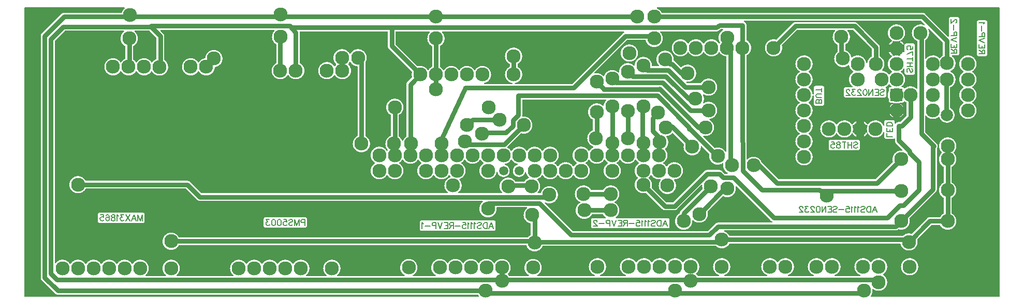
<source format=gbl>
G04 Layer: BottomLayer*
G04 EasyEDA v6.4.7, 2020-10-28T14:34:13+00:00*
G04 34375fc6649c45b8b31e222808ae9df9,aef87372a4e84f75ab74ab0294ea0b66,10*
G04 Gerber Generator version 0.2*
G04 Scale: 100 percent, Rotated: No, Reflected: No *
G04 Dimensions in millimeters *
G04 leading zeros omitted , absolute positions ,3 integer and 3 decimal *
%FSLAX33Y33*%
%MOMM*%
G90*
D02*

%ADD11C,0.750011*%
%ADD14C,0.203200*%
%ADD15C,2.300021*%
%ADD16C,1.999996*%
%ADD17C,1.500022*%
%ADD19C,1.574800*%
%ADD21C,2.299995*%
%ADD22C,1.879600*%

%LPD*%
G36*
G01X148217Y44247D02*
G01X148201Y44248D01*
G01X148187Y44247D01*
G01X148173Y44244D01*
G01X148159Y44239D01*
G01X148146Y44232D01*
G01X148135Y44223D01*
G01X148124Y44213D01*
G01X148116Y44201D01*
G01X148109Y44189D01*
G01X148104Y44175D01*
G01X148101Y44161D01*
G01X148100Y44146D01*
G01X148102Y44126D01*
G01X148108Y44107D01*
G01X148128Y44055D01*
G01X148147Y44002D01*
G01X148164Y43948D01*
G01X148178Y43894D01*
G01X148190Y43839D01*
G01X148200Y43784D01*
G01X148208Y43728D01*
G01X148214Y43673D01*
G01X148217Y43617D01*
G01X148218Y43561D01*
G01X148217Y43506D01*
G01X148214Y43452D01*
G01X148209Y43398D01*
G01X148201Y43344D01*
G01X148192Y43291D01*
G01X148181Y43238D01*
G01X148167Y43185D01*
G01X148152Y43134D01*
G01X148134Y43082D01*
G01X148115Y43032D01*
G01X148093Y42982D01*
G01X148070Y42933D01*
G01X148045Y42885D01*
G01X148018Y42838D01*
G01X147989Y42792D01*
G01X147959Y42747D01*
G01X147927Y42703D01*
G01X147893Y42661D01*
G01X147857Y42620D01*
G01X147820Y42580D01*
G01X147782Y42542D01*
G01X147742Y42505D01*
G01X147700Y42470D01*
G01X147658Y42437D01*
G01X147614Y42405D01*
G01X147601Y42395D01*
G01X147590Y42383D01*
G01X147582Y42369D01*
G01X147575Y42354D01*
G01X147571Y42338D01*
G01X147570Y42322D01*
G01X147570Y39430D01*
G01X147571Y39415D01*
G01X147574Y39401D01*
G01X147579Y39388D01*
G01X147586Y39375D01*
G01X147595Y39363D01*
G01X147605Y39353D01*
G01X147617Y39344D01*
G01X147629Y39337D01*
G01X147643Y39332D01*
G01X147657Y39329D01*
G01X147672Y39328D01*
G01X147687Y39329D01*
G01X147701Y39333D01*
G01X147715Y39338D01*
G01X147728Y39346D01*
G01X147740Y39355D01*
G01X147751Y39366D01*
G01X147786Y39408D01*
G01X147822Y39448D01*
G01X147860Y39487D01*
G01X147900Y39524D01*
G01X147941Y39559D01*
G01X147984Y39594D01*
G01X148027Y39626D01*
G01X148072Y39657D01*
G01X148118Y39686D01*
G01X148165Y39713D01*
G01X148214Y39738D01*
G01X148263Y39762D01*
G01X148313Y39783D01*
G01X148364Y39803D01*
G01X148415Y39820D01*
G01X148467Y39836D01*
G01X148520Y39849D01*
G01X148573Y39861D01*
G01X148627Y39870D01*
G01X148681Y39878D01*
G01X148735Y39883D01*
G01X148789Y39886D01*
G01X148844Y39887D01*
G01X148898Y39886D01*
G01X148951Y39883D01*
G01X149005Y39878D01*
G01X149059Y39870D01*
G01X149112Y39861D01*
G01X149165Y39850D01*
G01X149217Y39837D01*
G01X149269Y39821D01*
G01X149320Y39804D01*
G01X149370Y39785D01*
G01X149420Y39763D01*
G01X149469Y39740D01*
G01X149517Y39715D01*
G01X149564Y39689D01*
G01X149610Y39660D01*
G01X149654Y39630D01*
G01X149698Y39598D01*
G01X149740Y39564D01*
G01X149781Y39529D01*
G01X149821Y39492D01*
G01X149859Y39454D01*
G01X149871Y39443D01*
G01X149885Y39434D01*
G01X149900Y39428D01*
G01X149916Y39424D01*
G01X149932Y39423D01*
G01X149948Y39424D01*
G01X149963Y39427D01*
G01X149977Y39433D01*
G01X149990Y39441D01*
G01X150002Y39451D01*
G01X150013Y39463D01*
G01X150046Y39505D01*
G01X150081Y39545D01*
G01X150118Y39585D01*
G01X150156Y39623D01*
G01X150196Y39659D01*
G01X150237Y39694D01*
G01X150279Y39728D01*
G01X150322Y39759D01*
G01X150367Y39789D01*
G01X150413Y39818D01*
G01X150425Y39826D01*
G01X150436Y39837D01*
G01X150445Y39848D01*
G01X150453Y39861D01*
G01X150458Y39875D01*
G01X150461Y39890D01*
G01X150462Y39905D01*
G01X150462Y41987D01*
G01X150461Y42003D01*
G01X150457Y42018D01*
G01X150451Y42033D01*
G01X150443Y42047D01*
G01X150433Y42059D01*
G01X148273Y44218D01*
G01X148261Y44229D01*
G01X148247Y44237D01*
G01X148233Y44243D01*
G01X148217Y44247D01*
G37*

%LPD*%
G36*
G01X20651Y43945D02*
G01X18348Y43945D01*
G01X18333Y43944D01*
G01X18319Y43941D01*
G01X18306Y43936D01*
G01X18293Y43929D01*
G01X18281Y43920D01*
G01X18271Y43910D01*
G01X18262Y43898D01*
G01X18255Y43886D01*
G01X18250Y43872D01*
G01X18247Y43858D01*
G01X18246Y43843D01*
G01X18247Y43828D01*
G01X18251Y43814D01*
G01X18256Y43800D01*
G01X18264Y43787D01*
G01X18273Y43775D01*
G01X18284Y43764D01*
G01X18326Y43729D01*
G01X18366Y43693D01*
G01X18405Y43655D01*
G01X18442Y43615D01*
G01X18477Y43574D01*
G01X18512Y43531D01*
G01X18544Y43488D01*
G01X18575Y43443D01*
G01X18604Y43397D01*
G01X18631Y43350D01*
G01X18656Y43301D01*
G01X18680Y43252D01*
G01X18701Y43202D01*
G01X18721Y43151D01*
G01X18738Y43100D01*
G01X18754Y43048D01*
G01X18767Y42995D01*
G01X18779Y42942D01*
G01X18788Y42888D01*
G01X18796Y42834D01*
G01X18801Y42780D01*
G01X18804Y42726D01*
G01X18805Y42672D01*
G01X18804Y42616D01*
G01X18801Y42561D01*
G01X18795Y42506D01*
G01X18788Y42451D01*
G01X18778Y42396D01*
G01X18766Y42342D01*
G01X18752Y42289D01*
G01X18736Y42236D01*
G01X18718Y42183D01*
G01X18697Y42132D01*
G01X18675Y42081D01*
G01X18651Y42031D01*
G01X18625Y41983D01*
G01X18597Y41935D01*
G01X18567Y41888D01*
G01X18535Y41843D01*
G01X18502Y41799D01*
G01X18466Y41756D01*
G01X18429Y41715D01*
G01X18391Y41675D01*
G01X18351Y41637D01*
G01X18309Y41600D01*
G01X18267Y41565D01*
G01X18222Y41531D01*
G01X18177Y41500D01*
G01X18130Y41470D01*
G01X18082Y41442D01*
G01X18069Y41434D01*
G01X18058Y41423D01*
G01X18048Y41412D01*
G01X18040Y41398D01*
G01X18035Y41384D01*
G01X18031Y41369D01*
G01X18030Y41354D01*
G01X18030Y39267D01*
G01X18031Y39251D01*
G01X18035Y39235D01*
G01X18042Y39219D01*
G01X18051Y39205D01*
G01X18062Y39193D01*
G01X18075Y39183D01*
G01X18122Y39150D01*
G01X18168Y39115D01*
G01X18213Y39078D01*
G01X18255Y39039D01*
G01X18297Y38999D01*
G01X18336Y38957D01*
G01X18374Y38913D01*
G01X18410Y38868D01*
G01X18444Y38821D01*
G01X18476Y38773D01*
G01X18485Y38762D01*
G01X18495Y38751D01*
G01X18507Y38743D01*
G01X18519Y38736D01*
G01X18533Y38731D01*
G01X18547Y38727D01*
G01X18562Y38726D01*
G01X18576Y38727D01*
G01X18590Y38731D01*
G01X18604Y38736D01*
G01X18617Y38743D01*
G01X18628Y38751D01*
G01X18638Y38762D01*
G01X18647Y38773D01*
G01X18677Y38818D01*
G01X18709Y38862D01*
G01X18742Y38905D01*
G01X18778Y38946D01*
G01X18814Y38986D01*
G01X18852Y39024D01*
G01X18892Y39061D01*
G01X18933Y39097D01*
G01X18975Y39130D01*
G01X19019Y39163D01*
G01X19064Y39193D01*
G01X19110Y39222D01*
G01X19157Y39249D01*
G01X19205Y39274D01*
G01X19253Y39297D01*
G01X19303Y39318D01*
G01X19354Y39338D01*
G01X19405Y39355D01*
G01X19457Y39370D01*
G01X19509Y39384D01*
G01X19562Y39395D01*
G01X19616Y39405D01*
G01X19669Y39412D01*
G01X19723Y39417D01*
G01X19777Y39420D01*
G01X19832Y39421D01*
G01X19886Y39420D01*
G01X19940Y39417D01*
G01X19994Y39412D01*
G01X20048Y39404D01*
G01X20102Y39395D01*
G01X20155Y39383D01*
G01X20208Y39370D01*
G01X20260Y39354D01*
G01X20311Y39337D01*
G01X20362Y39317D01*
G01X20412Y39296D01*
G01X20461Y39272D01*
G01X20510Y39247D01*
G01X20557Y39220D01*
G01X20603Y39191D01*
G01X20648Y39160D01*
G01X20691Y39128D01*
G01X20734Y39094D01*
G01X20775Y39058D01*
G01X20814Y39021D01*
G01X20853Y38982D01*
G01X20889Y38942D01*
G01X20924Y38900D01*
G01X20958Y38857D01*
G01X20990Y38813D01*
G01X21028Y38756D01*
G01X21039Y38746D01*
G01X21050Y38737D01*
G01X21063Y38730D01*
G01X21077Y38725D01*
G01X21091Y38721D01*
G01X21105Y38720D01*
G01X21122Y38722D01*
G01X21138Y38726D01*
G01X21153Y38732D01*
G01X21167Y38741D01*
G01X21179Y38752D01*
G01X21189Y38765D01*
G01X21222Y38811D01*
G01X21256Y38855D01*
G01X21292Y38898D01*
G01X21330Y38940D01*
G01X21369Y38979D01*
G01X21410Y39018D01*
G01X21453Y39055D01*
G01X21497Y39090D01*
G01X21542Y39123D01*
G01X21589Y39154D01*
G01X21636Y39184D01*
G01X21685Y39211D01*
G01X21735Y39237D01*
G01X21786Y39260D01*
G01X21799Y39267D01*
G01X21811Y39276D01*
G01X21822Y39286D01*
G01X21830Y39298D01*
G01X21838Y39311D01*
G01X21843Y39324D01*
G01X21846Y39339D01*
G01X21847Y39353D01*
G01X21847Y42749D01*
G01X21846Y42765D01*
G01X21842Y42780D01*
G01X21836Y42795D01*
G01X21828Y42809D01*
G01X21817Y42821D01*
G01X20723Y43915D01*
G01X20711Y43926D01*
G01X20697Y43934D01*
G01X20682Y43940D01*
G01X20667Y43944D01*
G01X20651Y43945D01*
G37*

%LPD*%
G36*
G01X135713Y44072D02*
G01X134945Y44072D01*
G01X134931Y44071D01*
G01X134916Y44068D01*
G01X134903Y44063D01*
G01X134890Y44056D01*
G01X134879Y44047D01*
G01X134868Y44037D01*
G01X134860Y44025D01*
G01X134853Y44013D01*
G01X134848Y43999D01*
G01X134844Y43985D01*
G01X134843Y43970D01*
G01X134845Y43955D01*
G01X134848Y43940D01*
G01X134854Y43925D01*
G01X134862Y43912D01*
G01X134872Y43900D01*
G01X134908Y43860D01*
G01X134943Y43820D01*
G01X134977Y43777D01*
G01X135009Y43734D01*
G01X135039Y43689D01*
G01X135067Y43644D01*
G01X135094Y43597D01*
G01X135118Y43549D01*
G01X135141Y43500D01*
G01X135162Y43451D01*
G01X135181Y43400D01*
G01X135199Y43349D01*
G01X135214Y43298D01*
G01X135227Y43246D01*
G01X135238Y43193D01*
G01X135248Y43140D01*
G01X135255Y43087D01*
G01X135260Y43033D01*
G01X135263Y42979D01*
G01X135264Y42926D01*
G01X135263Y42870D01*
G01X135260Y42815D01*
G01X135254Y42760D01*
G01X135247Y42705D01*
G01X135237Y42650D01*
G01X135225Y42596D01*
G01X135211Y42543D01*
G01X135195Y42490D01*
G01X135177Y42437D01*
G01X135156Y42386D01*
G01X135134Y42335D01*
G01X135110Y42285D01*
G01X135084Y42237D01*
G01X135056Y42189D01*
G01X135026Y42142D01*
G01X134994Y42097D01*
G01X134961Y42053D01*
G01X134925Y42010D01*
G01X134888Y41969D01*
G01X134850Y41929D01*
G01X134810Y41891D01*
G01X134768Y41854D01*
G01X134726Y41819D01*
G01X134681Y41785D01*
G01X134636Y41754D01*
G01X134589Y41724D01*
G01X134541Y41696D01*
G01X134528Y41688D01*
G01X134517Y41677D01*
G01X134507Y41666D01*
G01X134499Y41652D01*
G01X134494Y41638D01*
G01X134490Y41623D01*
G01X134489Y41608D01*
G01X134489Y40800D01*
G01X134490Y40784D01*
G01X134494Y40768D01*
G01X134500Y40754D01*
G01X134508Y40740D01*
G01X134518Y40728D01*
G01X134530Y40718D01*
G01X134544Y40709D01*
G01X134558Y40703D01*
G01X134610Y40685D01*
G01X134661Y40664D01*
G01X134711Y40642D01*
G01X134760Y40618D01*
G01X134808Y40592D01*
G01X134855Y40564D01*
G01X134901Y40534D01*
G01X134945Y40502D01*
G01X134989Y40469D01*
G01X135031Y40434D01*
G01X135072Y40397D01*
G01X135111Y40359D01*
G01X135149Y40320D01*
G01X135185Y40279D01*
G01X135219Y40236D01*
G01X135252Y40192D01*
G01X135283Y40147D01*
G01X135313Y40101D01*
G01X135340Y40054D01*
G01X135366Y40006D01*
G01X135390Y39956D01*
G01X135412Y39906D01*
G01X135432Y39855D01*
G01X135449Y39804D01*
G01X135465Y39751D01*
G01X135479Y39698D01*
G01X135491Y39645D01*
G01X135495Y39630D01*
G01X135501Y39616D01*
G01X135510Y39603D01*
G01X135520Y39591D01*
G01X135532Y39581D01*
G01X135546Y39573D01*
G01X135560Y39568D01*
G01X135575Y39564D01*
G01X135590Y39563D01*
G01X135607Y39564D01*
G01X135624Y39569D01*
G01X135639Y39575D01*
G01X135653Y39585D01*
G01X135697Y39618D01*
G01X135743Y39650D01*
G01X135789Y39680D01*
G01X135837Y39708D01*
G01X135886Y39734D01*
G01X135935Y39758D01*
G01X135986Y39780D01*
G01X136037Y39800D01*
G01X136090Y39818D01*
G01X136143Y39834D01*
G01X136196Y39848D01*
G01X136250Y39860D01*
G01X136304Y39870D01*
G01X136359Y39877D01*
G01X136414Y39883D01*
G01X136469Y39886D01*
G01X136525Y39887D01*
G01X136578Y39886D01*
G01X136631Y39883D01*
G01X136685Y39878D01*
G01X136738Y39871D01*
G01X136791Y39862D01*
G01X136843Y39851D01*
G01X136895Y39837D01*
G01X136946Y39822D01*
G01X136997Y39805D01*
G01X137047Y39786D01*
G01X137096Y39766D01*
G01X137145Y39743D01*
G01X137192Y39718D01*
G01X137239Y39692D01*
G01X137285Y39664D01*
G01X137329Y39634D01*
G01X137372Y39603D01*
G01X137415Y39570D01*
G01X137455Y39535D01*
G01X137495Y39499D01*
G01X137533Y39461D01*
G01X137569Y39422D01*
G01X137605Y39382D01*
G01X137638Y39340D01*
G01X137670Y39297D01*
G01X137700Y39253D01*
G01X137729Y39207D01*
G01X137756Y39161D01*
G01X137781Y39114D01*
G01X137804Y39065D01*
G01X137825Y39016D01*
G01X137844Y38966D01*
G01X137862Y38916D01*
G01X137878Y38865D01*
G01X137891Y38813D01*
G01X137903Y38761D01*
G01X137913Y38708D01*
G01X137916Y38692D01*
G01X137922Y38678D01*
G01X137931Y38664D01*
G01X137941Y38652D01*
G01X137953Y38642D01*
G01X137967Y38634D01*
G01X137982Y38628D01*
G01X137997Y38624D01*
G01X138013Y38623D01*
G01X138029Y38624D01*
G01X138044Y38628D01*
G01X138059Y38634D01*
G01X138072Y38642D01*
G01X138084Y38652D01*
G01X138095Y38664D01*
G01X138103Y38678D01*
G01X138109Y38692D01*
G01X138113Y38708D01*
G01X138123Y38762D01*
G01X138135Y38816D01*
G01X138149Y38869D01*
G01X138166Y38922D01*
G01X138184Y38974D01*
G01X138204Y39025D01*
G01X138227Y39075D01*
G01X138251Y39125D01*
G01X138277Y39173D01*
G01X138305Y39221D01*
G01X138335Y39267D01*
G01X138367Y39312D01*
G01X138400Y39356D01*
G01X138435Y39398D01*
G01X138472Y39439D01*
G01X138510Y39479D01*
G01X138550Y39517D01*
G01X138591Y39553D01*
G01X138634Y39588D01*
G01X138678Y39621D01*
G01X138723Y39653D01*
G01X138770Y39682D01*
G01X138818Y39710D01*
G01X138830Y39718D01*
G01X138842Y39729D01*
G01X138852Y39741D01*
G01X138859Y39754D01*
G01X138865Y39768D01*
G01X138869Y39783D01*
G01X138870Y39799D01*
G01X138870Y40915D01*
G01X138869Y40931D01*
G01X138865Y40946D01*
G01X138859Y40961D01*
G01X138850Y40975D01*
G01X138840Y40987D01*
G01X135785Y44042D01*
G01X135773Y44053D01*
G01X135759Y44061D01*
G01X135744Y44067D01*
G01X135729Y44071D01*
G01X135713Y44072D01*
G37*

%LPD*%
G36*
G01X66476Y43818D02*
G01X61058Y43818D01*
G01X61043Y43817D01*
G01X61029Y43814D01*
G01X61015Y43809D01*
G01X61003Y43802D01*
G01X60991Y43793D01*
G01X60981Y43783D01*
G01X60972Y43771D01*
G01X60965Y43759D01*
G01X60960Y43745D01*
G01X60957Y43731D01*
G01X60956Y43716D01*
G01X60956Y41734D01*
G01X60957Y41718D01*
G01X60961Y41703D01*
G01X60967Y41688D01*
G01X60975Y41674D01*
G01X60986Y41662D01*
G01X64525Y38123D01*
G01X64537Y38113D01*
G01X64551Y38104D01*
G01X64566Y38098D01*
G01X64581Y38094D01*
G01X64597Y38093D01*
G01X64625Y38097D01*
G01X64679Y38111D01*
G01X64733Y38123D01*
G01X64788Y38133D01*
G01X64844Y38141D01*
G01X64899Y38147D01*
G01X64955Y38150D01*
G01X65011Y38151D01*
G01X65065Y38150D01*
G01X65119Y38147D01*
G01X65173Y38142D01*
G01X65227Y38134D01*
G01X65280Y38125D01*
G01X65334Y38113D01*
G01X65386Y38100D01*
G01X65438Y38084D01*
G01X65490Y38067D01*
G01X65540Y38047D01*
G01X65590Y38026D01*
G01X65639Y38003D01*
G01X65687Y37977D01*
G01X65735Y37950D01*
G01X65781Y37921D01*
G01X65825Y37891D01*
G01X65869Y37859D01*
G01X65911Y37825D01*
G01X65952Y37789D01*
G01X65992Y37752D01*
G01X66030Y37713D01*
G01X66067Y37673D01*
G01X66102Y37632D01*
G01X66135Y37589D01*
G01X66167Y37545D01*
G01X66197Y37500D01*
G01X66206Y37488D01*
G01X66216Y37477D01*
G01X66228Y37469D01*
G01X66241Y37462D01*
G01X66254Y37457D01*
G01X66268Y37454D01*
G01X66283Y37452D01*
G01X66298Y37454D01*
G01X66312Y37457D01*
G01X66326Y37462D01*
G01X66339Y37469D01*
G01X66350Y37478D01*
G01X66361Y37488D01*
G01X66369Y37500D01*
G01X66399Y37546D01*
G01X66431Y37591D01*
G01X66464Y37635D01*
G01X66499Y37677D01*
G01X66536Y37718D01*
G01X66574Y37757D01*
G01X66614Y37795D01*
G01X66655Y37831D01*
G01X66697Y37865D01*
G01X66741Y37898D01*
G01X66786Y37930D01*
G01X66832Y37959D01*
G01X66880Y37987D01*
G01X66893Y37995D01*
G01X66904Y38005D01*
G01X66914Y38017D01*
G01X66922Y38031D01*
G01X66927Y38045D01*
G01X66931Y38060D01*
G01X66932Y38075D01*
G01X66932Y41354D01*
G01X66931Y41369D01*
G01X66927Y41384D01*
G01X66922Y41398D01*
G01X66914Y41412D01*
G01X66904Y41423D01*
G01X66893Y41434D01*
G01X66880Y41442D01*
G01X66832Y41470D01*
G01X66785Y41500D01*
G01X66740Y41531D01*
G01X66695Y41565D01*
G01X66653Y41600D01*
G01X66611Y41637D01*
G01X66571Y41675D01*
G01X66533Y41715D01*
G01X66496Y41756D01*
G01X66460Y41799D01*
G01X66427Y41843D01*
G01X66395Y41888D01*
G01X66365Y41935D01*
G01X66337Y41983D01*
G01X66311Y42031D01*
G01X66287Y42081D01*
G01X66265Y42132D01*
G01X66244Y42183D01*
G01X66226Y42236D01*
G01X66210Y42289D01*
G01X66196Y42342D01*
G01X66184Y42396D01*
G01X66174Y42451D01*
G01X66167Y42506D01*
G01X66161Y42561D01*
G01X66158Y42616D01*
G01X66157Y42672D01*
G01X66158Y42725D01*
G01X66161Y42779D01*
G01X66166Y42833D01*
G01X66173Y42886D01*
G01X66183Y42939D01*
G01X66194Y42992D01*
G01X66207Y43044D01*
G01X66222Y43095D01*
G01X66240Y43146D01*
G01X66259Y43197D01*
G01X66280Y43246D01*
G01X66303Y43295D01*
G01X66327Y43343D01*
G01X66354Y43390D01*
G01X66382Y43435D01*
G01X66412Y43480D01*
G01X66444Y43523D01*
G01X66478Y43566D01*
G01X66513Y43606D01*
G01X66549Y43646D01*
G01X66559Y43658D01*
G01X66567Y43671D01*
G01X66573Y43686D01*
G01X66576Y43701D01*
G01X66578Y43716D01*
G01X66577Y43731D01*
G01X66573Y43745D01*
G01X66568Y43759D01*
G01X66561Y43771D01*
G01X66553Y43783D01*
G01X66542Y43793D01*
G01X66531Y43802D01*
G01X66518Y43809D01*
G01X66505Y43814D01*
G01X66490Y43817D01*
G01X66476Y43818D01*
G37*

%LPD*%
G36*
G01X98240Y43818D02*
G01X68651Y43818D01*
G01X68637Y43817D01*
G01X68622Y43814D01*
G01X68609Y43809D01*
G01X68596Y43802D01*
G01X68585Y43793D01*
G01X68574Y43783D01*
G01X68566Y43771D01*
G01X68559Y43759D01*
G01X68554Y43745D01*
G01X68550Y43731D01*
G01X68549Y43716D01*
G01X68551Y43701D01*
G01X68554Y43686D01*
G01X68560Y43671D01*
G01X68568Y43658D01*
G01X68578Y43646D01*
G01X68614Y43606D01*
G01X68649Y43566D01*
G01X68683Y43523D01*
G01X68715Y43480D01*
G01X68745Y43435D01*
G01X68773Y43390D01*
G01X68800Y43343D01*
G01X68824Y43295D01*
G01X68847Y43246D01*
G01X68868Y43197D01*
G01X68887Y43146D01*
G01X68905Y43095D01*
G01X68920Y43044D01*
G01X68933Y42992D01*
G01X68944Y42939D01*
G01X68954Y42886D01*
G01X68961Y42833D01*
G01X68966Y42779D01*
G01X68969Y42725D01*
G01X68970Y42672D01*
G01X68969Y42616D01*
G01X68966Y42561D01*
G01X68960Y42506D01*
G01X68953Y42451D01*
G01X68943Y42396D01*
G01X68931Y42342D01*
G01X68917Y42289D01*
G01X68901Y42236D01*
G01X68883Y42183D01*
G01X68862Y42132D01*
G01X68840Y42081D01*
G01X68816Y42031D01*
G01X68790Y41983D01*
G01X68762Y41935D01*
G01X68732Y41888D01*
G01X68700Y41843D01*
G01X68667Y41799D01*
G01X68631Y41756D01*
G01X68594Y41715D01*
G01X68556Y41675D01*
G01X68516Y41637D01*
G01X68474Y41600D01*
G01X68432Y41565D01*
G01X68387Y41531D01*
G01X68342Y41500D01*
G01X68295Y41470D01*
G01X68247Y41442D01*
G01X68234Y41434D01*
G01X68223Y41423D01*
G01X68213Y41412D01*
G01X68205Y41398D01*
G01X68200Y41384D01*
G01X68196Y41369D01*
G01X68195Y41354D01*
G01X68195Y38075D01*
G01X68196Y38060D01*
G01X68200Y38045D01*
G01X68205Y38031D01*
G01X68213Y38017D01*
G01X68223Y38005D01*
G01X68234Y37995D01*
G01X68247Y37987D01*
G01X68297Y37958D01*
G01X68345Y37927D01*
G01X68393Y37894D01*
G01X68438Y37859D01*
G01X68483Y37822D01*
G01X68525Y37784D01*
G01X68567Y37743D01*
G01X68606Y37702D01*
G01X68644Y37658D01*
G01X68680Y37613D01*
G01X68714Y37567D01*
G01X68746Y37519D01*
G01X68755Y37508D01*
G01X68765Y37497D01*
G01X68776Y37489D01*
G01X68789Y37482D01*
G01X68803Y37477D01*
G01X68817Y37474D01*
G01X68831Y37473D01*
G01X68848Y37474D01*
G01X68864Y37478D01*
G01X68879Y37485D01*
G01X68893Y37494D01*
G01X68906Y37505D01*
G01X68916Y37518D01*
G01X68948Y37564D01*
G01X68981Y37609D01*
G01X69016Y37652D01*
G01X69053Y37694D01*
G01X69091Y37734D01*
G01X69131Y37773D01*
G01X69172Y37810D01*
G01X69215Y37845D01*
G01X69259Y37879D01*
G01X69305Y37911D01*
G01X69351Y37941D01*
G01X69399Y37969D01*
G01X69448Y37996D01*
G01X69498Y38020D01*
G01X69549Y38043D01*
G01X69601Y38063D01*
G01X69653Y38081D01*
G01X69706Y38097D01*
G01X69760Y38112D01*
G01X69814Y38124D01*
G01X69869Y38133D01*
G01X69924Y38141D01*
G01X69979Y38147D01*
G01X70035Y38150D01*
G01X70091Y38151D01*
G01X70145Y38150D01*
G01X70199Y38147D01*
G01X70253Y38142D01*
G01X70306Y38134D01*
G01X70360Y38125D01*
G01X70413Y38114D01*
G01X70465Y38100D01*
G01X70517Y38085D01*
G01X70568Y38067D01*
G01X70619Y38048D01*
G01X70669Y38027D01*
G01X70718Y38003D01*
G01X70766Y37978D01*
G01X70813Y37951D01*
G01X70859Y37923D01*
G01X70903Y37892D01*
G01X70947Y37860D01*
G01X70989Y37826D01*
G01X71030Y37791D01*
G01X71070Y37754D01*
G01X71108Y37716D01*
G01X71145Y37676D01*
G01X71180Y37634D01*
G01X71213Y37592D01*
G01X71245Y37548D01*
G01X71275Y37503D01*
G01X71284Y37491D01*
G01X71294Y37481D01*
G01X71306Y37472D01*
G01X71318Y37465D01*
G01X71332Y37460D01*
G01X71346Y37457D01*
G01X71361Y37456D01*
G01X71375Y37457D01*
G01X71389Y37460D01*
G01X71403Y37465D01*
G01X71416Y37472D01*
G01X71427Y37481D01*
G01X71437Y37491D01*
G01X71446Y37503D01*
G01X71476Y37548D01*
G01X71508Y37592D01*
G01X71541Y37634D01*
G01X71576Y37676D01*
G01X71613Y37716D01*
G01X71651Y37754D01*
G01X71691Y37791D01*
G01X71732Y37826D01*
G01X71774Y37860D01*
G01X71818Y37892D01*
G01X71863Y37923D01*
G01X71909Y37951D01*
G01X71955Y37978D01*
G01X72003Y38003D01*
G01X72052Y38027D01*
G01X72102Y38048D01*
G01X72153Y38067D01*
G01X72204Y38085D01*
G01X72256Y38100D01*
G01X72308Y38114D01*
G01X72361Y38125D01*
G01X72415Y38134D01*
G01X72468Y38142D01*
G01X72522Y38147D01*
G01X72576Y38150D01*
G01X72631Y38151D01*
G01X72685Y38150D01*
G01X72739Y38147D01*
G01X72793Y38142D01*
G01X72846Y38134D01*
G01X72900Y38125D01*
G01X72953Y38114D01*
G01X73005Y38100D01*
G01X73057Y38085D01*
G01X73108Y38067D01*
G01X73159Y38048D01*
G01X73209Y38027D01*
G01X73258Y38003D01*
G01X73306Y37978D01*
G01X73353Y37951D01*
G01X73399Y37923D01*
G01X73443Y37892D01*
G01X73487Y37860D01*
G01X73529Y37826D01*
G01X73570Y37791D01*
G01X73610Y37754D01*
G01X73648Y37716D01*
G01X73685Y37676D01*
G01X73720Y37634D01*
G01X73753Y37592D01*
G01X73785Y37548D01*
G01X73815Y37503D01*
G01X73824Y37491D01*
G01X73834Y37481D01*
G01X73846Y37472D01*
G01X73858Y37465D01*
G01X73872Y37460D01*
G01X73886Y37457D01*
G01X73901Y37456D01*
G01X73915Y37457D01*
G01X73929Y37460D01*
G01X73943Y37465D01*
G01X73956Y37472D01*
G01X73967Y37481D01*
G01X73977Y37491D01*
G01X73986Y37503D01*
G01X74016Y37548D01*
G01X74048Y37592D01*
G01X74081Y37634D01*
G01X74116Y37676D01*
G01X74153Y37716D01*
G01X74191Y37754D01*
G01X74231Y37791D01*
G01X74272Y37826D01*
G01X74314Y37860D01*
G01X74358Y37892D01*
G01X74403Y37923D01*
G01X74449Y37951D01*
G01X74495Y37978D01*
G01X74543Y38003D01*
G01X74592Y38027D01*
G01X74642Y38048D01*
G01X74693Y38067D01*
G01X74744Y38085D01*
G01X74796Y38100D01*
G01X74848Y38114D01*
G01X74901Y38125D01*
G01X74955Y38134D01*
G01X75008Y38142D01*
G01X75062Y38147D01*
G01X75116Y38150D01*
G01X75171Y38151D01*
G01X75225Y38150D01*
G01X75279Y38147D01*
G01X75333Y38141D01*
G01X75387Y38134D01*
G01X75441Y38125D01*
G01X75494Y38113D01*
G01X75547Y38100D01*
G01X75599Y38084D01*
G01X75651Y38067D01*
G01X75701Y38047D01*
G01X75751Y38025D01*
G01X75801Y38002D01*
G01X75849Y37977D01*
G01X75896Y37950D01*
G01X75942Y37921D01*
G01X75987Y37890D01*
G01X76031Y37857D01*
G01X76073Y37823D01*
G01X76114Y37788D01*
G01X76154Y37750D01*
G01X76192Y37711D01*
G01X76229Y37671D01*
G01X76264Y37630D01*
G01X76297Y37587D01*
G01X76329Y37542D01*
G01X76359Y37497D01*
G01X76387Y37450D01*
G01X76413Y37403D01*
G01X76438Y37354D01*
G01X76461Y37305D01*
G01X76481Y37254D01*
G01X76500Y37203D01*
G01X76517Y37152D01*
G01X76532Y37099D01*
G01X76535Y37088D01*
G01X76537Y37076D01*
G01X76550Y37022D01*
G01X76559Y36967D01*
G01X76567Y36911D01*
G01X76573Y36856D01*
G01X76576Y36800D01*
G01X76577Y36744D01*
G01X76576Y36689D01*
G01X76573Y36633D01*
G01X76567Y36577D01*
G01X76559Y36522D01*
G01X76550Y36467D01*
G01X76537Y36413D01*
G01X76535Y36401D01*
G01X76532Y36390D01*
G01X76517Y36337D01*
G01X76500Y36286D01*
G01X76481Y36234D01*
G01X76461Y36184D01*
G01X76438Y36135D01*
G01X76413Y36086D01*
G01X76387Y36038D01*
G01X76359Y35992D01*
G01X76329Y35946D01*
G01X76297Y35902D01*
G01X76264Y35859D01*
G01X76229Y35818D01*
G01X76192Y35777D01*
G01X76154Y35738D01*
G01X76114Y35701D01*
G01X76073Y35665D01*
G01X76030Y35631D01*
G01X75987Y35599D01*
G01X75942Y35568D01*
G01X75896Y35539D01*
G01X75848Y35512D01*
G01X75800Y35487D01*
G01X75751Y35463D01*
G01X75701Y35442D01*
G01X75650Y35422D01*
G01X75599Y35405D01*
G01X75547Y35389D01*
G01X75494Y35376D01*
G01X75479Y35371D01*
G01X75466Y35364D01*
G01X75453Y35356D01*
G01X75442Y35345D01*
G01X75433Y35334D01*
G01X75426Y35320D01*
G01X75420Y35306D01*
G01X75417Y35292D01*
G01X75416Y35277D01*
G01X75417Y35262D01*
G01X75420Y35248D01*
G01X75425Y35234D01*
G01X75432Y35222D01*
G01X75440Y35210D01*
G01X75451Y35200D01*
G01X75462Y35191D01*
G01X75475Y35184D01*
G01X75489Y35179D01*
G01X75503Y35176D01*
G01X75517Y35175D01*
G01X79977Y35175D01*
G01X79992Y35176D01*
G01X80006Y35179D01*
G01X80019Y35184D01*
G01X80032Y35191D01*
G01X80044Y35200D01*
G01X80054Y35210D01*
G01X80063Y35222D01*
G01X80070Y35234D01*
G01X80075Y35248D01*
G01X80078Y35262D01*
G01X80079Y35277D01*
G01X80078Y35292D01*
G01X80074Y35307D01*
G01X80068Y35322D01*
G01X80060Y35335D01*
G01X80050Y35347D01*
G01X80039Y35357D01*
G01X80026Y35366D01*
G01X80011Y35372D01*
G01X79996Y35376D01*
G01X79943Y35388D01*
G01X79889Y35402D01*
G01X79837Y35417D01*
G01X79784Y35435D01*
G01X79733Y35455D01*
G01X79683Y35476D01*
G01X79633Y35500D01*
G01X79584Y35526D01*
G01X79536Y35553D01*
G01X79490Y35583D01*
G01X79445Y35614D01*
G01X79400Y35647D01*
G01X79358Y35681D01*
G01X79316Y35718D01*
G01X79276Y35755D01*
G01X79238Y35795D01*
G01X79201Y35836D01*
G01X79166Y35878D01*
G01X79132Y35922D01*
G01X79100Y35967D01*
G01X79070Y36013D01*
G01X79042Y36060D01*
G01X79016Y36108D01*
G01X78991Y36158D01*
G01X78969Y36208D01*
G01X78948Y36259D01*
G01X78930Y36311D01*
G01X78913Y36363D01*
G01X78899Y36416D01*
G01X78886Y36472D01*
G01X78876Y36529D01*
G01X78867Y36586D01*
G01X78862Y36643D01*
G01X78858Y36700D01*
G01X78857Y36757D01*
G01X78858Y36811D01*
G01X78861Y36865D01*
G01X78866Y36918D01*
G01X78873Y36972D01*
G01X78883Y37024D01*
G01X78894Y37077D01*
G01X78896Y37085D01*
G01X78910Y37138D01*
G01X78926Y37191D01*
G01X78944Y37244D01*
G01X78964Y37296D01*
G01X78986Y37346D01*
G01X79010Y37396D01*
G01X79037Y37445D01*
G01X79065Y37493D01*
G01X79095Y37540D01*
G01X79126Y37585D01*
G01X79160Y37629D01*
G01X79195Y37672D01*
G01X79232Y37714D01*
G01X79271Y37754D01*
G01X79311Y37792D01*
G01X79352Y37829D01*
G01X79395Y37864D01*
G01X79439Y37897D01*
G01X79485Y37929D01*
G01X79532Y37959D01*
G01X79580Y37987D01*
G01X79593Y37995D01*
G01X79604Y38005D01*
G01X79614Y38017D01*
G01X79622Y38031D01*
G01X79627Y38045D01*
G01X79631Y38060D01*
G01X79632Y38075D01*
G01X79632Y38433D01*
G01X79631Y38448D01*
G01X79627Y38463D01*
G01X79622Y38477D01*
G01X79614Y38491D01*
G01X79604Y38502D01*
G01X79593Y38513D01*
G01X79580Y38521D01*
G01X79532Y38549D01*
G01X79485Y38579D01*
G01X79440Y38610D01*
G01X79395Y38644D01*
G01X79353Y38679D01*
G01X79311Y38716D01*
G01X79271Y38754D01*
G01X79233Y38794D01*
G01X79196Y38835D01*
G01X79160Y38878D01*
G01X79127Y38922D01*
G01X79095Y38967D01*
G01X79065Y39014D01*
G01X79037Y39062D01*
G01X79011Y39110D01*
G01X78987Y39160D01*
G01X78965Y39211D01*
G01X78944Y39262D01*
G01X78926Y39315D01*
G01X78910Y39368D01*
G01X78896Y39421D01*
G01X78884Y39475D01*
G01X78874Y39530D01*
G01X78867Y39585D01*
G01X78861Y39640D01*
G01X78858Y39695D01*
G01X78857Y39751D01*
G01X78858Y39804D01*
G01X78861Y39858D01*
G01X78866Y39912D01*
G01X78873Y39965D01*
G01X78883Y40018D01*
G01X78894Y40071D01*
G01X78907Y40123D01*
G01X78923Y40175D01*
G01X78940Y40226D01*
G01X78959Y40276D01*
G01X78980Y40326D01*
G01X79003Y40375D01*
G01X79028Y40422D01*
G01X79054Y40469D01*
G01X79083Y40515D01*
G01X79113Y40560D01*
G01X79145Y40603D01*
G01X79178Y40645D01*
G01X79213Y40686D01*
G01X79250Y40726D01*
G01X79288Y40764D01*
G01X79328Y40801D01*
G01X79369Y40836D01*
G01X79411Y40869D01*
G01X79454Y40901D01*
G01X79499Y40931D01*
G01X79545Y40960D01*
G01X79592Y40986D01*
G01X79639Y41011D01*
G01X79688Y41034D01*
G01X79738Y41055D01*
G01X79788Y41074D01*
G01X79839Y41091D01*
G01X79891Y41107D01*
G01X79943Y41120D01*
G01X79996Y41131D01*
G01X80049Y41141D01*
G01X80102Y41148D01*
G01X80156Y41153D01*
G01X80210Y41156D01*
G01X80264Y41157D01*
G01X80317Y41156D01*
G01X80371Y41153D01*
G01X80425Y41148D01*
G01X80478Y41141D01*
G01X80531Y41131D01*
G01X80584Y41120D01*
G01X80636Y41107D01*
G01X80688Y41091D01*
G01X80739Y41074D01*
G01X80789Y41055D01*
G01X80839Y41034D01*
G01X80888Y41011D01*
G01X80935Y40986D01*
G01X80982Y40960D01*
G01X81028Y40931D01*
G01X81073Y40901D01*
G01X81116Y40869D01*
G01X81158Y40836D01*
G01X81199Y40801D01*
G01X81239Y40764D01*
G01X81277Y40726D01*
G01X81314Y40686D01*
G01X81349Y40645D01*
G01X81382Y40603D01*
G01X81414Y40560D01*
G01X81444Y40515D01*
G01X81473Y40469D01*
G01X81499Y40422D01*
G01X81524Y40375D01*
G01X81547Y40326D01*
G01X81568Y40276D01*
G01X81587Y40226D01*
G01X81604Y40175D01*
G01X81620Y40123D01*
G01X81633Y40071D01*
G01X81644Y40018D01*
G01X81654Y39965D01*
G01X81661Y39912D01*
G01X81666Y39858D01*
G01X81669Y39804D01*
G01X81670Y39751D01*
G01X81669Y39695D01*
G01X81666Y39640D01*
G01X81660Y39585D01*
G01X81653Y39530D01*
G01X81643Y39475D01*
G01X81631Y39421D01*
G01X81617Y39368D01*
G01X81601Y39315D01*
G01X81583Y39262D01*
G01X81562Y39211D01*
G01X81540Y39160D01*
G01X81516Y39110D01*
G01X81490Y39062D01*
G01X81462Y39014D01*
G01X81432Y38967D01*
G01X81400Y38922D01*
G01X81367Y38878D01*
G01X81331Y38835D01*
G01X81294Y38794D01*
G01X81256Y38754D01*
G01X81216Y38716D01*
G01X81174Y38679D01*
G01X81132Y38644D01*
G01X81087Y38610D01*
G01X81042Y38579D01*
G01X80995Y38549D01*
G01X80947Y38521D01*
G01X80934Y38513D01*
G01X80923Y38502D01*
G01X80913Y38491D01*
G01X80905Y38477D01*
G01X80900Y38463D01*
G01X80896Y38448D01*
G01X80895Y38433D01*
G01X80895Y38075D01*
G01X80896Y38060D01*
G01X80900Y38045D01*
G01X80905Y38031D01*
G01X80913Y38017D01*
G01X80923Y38005D01*
G01X80934Y37995D01*
G01X80947Y37987D01*
G01X80995Y37959D01*
G01X81042Y37929D01*
G01X81087Y37897D01*
G01X81132Y37864D01*
G01X81174Y37829D01*
G01X81216Y37792D01*
G01X81256Y37754D01*
G01X81294Y37714D01*
G01X81331Y37673D01*
G01X81367Y37630D01*
G01X81400Y37586D01*
G01X81432Y37541D01*
G01X81462Y37494D01*
G01X81490Y37446D01*
G01X81516Y37398D01*
G01X81540Y37348D01*
G01X81562Y37297D01*
G01X81583Y37245D01*
G01X81601Y37193D01*
G01X81617Y37140D01*
G01X81631Y37087D01*
G01X81643Y37032D01*
G01X81653Y36978D01*
G01X81660Y36923D01*
G01X81666Y36868D01*
G01X81669Y36813D01*
G01X81670Y36757D01*
G01X81669Y36703D01*
G01X81666Y36650D01*
G01X81661Y36596D01*
G01X81654Y36543D01*
G01X81644Y36489D01*
G01X81633Y36437D01*
G01X81620Y36385D01*
G01X81604Y36333D01*
G01X81587Y36282D01*
G01X81568Y36231D01*
G01X81547Y36182D01*
G01X81524Y36133D01*
G01X81499Y36085D01*
G01X81472Y36038D01*
G01X81444Y35993D01*
G01X81414Y35948D01*
G01X81382Y35904D01*
G01X81348Y35862D01*
G01X81313Y35821D01*
G01X81277Y35782D01*
G01X81239Y35744D01*
G01X81199Y35707D01*
G01X81158Y35672D01*
G01X81116Y35638D01*
G01X81028Y35576D01*
G01X80982Y35548D01*
G01X80935Y35521D01*
G01X80887Y35497D01*
G01X80838Y35474D01*
G01X80789Y35453D01*
G01X80738Y35433D01*
G01X80687Y35416D01*
G01X80636Y35401D01*
G01X80583Y35388D01*
G01X80531Y35376D01*
G01X80516Y35372D01*
G01X80501Y35366D01*
G01X80488Y35357D01*
G01X80477Y35347D01*
G01X80467Y35335D01*
G01X80459Y35322D01*
G01X80453Y35307D01*
G01X80449Y35292D01*
G01X80448Y35277D01*
G01X80449Y35262D01*
G01X80452Y35248D01*
G01X80457Y35234D01*
G01X80464Y35222D01*
G01X80473Y35210D01*
G01X80483Y35200D01*
G01X80495Y35191D01*
G01X80508Y35184D01*
G01X80521Y35179D01*
G01X80535Y35176D01*
G01X80550Y35175D01*
G01X89739Y35175D01*
G01X89755Y35176D01*
G01X89770Y35180D01*
G01X89785Y35186D01*
G01X89799Y35194D01*
G01X89811Y35205D01*
G01X98105Y43499D01*
G01X98132Y43524D01*
G01X98159Y43548D01*
G01X98219Y43590D01*
G01X98251Y43608D01*
G01X98283Y43624D01*
G01X98296Y43631D01*
G01X98307Y43640D01*
G01X98318Y43650D01*
G01X98326Y43662D01*
G01X98333Y43674D01*
G01X98338Y43688D01*
G01X98341Y43702D01*
G01X98342Y43716D01*
G01X98341Y43731D01*
G01X98338Y43745D01*
G01X98333Y43759D01*
G01X98326Y43771D01*
G01X98317Y43783D01*
G01X98307Y43793D01*
G01X98295Y43802D01*
G01X98283Y43809D01*
G01X98269Y43814D01*
G01X98255Y43817D01*
G01X98240Y43818D01*
G37*

%LPC*%
G36*
G01X78209Y37662D02*
G01X78168Y37683D01*
G01X78168Y37202D01*
G01X78649Y37202D01*
G01X78628Y37243D01*
G01X78605Y37283D01*
G01X78580Y37322D01*
G01X78554Y37360D01*
G01X78526Y37397D01*
G01X78496Y37432D01*
G01X78465Y37466D01*
G01X78432Y37499D01*
G01X78398Y37530D01*
G01X78363Y37560D01*
G01X78326Y37588D01*
G01X78288Y37614D01*
G01X78249Y37639D01*
G01X78209Y37662D01*
G37*
G36*
G01X78649Y36287D02*
G01X78168Y36287D01*
G01X78168Y35806D01*
G01X78209Y35827D01*
G01X78249Y35850D01*
G01X78288Y35875D01*
G01X78326Y35901D01*
G01X78363Y35929D01*
G01X78398Y35959D01*
G01X78432Y35990D01*
G01X78465Y36023D01*
G01X78496Y36057D01*
G01X78526Y36092D01*
G01X78554Y36129D01*
G01X78580Y36167D01*
G01X78605Y36206D01*
G01X78628Y36246D01*
G01X78649Y36287D01*
G37*
G36*
G01X77253Y37202D02*
G01X77253Y37683D01*
G01X77212Y37662D01*
G01X77172Y37639D01*
G01X77133Y37614D01*
G01X77095Y37588D01*
G01X77058Y37560D01*
G01X77023Y37530D01*
G01X76989Y37499D01*
G01X76956Y37466D01*
G01X76925Y37432D01*
G01X76895Y37397D01*
G01X76867Y37360D01*
G01X76841Y37322D01*
G01X76816Y37283D01*
G01X76793Y37243D01*
G01X76772Y37202D01*
G01X77253Y37202D01*
G37*
G36*
G01X77253Y36287D02*
G01X76772Y36287D01*
G01X76793Y36246D01*
G01X76816Y36206D01*
G01X76841Y36167D01*
G01X76867Y36129D01*
G01X76895Y36092D01*
G01X76925Y36057D01*
G01X76956Y36023D01*
G01X76989Y35990D01*
G01X77023Y35959D01*
G01X77058Y35929D01*
G01X77095Y35901D01*
G01X77133Y35875D01*
G01X77172Y35850D01*
G01X77212Y35827D01*
G01X77253Y35806D01*
G01X77253Y36287D01*
G37*

%LPD*%
G36*
G01X114422Y44199D02*
G01X114163Y44199D01*
G01X114147Y44198D01*
G01X114131Y44194D01*
G01X114116Y44187D01*
G01X114102Y44179D01*
G01X113789Y43944D01*
G01X113759Y43923D01*
G01X113728Y43903D01*
G01X113695Y43886D01*
G01X113662Y43870D01*
G01X113628Y43856D01*
G01X113593Y43845D01*
G01X113557Y43835D01*
G01X113521Y43828D01*
G01X113484Y43822D01*
G01X113447Y43819D01*
G01X113411Y43818D01*
G01X104338Y43818D01*
G01X104324Y43817D01*
G01X104309Y43814D01*
G01X104296Y43809D01*
G01X104283Y43802D01*
G01X104272Y43793D01*
G01X104261Y43783D01*
G01X104253Y43771D01*
G01X104246Y43759D01*
G01X104241Y43745D01*
G01X104237Y43731D01*
G01X104236Y43716D01*
G01X104238Y43701D01*
G01X104241Y43686D01*
G01X104247Y43671D01*
G01X104255Y43658D01*
G01X104265Y43646D01*
G01X104301Y43606D01*
G01X104336Y43566D01*
G01X104370Y43523D01*
G01X104402Y43480D01*
G01X104432Y43435D01*
G01X104460Y43390D01*
G01X104487Y43343D01*
G01X104511Y43295D01*
G01X104534Y43246D01*
G01X104555Y43197D01*
G01X104574Y43146D01*
G01X104592Y43095D01*
G01X104607Y43044D01*
G01X104620Y42992D01*
G01X104631Y42939D01*
G01X104641Y42886D01*
G01X104648Y42833D01*
G01X104653Y42779D01*
G01X104656Y42725D01*
G01X104657Y42672D01*
G01X104656Y42618D01*
G01X104653Y42564D01*
G01X104648Y42510D01*
G01X104641Y42457D01*
G01X104631Y42404D01*
G01X104620Y42351D01*
G01X104607Y42299D01*
G01X104591Y42247D01*
G01X104574Y42196D01*
G01X104555Y42146D01*
G01X104534Y42096D01*
G01X104511Y42047D01*
G01X104486Y42000D01*
G01X104460Y41953D01*
G01X104431Y41907D01*
G01X104401Y41862D01*
G01X104369Y41819D01*
G01X104336Y41777D01*
G01X104301Y41736D01*
G01X104264Y41696D01*
G01X104226Y41658D01*
G01X104186Y41621D01*
G01X104145Y41586D01*
G01X104103Y41553D01*
G01X104060Y41521D01*
G01X104015Y41491D01*
G01X103969Y41462D01*
G01X103922Y41436D01*
G01X103875Y41411D01*
G01X103826Y41388D01*
G01X103776Y41367D01*
G01X103726Y41348D01*
G01X103675Y41331D01*
G01X103623Y41315D01*
G01X103571Y41302D01*
G01X103518Y41291D01*
G01X103465Y41281D01*
G01X103412Y41274D01*
G01X103358Y41269D01*
G01X103304Y41266D01*
G01X103251Y41265D01*
G01X103197Y41266D01*
G01X103143Y41269D01*
G01X103090Y41274D01*
G01X103037Y41281D01*
G01X102984Y41290D01*
G01X102931Y41302D01*
G01X102879Y41315D01*
G01X102828Y41330D01*
G01X102777Y41347D01*
G01X102727Y41366D01*
G01X102677Y41387D01*
G01X102629Y41410D01*
G01X102581Y41434D01*
G01X102535Y41461D01*
G01X102489Y41489D01*
G01X102444Y41519D01*
G01X102401Y41550D01*
G01X102359Y41584D01*
G01X102318Y41618D01*
G01X102279Y41655D01*
G01X102240Y41693D01*
G01X102204Y41732D01*
G01X102169Y41772D01*
G01X102135Y41814D01*
G01X102103Y41858D01*
G01X102073Y41902D01*
G01X102045Y41947D01*
G01X102018Y41994D01*
G01X101993Y42041D01*
G01X101970Y42090D01*
G01X101949Y42139D01*
G01X101929Y42189D01*
G01X101912Y42240D01*
G01X101896Y42291D01*
G01X101883Y42343D01*
G01X101878Y42357D01*
G01X101872Y42371D01*
G01X101863Y42383D01*
G01X101853Y42394D01*
G01X101841Y42404D01*
G01X101828Y42411D01*
G01X101814Y42417D01*
G01X101799Y42420D01*
G01X101784Y42421D01*
G01X98855Y42421D01*
G01X98839Y42420D01*
G01X98824Y42416D01*
G01X98809Y42410D01*
G01X98795Y42402D01*
G01X98783Y42391D01*
G01X93507Y37114D01*
G01X93496Y37102D01*
G01X93488Y37089D01*
G01X93482Y37074D01*
G01X93478Y37058D01*
G01X93477Y37043D01*
G01X93478Y37028D01*
G01X93481Y37014D01*
G01X93486Y37000D01*
G01X93493Y36988D01*
G01X93502Y36976D01*
G01X93512Y36966D01*
G01X93523Y36957D01*
G01X93536Y36950D01*
G01X93550Y36945D01*
G01X93564Y36942D01*
G01X93578Y36941D01*
G01X93597Y36943D01*
G01X93660Y36953D01*
G01X93724Y36960D01*
G01X93788Y36965D01*
G01X93853Y36966D01*
G01X93908Y36965D01*
G01X93964Y36962D01*
G01X94020Y36956D01*
G01X94075Y36948D01*
G01X94130Y36938D01*
G01X94185Y36926D01*
G01X94239Y36912D01*
G01X94293Y36895D01*
G01X94345Y36877D01*
G01X94397Y36856D01*
G01X94449Y36833D01*
G01X94499Y36809D01*
G01X94548Y36782D01*
G01X94596Y36753D01*
G01X94643Y36723D01*
G01X94689Y36691D01*
G01X94733Y36656D01*
G01X94776Y36621D01*
G01X94817Y36583D01*
G01X94857Y36544D01*
G01X94896Y36503D01*
G01X94908Y36491D01*
G01X94922Y36482D01*
G01X94938Y36475D01*
G01X94954Y36471D01*
G01X94971Y36470D01*
G01X94987Y36471D01*
G01X95002Y36474D01*
G01X95016Y36480D01*
G01X95030Y36488D01*
G01X95042Y36498D01*
G01X95052Y36510D01*
G01X95060Y36523D01*
G01X95067Y36537D01*
G01X95086Y36588D01*
G01X95107Y36638D01*
G01X95130Y36687D01*
G01X95154Y36735D01*
G01X95181Y36782D01*
G01X95209Y36828D01*
G01X95239Y36873D01*
G01X95271Y36917D01*
G01X95305Y36959D01*
G01X95340Y37000D01*
G01X95376Y37040D01*
G01X95414Y37078D01*
G01X95454Y37115D01*
G01X95495Y37150D01*
G01X95537Y37184D01*
G01X95581Y37216D01*
G01X95626Y37247D01*
G01X95671Y37275D01*
G01X95718Y37302D01*
G01X95766Y37327D01*
G01X95815Y37350D01*
G01X95865Y37371D01*
G01X95915Y37391D01*
G01X95967Y37408D01*
G01X96019Y37423D01*
G01X96071Y37437D01*
G01X96124Y37448D01*
G01X96177Y37457D01*
G01X96231Y37465D01*
G01X96284Y37470D01*
G01X96338Y37473D01*
G01X96393Y37474D01*
G01X96448Y37473D01*
G01X96504Y37470D01*
G01X96560Y37464D01*
G01X96615Y37456D01*
G01X96670Y37446D01*
G01X96724Y37434D01*
G01X96778Y37420D01*
G01X96832Y37404D01*
G01X96884Y37385D01*
G01X96936Y37365D01*
G01X96987Y37342D01*
G01X97037Y37318D01*
G01X97086Y37291D01*
G01X97134Y37262D01*
G01X97181Y37232D01*
G01X97227Y37200D01*
G01X97271Y37166D01*
G01X97314Y37130D01*
G01X97355Y37093D01*
G01X97367Y37083D01*
G01X97381Y37075D01*
G01X97395Y37070D01*
G01X97410Y37066D01*
G01X97425Y37065D01*
G01X97439Y37066D01*
G01X97454Y37069D01*
G01X97467Y37074D01*
G01X97480Y37081D01*
G01X97492Y37090D01*
G01X97502Y37100D01*
G01X97510Y37112D01*
G01X97517Y37125D01*
G01X97522Y37138D01*
G01X97526Y37152D01*
G01X97527Y37167D01*
G01X97526Y37171D01*
G01X97527Y37170D01*
G01X97526Y37211D01*
G01X97527Y37264D01*
G01X97530Y37318D01*
G01X97535Y37372D01*
G01X97542Y37425D01*
G01X97552Y37478D01*
G01X97563Y37531D01*
G01X97576Y37583D01*
G01X97592Y37635D01*
G01X97609Y37686D01*
G01X97628Y37736D01*
G01X97649Y37786D01*
G01X97672Y37835D01*
G01X97697Y37882D01*
G01X97723Y37929D01*
G01X97752Y37975D01*
G01X97782Y38020D01*
G01X97814Y38063D01*
G01X97847Y38105D01*
G01X97882Y38146D01*
G01X97919Y38186D01*
G01X97957Y38224D01*
G01X97997Y38261D01*
G01X98038Y38296D01*
G01X98080Y38329D01*
G01X98123Y38361D01*
G01X98168Y38391D01*
G01X98214Y38420D01*
G01X98261Y38446D01*
G01X98308Y38471D01*
G01X98357Y38494D01*
G01X98407Y38515D01*
G01X98457Y38534D01*
G01X98508Y38551D01*
G01X98560Y38567D01*
G01X98612Y38580D01*
G01X98665Y38591D01*
G01X98718Y38601D01*
G01X98771Y38608D01*
G01X98825Y38613D01*
G01X98879Y38616D01*
G01X98933Y38617D01*
G01X98988Y38616D01*
G01X99044Y38613D01*
G01X99100Y38607D01*
G01X99155Y38599D01*
G01X99210Y38589D01*
G01X99265Y38577D01*
G01X99319Y38563D01*
G01X99372Y38546D01*
G01X99425Y38528D01*
G01X99477Y38507D01*
G01X99528Y38485D01*
G01X99578Y38460D01*
G01X99628Y38433D01*
G01X99676Y38405D01*
G01X99723Y38374D01*
G01X99768Y38342D01*
G01X99813Y38308D01*
G01X99855Y38272D01*
G01X99897Y38234D01*
G01X99909Y38225D01*
G01X99922Y38217D01*
G01X99936Y38211D01*
G01X99951Y38208D01*
G01X99967Y38207D01*
G01X99982Y38208D01*
G01X99997Y38211D01*
G01X100011Y38217D01*
G01X100024Y38225D01*
G01X100036Y38235D01*
G01X100047Y38246D01*
G01X100055Y38259D01*
G01X100062Y38273D01*
G01X100066Y38288D01*
G01X100068Y38303D01*
G01X100072Y38357D01*
G01X100078Y38412D01*
G01X100086Y38466D01*
G01X100097Y38519D01*
G01X100109Y38573D01*
G01X100124Y38625D01*
G01X100140Y38678D01*
G01X100159Y38729D01*
G01X100179Y38780D01*
G01X100202Y38830D01*
G01X100226Y38879D01*
G01X100252Y38926D01*
G01X100281Y38973D01*
G01X100311Y39019D01*
G01X100342Y39064D01*
G01X100376Y39107D01*
G01X100411Y39149D01*
G01X100447Y39190D01*
G01X100486Y39229D01*
G01X100525Y39266D01*
G01X100566Y39302D01*
G01X100609Y39337D01*
G01X100653Y39370D01*
G01X100698Y39400D01*
G01X100744Y39430D01*
G01X100791Y39457D01*
G01X100840Y39483D01*
G01X100889Y39506D01*
G01X100939Y39528D01*
G01X100990Y39548D01*
G01X101042Y39566D01*
G01X101094Y39581D01*
G01X101147Y39595D01*
G01X101201Y39607D01*
G01X101255Y39616D01*
G01X101309Y39624D01*
G01X101363Y39629D01*
G01X101418Y39632D01*
G01X101473Y39633D01*
G01X101526Y39632D01*
G01X101580Y39629D01*
G01X101634Y39624D01*
G01X101687Y39617D01*
G01X101740Y39607D01*
G01X101793Y39596D01*
G01X101845Y39583D01*
G01X101897Y39567D01*
G01X101948Y39550D01*
G01X101998Y39531D01*
G01X102048Y39510D01*
G01X102097Y39487D01*
G01X102144Y39462D01*
G01X102191Y39436D01*
G01X102237Y39407D01*
G01X102282Y39377D01*
G01X102325Y39345D01*
G01X102367Y39312D01*
G01X102408Y39277D01*
G01X102448Y39240D01*
G01X102486Y39202D01*
G01X102523Y39162D01*
G01X102558Y39121D01*
G01X102591Y39079D01*
G01X102623Y39036D01*
G01X102653Y38991D01*
G01X102682Y38945D01*
G01X102708Y38898D01*
G01X102733Y38851D01*
G01X102756Y38802D01*
G01X102777Y38752D01*
G01X102796Y38702D01*
G01X102813Y38651D01*
G01X102829Y38599D01*
G01X102842Y38547D01*
G01X102853Y38494D01*
G01X102863Y38441D01*
G01X102870Y38388D01*
G01X102875Y38334D01*
G01X102878Y38280D01*
G01X102879Y38227D01*
G01X102879Y38198D01*
G01X102880Y38183D01*
G01X102883Y38169D01*
G01X102888Y38155D01*
G01X102895Y38143D01*
G01X102904Y38131D01*
G01X102914Y38121D01*
G01X102925Y38112D01*
G01X102938Y38105D01*
G01X102952Y38100D01*
G01X102966Y38097D01*
G01X102980Y38096D01*
G01X103941Y38096D01*
G01X103955Y38097D01*
G01X103970Y38100D01*
G01X103983Y38105D01*
G01X103996Y38112D01*
G01X104007Y38121D01*
G01X104018Y38131D01*
G01X104026Y38143D01*
G01X104033Y38155D01*
G01X104038Y38169D01*
G01X104042Y38183D01*
G01X104043Y38198D01*
G01X104041Y38213D01*
G01X104038Y38228D01*
G01X104032Y38243D01*
G01X104024Y38256D01*
G01X104014Y38268D01*
G01X103978Y38308D01*
G01X103943Y38348D01*
G01X103909Y38391D01*
G01X103877Y38434D01*
G01X103847Y38479D01*
G01X103819Y38524D01*
G01X103792Y38571D01*
G01X103768Y38619D01*
G01X103745Y38668D01*
G01X103724Y38717D01*
G01X103705Y38768D01*
G01X103687Y38819D01*
G01X103672Y38870D01*
G01X103659Y38922D01*
G01X103648Y38975D01*
G01X103638Y39028D01*
G01X103631Y39081D01*
G01X103626Y39135D01*
G01X103623Y39189D01*
G01X103622Y39243D01*
G01X103623Y39296D01*
G01X103626Y39350D01*
G01X103631Y39404D01*
G01X103638Y39457D01*
G01X103648Y39510D01*
G01X103659Y39563D01*
G01X103672Y39615D01*
G01X103688Y39667D01*
G01X103705Y39718D01*
G01X103724Y39768D01*
G01X103745Y39818D01*
G01X103768Y39867D01*
G01X103793Y39914D01*
G01X103819Y39961D01*
G01X103848Y40007D01*
G01X103878Y40052D01*
G01X103910Y40095D01*
G01X103943Y40137D01*
G01X103978Y40178D01*
G01X104015Y40218D01*
G01X104053Y40256D01*
G01X104093Y40293D01*
G01X104134Y40328D01*
G01X104176Y40361D01*
G01X104219Y40393D01*
G01X104264Y40423D01*
G01X104310Y40452D01*
G01X104357Y40478D01*
G01X104404Y40503D01*
G01X104453Y40526D01*
G01X104503Y40547D01*
G01X104553Y40566D01*
G01X104604Y40583D01*
G01X104656Y40599D01*
G01X104708Y40612D01*
G01X104761Y40623D01*
G01X104814Y40633D01*
G01X104867Y40640D01*
G01X104921Y40645D01*
G01X104975Y40648D01*
G01X105029Y40649D01*
G01X105082Y40648D01*
G01X105136Y40645D01*
G01X105190Y40640D01*
G01X105243Y40633D01*
G01X105296Y40623D01*
G01X105349Y40612D01*
G01X105401Y40599D01*
G01X105453Y40583D01*
G01X105504Y40566D01*
G01X105554Y40547D01*
G01X105604Y40526D01*
G01X105653Y40503D01*
G01X105700Y40478D01*
G01X105747Y40452D01*
G01X105793Y40423D01*
G01X105838Y40393D01*
G01X105881Y40361D01*
G01X105923Y40328D01*
G01X105964Y40293D01*
G01X106004Y40256D01*
G01X106042Y40218D01*
G01X106079Y40178D01*
G01X106114Y40137D01*
G01X106147Y40095D01*
G01X106179Y40052D01*
G01X106209Y40007D01*
G01X106238Y39961D01*
G01X106264Y39914D01*
G01X106289Y39867D01*
G01X106312Y39818D01*
G01X106333Y39768D01*
G01X106352Y39718D01*
G01X106369Y39667D01*
G01X106385Y39615D01*
G01X106398Y39563D01*
G01X106409Y39510D01*
G01X106419Y39457D01*
G01X106426Y39404D01*
G01X106431Y39350D01*
G01X106434Y39296D01*
G01X106435Y39243D01*
G01X106434Y39185D01*
G01X106430Y39127D01*
G01X106430Y39119D01*
G01X106431Y39104D01*
G01X106435Y39089D01*
G01X106440Y39075D01*
G01X106448Y39061D01*
G01X106458Y39049D01*
G01X106469Y39039D01*
G01X106482Y39031D01*
G01X106518Y39008D01*
G01X106553Y38983D01*
G01X106587Y38956D01*
G01X106618Y38927D01*
G01X107584Y37961D01*
G01X107596Y37951D01*
G01X107609Y37943D01*
G01X107624Y37937D01*
G01X107640Y37933D01*
G01X107656Y37932D01*
G01X107671Y37933D01*
G01X107687Y37937D01*
G01X107701Y37943D01*
G01X107715Y37951D01*
G01X107727Y37961D01*
G01X107766Y37998D01*
G01X107807Y38034D01*
G01X107850Y38068D01*
G01X107894Y38101D01*
G01X107939Y38132D01*
G01X107985Y38161D01*
G01X108032Y38188D01*
G01X108080Y38213D01*
G01X108130Y38237D01*
G01X108180Y38259D01*
G01X108230Y38278D01*
G01X108282Y38296D01*
G01X108334Y38312D01*
G01X108387Y38325D01*
G01X108440Y38337D01*
G01X108494Y38346D01*
G01X108548Y38354D01*
G01X108603Y38359D01*
G01X108657Y38362D01*
G01X108712Y38363D01*
G01X108765Y38362D01*
G01X108819Y38359D01*
G01X108873Y38354D01*
G01X108926Y38347D01*
G01X108979Y38337D01*
G01X109032Y38326D01*
G01X109084Y38313D01*
G01X109136Y38297D01*
G01X109187Y38280D01*
G01X109237Y38261D01*
G01X109287Y38240D01*
G01X109336Y38217D01*
G01X109383Y38192D01*
G01X109430Y38166D01*
G01X109476Y38137D01*
G01X109521Y38107D01*
G01X109564Y38075D01*
G01X109606Y38042D01*
G01X109647Y38007D01*
G01X109687Y37970D01*
G01X109725Y37932D01*
G01X109762Y37892D01*
G01X109797Y37851D01*
G01X109830Y37809D01*
G01X109862Y37766D01*
G01X109892Y37721D01*
G01X109921Y37675D01*
G01X109947Y37628D01*
G01X109972Y37581D01*
G01X109995Y37532D01*
G01X110016Y37482D01*
G01X110035Y37432D01*
G01X110052Y37381D01*
G01X110068Y37329D01*
G01X110081Y37277D01*
G01X110092Y37224D01*
G01X110102Y37171D01*
G01X110109Y37118D01*
G01X110114Y37064D01*
G01X110117Y37010D01*
G01X110118Y36957D01*
G01X110117Y36903D01*
G01X110114Y36849D01*
G01X110109Y36795D01*
G01X110102Y36742D01*
G01X110092Y36689D01*
G01X110081Y36636D01*
G01X110068Y36584D01*
G01X110052Y36532D01*
G01X110035Y36481D01*
G01X110016Y36431D01*
G01X109995Y36381D01*
G01X109972Y36332D01*
G01X109947Y36285D01*
G01X109921Y36238D01*
G01X109892Y36192D01*
G01X109862Y36147D01*
G01X109830Y36104D01*
G01X109797Y36062D01*
G01X109762Y36021D01*
G01X109725Y35981D01*
G01X109687Y35943D01*
G01X109647Y35906D01*
G01X109606Y35871D01*
G01X109564Y35838D01*
G01X109521Y35806D01*
G01X109476Y35776D01*
G01X109430Y35747D01*
G01X109383Y35721D01*
G01X109336Y35696D01*
G01X109287Y35673D01*
G01X109237Y35652D01*
G01X109187Y35633D01*
G01X109136Y35616D01*
G01X109084Y35600D01*
G01X109032Y35587D01*
G01X108979Y35576D01*
G01X108926Y35566D01*
G01X108873Y35559D01*
G01X108819Y35554D01*
G01X108765Y35551D01*
G01X108712Y35550D01*
G01X108613Y35553D01*
G01X108606Y35554D01*
G01X108591Y35553D01*
G01X108577Y35550D01*
G01X108563Y35544D01*
G01X108551Y35538D01*
G01X108539Y35529D01*
G01X108529Y35519D01*
G01X108520Y35507D01*
G01X108513Y35494D01*
G01X108508Y35481D01*
G01X108505Y35467D01*
G01X108504Y35452D01*
G01X108505Y35436D01*
G01X108509Y35421D01*
G01X108515Y35406D01*
G01X108523Y35392D01*
G01X108534Y35380D01*
G01X108582Y35332D01*
G01X108594Y35321D01*
G01X108608Y35313D01*
G01X108623Y35307D01*
G01X108638Y35303D01*
G01X108654Y35302D01*
G01X110823Y35302D01*
G01X110838Y35303D01*
G01X110853Y35307D01*
G01X110867Y35312D01*
G01X110881Y35320D01*
G01X110892Y35330D01*
G01X110903Y35341D01*
G01X110911Y35354D01*
G01X110939Y35402D01*
G01X110969Y35449D01*
G01X111000Y35494D01*
G01X111034Y35539D01*
G01X111069Y35581D01*
G01X111106Y35623D01*
G01X111144Y35663D01*
G01X111184Y35701D01*
G01X111225Y35738D01*
G01X111268Y35774D01*
G01X111312Y35807D01*
G01X111357Y35839D01*
G01X111404Y35869D01*
G01X111452Y35897D01*
G01X111500Y35923D01*
G01X111550Y35947D01*
G01X111601Y35969D01*
G01X111652Y35990D01*
G01X111705Y36008D01*
G01X111758Y36024D01*
G01X111811Y36038D01*
G01X111865Y36050D01*
G01X111920Y36060D01*
G01X111975Y36067D01*
G01X112030Y36073D01*
G01X112085Y36076D01*
G01X112141Y36077D01*
G01X112194Y36076D01*
G01X112248Y36073D01*
G01X112302Y36068D01*
G01X112355Y36061D01*
G01X112408Y36051D01*
G01X112461Y36040D01*
G01X112513Y36027D01*
G01X112565Y36011D01*
G01X112616Y35994D01*
G01X112666Y35975D01*
G01X112716Y35954D01*
G01X112765Y35931D01*
G01X112812Y35906D01*
G01X112859Y35880D01*
G01X112905Y35851D01*
G01X112950Y35821D01*
G01X112993Y35789D01*
G01X113035Y35756D01*
G01X113076Y35721D01*
G01X113116Y35684D01*
G01X113154Y35646D01*
G01X113191Y35606D01*
G01X113226Y35565D01*
G01X113259Y35523D01*
G01X113291Y35480D01*
G01X113321Y35435D01*
G01X113350Y35389D01*
G01X113376Y35342D01*
G01X113401Y35295D01*
G01X113424Y35246D01*
G01X113445Y35196D01*
G01X113464Y35146D01*
G01X113481Y35095D01*
G01X113497Y35043D01*
G01X113510Y34991D01*
G01X113521Y34938D01*
G01X113531Y34885D01*
G01X113538Y34832D01*
G01X113543Y34778D01*
G01X113546Y34724D01*
G01X113547Y34671D01*
G01X113546Y34617D01*
G01X113543Y34563D01*
G01X113538Y34509D01*
G01X113531Y34456D01*
G01X113521Y34403D01*
G01X113510Y34350D01*
G01X113497Y34298D01*
G01X113481Y34246D01*
G01X113464Y34195D01*
G01X113445Y34145D01*
G01X113424Y34095D01*
G01X113401Y34046D01*
G01X113376Y33999D01*
G01X113350Y33952D01*
G01X113321Y33906D01*
G01X113291Y33861D01*
G01X113259Y33818D01*
G01X113226Y33776D01*
G01X113191Y33735D01*
G01X113154Y33695D01*
G01X113116Y33657D01*
G01X113076Y33620D01*
G01X113035Y33585D01*
G01X112993Y33552D01*
G01X112950Y33520D01*
G01X112905Y33490D01*
G01X112859Y33461D01*
G01X112812Y33435D01*
G01X112765Y33410D01*
G01X112716Y33387D01*
G01X112666Y33366D01*
G01X112616Y33347D01*
G01X112565Y33330D01*
G01X112513Y33314D01*
G01X112461Y33301D01*
G01X112408Y33290D01*
G01X112355Y33280D01*
G01X112302Y33273D01*
G01X112248Y33268D01*
G01X112194Y33265D01*
G01X112141Y33264D01*
G01X112086Y33265D01*
G01X112031Y33268D01*
G01X111977Y33274D01*
G01X111922Y33281D01*
G01X111868Y33291D01*
G01X111815Y33302D01*
G01X111762Y33316D01*
G01X111709Y33332D01*
G01X111658Y33349D01*
G01X111606Y33369D01*
G01X111556Y33391D01*
G01X111507Y33415D01*
G01X111458Y33440D01*
G01X111411Y33468D01*
G01X111394Y33476D01*
G01X111377Y33481D01*
G01X111358Y33483D01*
G01X111344Y33482D01*
G01X111330Y33479D01*
G01X111316Y33473D01*
G01X111303Y33467D01*
G01X111292Y33458D01*
G01X111282Y33448D01*
G01X111273Y33436D01*
G01X111266Y33423D01*
G01X111261Y33410D01*
G01X111258Y33395D01*
G01X111257Y33381D01*
G01X111259Y33360D01*
G01X111266Y33340D01*
G01X111287Y33290D01*
G01X111306Y33240D01*
G01X111323Y33189D01*
G01X111338Y33137D01*
G01X111351Y33085D01*
G01X111362Y33033D01*
G01X111372Y32980D01*
G01X111379Y32926D01*
G01X111384Y32873D01*
G01X111387Y32819D01*
G01X111388Y32766D01*
G01X111387Y32712D01*
G01X111384Y32658D01*
G01X111379Y32605D01*
G01X111372Y32551D01*
G01X111362Y32498D01*
G01X111351Y32446D01*
G01X111338Y32394D01*
G01X111323Y32342D01*
G01X111306Y32291D01*
G01X111287Y32241D01*
G01X111266Y32191D01*
G01X111259Y32171D01*
G01X111257Y32150D01*
G01X111258Y32136D01*
G01X111261Y32121D01*
G01X111266Y32108D01*
G01X111273Y32095D01*
G01X111282Y32083D01*
G01X111292Y32073D01*
G01X111303Y32064D01*
G01X111316Y32058D01*
G01X111330Y32052D01*
G01X111344Y32049D01*
G01X111358Y32048D01*
G01X111377Y32050D01*
G01X111394Y32055D01*
G01X111411Y32063D01*
G01X111458Y32091D01*
G01X111507Y32116D01*
G01X111556Y32140D01*
G01X111606Y32162D01*
G01X111658Y32182D01*
G01X111709Y32199D01*
G01X111762Y32215D01*
G01X111815Y32229D01*
G01X111868Y32240D01*
G01X111922Y32250D01*
G01X111977Y32257D01*
G01X112031Y32263D01*
G01X112086Y32266D01*
G01X112141Y32267D01*
G01X112194Y32266D01*
G01X112248Y32263D01*
G01X112302Y32258D01*
G01X112355Y32251D01*
G01X112408Y32241D01*
G01X112461Y32230D01*
G01X112513Y32217D01*
G01X112565Y32201D01*
G01X112616Y32184D01*
G01X112666Y32165D01*
G01X112716Y32144D01*
G01X112765Y32121D01*
G01X112812Y32096D01*
G01X112859Y32070D01*
G01X112905Y32041D01*
G01X112950Y32011D01*
G01X112993Y31979D01*
G01X113035Y31946D01*
G01X113076Y31911D01*
G01X113116Y31874D01*
G01X113154Y31836D01*
G01X113191Y31796D01*
G01X113226Y31755D01*
G01X113259Y31713D01*
G01X113291Y31670D01*
G01X113321Y31625D01*
G01X113350Y31579D01*
G01X113376Y31532D01*
G01X113401Y31485D01*
G01X113424Y31436D01*
G01X113445Y31386D01*
G01X113464Y31336D01*
G01X113481Y31285D01*
G01X113497Y31233D01*
G01X113510Y31181D01*
G01X113521Y31128D01*
G01X113531Y31075D01*
G01X113538Y31022D01*
G01X113543Y30968D01*
G01X113546Y30914D01*
G01X113547Y30861D01*
G01X113546Y30807D01*
G01X113543Y30754D01*
G01X113538Y30700D01*
G01X113531Y30647D01*
G01X113522Y30595D01*
G01X113511Y30542D01*
G01X113498Y30491D01*
G01X113482Y30439D01*
G01X113465Y30388D01*
G01X113447Y30338D01*
G01X113426Y30289D01*
G01X113403Y30241D01*
G01X113379Y30193D01*
G01X113352Y30147D01*
G01X113324Y30101D01*
G01X113295Y30057D01*
G01X113263Y30013D01*
G01X113230Y29971D01*
G01X113196Y29930D01*
G01X113160Y29891D01*
G01X113122Y29853D01*
G01X113083Y29816D01*
G01X113043Y29781D01*
G01X113001Y29748D01*
G01X112958Y29716D01*
G01X112914Y29686D01*
G01X112869Y29657D01*
G01X112822Y29630D01*
G01X112775Y29605D01*
G01X112727Y29582D01*
G01X112678Y29561D01*
G01X112628Y29541D01*
G01X112578Y29524D01*
G01X112527Y29508D01*
G01X112475Y29494D01*
G01X112423Y29483D01*
G01X112370Y29473D01*
G01X112355Y29469D01*
G01X112340Y29463D01*
G01X112327Y29454D01*
G01X112315Y29444D01*
G01X112304Y29432D01*
G01X112296Y29418D01*
G01X112290Y29404D01*
G01X112286Y29388D01*
G01X112285Y29373D01*
G01X112286Y29357D01*
G01X112290Y29343D01*
G01X112295Y29328D01*
G01X112303Y29315D01*
G01X112312Y29303D01*
G01X112323Y29293D01*
G01X112336Y29285D01*
G01X112383Y29256D01*
G01X112428Y29226D01*
G01X112472Y29195D01*
G01X112516Y29161D01*
G01X112557Y29126D01*
G01X112598Y29090D01*
G01X112637Y29051D01*
G01X112674Y29012D01*
G01X112710Y28971D01*
G01X112744Y28928D01*
G01X112777Y28884D01*
G01X112808Y28839D01*
G01X112837Y28793D01*
G01X112864Y28746D01*
G01X112889Y28698D01*
G01X112913Y28649D01*
G01X112935Y28598D01*
G01X112954Y28548D01*
G01X112972Y28496D01*
G01X112988Y28444D01*
G01X113001Y28391D01*
G01X113013Y28338D01*
G01X113022Y28284D01*
G01X113030Y28230D01*
G01X113035Y28175D01*
G01X113038Y28121D01*
G01X113039Y28067D01*
G01X113038Y28013D01*
G01X113035Y27959D01*
G01X113030Y27905D01*
G01X113023Y27852D01*
G01X113013Y27799D01*
G01X113002Y27746D01*
G01X112989Y27694D01*
G01X112973Y27642D01*
G01X112956Y27591D01*
G01X112937Y27541D01*
G01X112916Y27491D01*
G01X112893Y27442D01*
G01X112868Y27395D01*
G01X112842Y27348D01*
G01X112813Y27302D01*
G01X112783Y27257D01*
G01X112751Y27214D01*
G01X112718Y27172D01*
G01X112683Y27131D01*
G01X112646Y27091D01*
G01X112608Y27053D01*
G01X112568Y27016D01*
G01X112527Y26981D01*
G01X112485Y26948D01*
G01X112442Y26916D01*
G01X112397Y26886D01*
G01X112351Y26857D01*
G01X112304Y26831D01*
G01X112257Y26806D01*
G01X112208Y26783D01*
G01X112158Y26762D01*
G01X112108Y26743D01*
G01X112057Y26726D01*
G01X112005Y26710D01*
G01X111953Y26697D01*
G01X111900Y26686D01*
G01X111847Y26676D01*
G01X111794Y26669D01*
G01X111740Y26664D01*
G01X111686Y26661D01*
G01X111633Y26660D01*
G01X111568Y26661D01*
G01X111504Y26666D01*
G01X111440Y26673D01*
G01X111377Y26683D01*
G01X111358Y26685D01*
G01X111344Y26684D01*
G01X111330Y26681D01*
G01X111316Y26676D01*
G01X111303Y26669D01*
G01X111292Y26660D01*
G01X111282Y26650D01*
G01X111273Y26638D01*
G01X111266Y26626D01*
G01X111261Y26612D01*
G01X111258Y26598D01*
G01X111257Y26583D01*
G01X111258Y26568D01*
G01X111262Y26552D01*
G01X111268Y26537D01*
G01X111276Y26524D01*
G01X111287Y26512D01*
G01X113083Y24715D01*
G01X113095Y24705D01*
G01X113109Y24696D01*
G01X113123Y24690D01*
G01X113139Y24687D01*
G01X113155Y24685D01*
G01X113172Y24687D01*
G01X113189Y24691D01*
G01X113240Y24709D01*
G01X113292Y24724D01*
G01X113344Y24737D01*
G01X113397Y24748D01*
G01X113450Y24758D01*
G01X113503Y24765D01*
G01X113557Y24770D01*
G01X113611Y24773D01*
G01X113665Y24774D01*
G01X113719Y24773D01*
G01X113773Y24770D01*
G01X113826Y24765D01*
G01X113880Y24757D01*
G01X113933Y24748D01*
G01X113986Y24737D01*
G01X114038Y24723D01*
G01X114090Y24708D01*
G01X114141Y24691D01*
G01X114192Y24671D01*
G01X114242Y24650D01*
G01X114290Y24627D01*
G01X114338Y24602D01*
G01X114385Y24575D01*
G01X114431Y24547D01*
G01X114476Y24516D01*
G01X114519Y24484D01*
G01X114562Y24451D01*
G01X114603Y24415D01*
G01X114642Y24379D01*
G01X114680Y24340D01*
G01X114717Y24301D01*
G01X114752Y24259D01*
G01X114786Y24217D01*
G01X114817Y24173D01*
G01X114848Y24128D01*
G01X114876Y24082D01*
G01X114884Y24070D01*
G01X114895Y24059D01*
G01X114907Y24050D01*
G01X114920Y24042D01*
G01X114934Y24037D01*
G01X114948Y24033D01*
G01X114963Y24032D01*
G01X114978Y24033D01*
G01X114992Y24037D01*
G01X115006Y24042D01*
G01X115018Y24048D01*
G01X115030Y24057D01*
G01X115040Y24067D01*
G01X115049Y24079D01*
G01X115056Y24092D01*
G01X115061Y24105D01*
G01X115064Y24120D01*
G01X115065Y24134D01*
G01X115065Y39635D01*
G01X115064Y39650D01*
G01X115061Y39664D01*
G01X115056Y39678D01*
G01X115049Y39690D01*
G01X115040Y39702D01*
G01X115030Y39712D01*
G01X115018Y39721D01*
G01X115005Y39728D01*
G01X114991Y39733D01*
G01X114977Y39736D01*
G01X114922Y39744D01*
G01X114868Y39755D01*
G01X114814Y39768D01*
G01X114761Y39783D01*
G01X114708Y39800D01*
G01X114656Y39819D01*
G01X114605Y39840D01*
G01X114555Y39863D01*
G01X114506Y39888D01*
G01X114457Y39915D01*
G01X114410Y39944D01*
G01X114364Y39975D01*
G01X114319Y40007D01*
G01X114276Y40042D01*
G01X114234Y40077D01*
G01X114193Y40115D01*
G01X114154Y40154D01*
G01X114116Y40195D01*
G01X114081Y40237D01*
G01X114046Y40280D01*
G01X114014Y40325D01*
G01X113983Y40371D01*
G01X113974Y40383D01*
G01X113964Y40393D01*
G01X113952Y40402D01*
G01X113940Y40408D01*
G01X113926Y40414D01*
G01X113912Y40417D01*
G01X113897Y40418D01*
G01X113883Y40417D01*
G01X113869Y40414D01*
G01X113855Y40408D01*
G01X113842Y40402D01*
G01X113831Y40393D01*
G01X113821Y40383D01*
G01X113812Y40371D01*
G01X113782Y40326D01*
G01X113750Y40282D01*
G01X113717Y40239D01*
G01X113681Y40198D01*
G01X113645Y40158D01*
G01X113607Y40120D01*
G01X113567Y40083D01*
G01X113526Y40047D01*
G01X113484Y40014D01*
G01X113440Y39982D01*
G01X113395Y39951D01*
G01X113349Y39922D01*
G01X113302Y39895D01*
G01X113254Y39870D01*
G01X113206Y39847D01*
G01X113156Y39826D01*
G01X113105Y39807D01*
G01X113054Y39789D01*
G01X113002Y39774D01*
G01X112949Y39760D01*
G01X112897Y39749D01*
G01X112843Y39740D01*
G01X112790Y39732D01*
G01X112736Y39727D01*
G01X112682Y39724D01*
G01X112627Y39723D01*
G01X112573Y39724D01*
G01X112519Y39727D01*
G01X112465Y39732D01*
G01X112412Y39740D01*
G01X112358Y39749D01*
G01X112305Y39760D01*
G01X112253Y39774D01*
G01X112201Y39789D01*
G01X112150Y39807D01*
G01X112099Y39826D01*
G01X112049Y39847D01*
G01X112000Y39870D01*
G01X111952Y39895D01*
G01X111905Y39922D01*
G01X111859Y39951D01*
G01X111815Y39982D01*
G01X111771Y40014D01*
G01X111729Y40047D01*
G01X111688Y40083D01*
G01X111648Y40120D01*
G01X111610Y40158D01*
G01X111573Y40198D01*
G01X111538Y40239D01*
G01X111505Y40282D01*
G01X111473Y40326D01*
G01X111443Y40371D01*
G01X111434Y40383D01*
G01X111424Y40393D01*
G01X111412Y40402D01*
G01X111400Y40408D01*
G01X111386Y40414D01*
G01X111372Y40417D01*
G01X111357Y40418D01*
G01X111343Y40417D01*
G01X111329Y40414D01*
G01X111315Y40408D01*
G01X111302Y40402D01*
G01X111291Y40393D01*
G01X111281Y40383D01*
G01X111272Y40371D01*
G01X111242Y40326D01*
G01X111210Y40282D01*
G01X111177Y40239D01*
G01X111141Y40198D01*
G01X111105Y40158D01*
G01X111067Y40120D01*
G01X111027Y40083D01*
G01X110986Y40047D01*
G01X110944Y40014D01*
G01X110900Y39982D01*
G01X110855Y39951D01*
G01X110809Y39922D01*
G01X110762Y39895D01*
G01X110714Y39870D01*
G01X110666Y39847D01*
G01X110616Y39826D01*
G01X110565Y39807D01*
G01X110514Y39789D01*
G01X110462Y39774D01*
G01X110409Y39760D01*
G01X110357Y39749D01*
G01X110303Y39740D01*
G01X110250Y39732D01*
G01X110196Y39727D01*
G01X110142Y39724D01*
G01X110087Y39723D01*
G01X110033Y39724D01*
G01X109979Y39727D01*
G01X109925Y39732D01*
G01X109872Y39740D01*
G01X109818Y39749D01*
G01X109765Y39760D01*
G01X109713Y39774D01*
G01X109661Y39789D01*
G01X109610Y39807D01*
G01X109559Y39826D01*
G01X109509Y39847D01*
G01X109460Y39870D01*
G01X109412Y39895D01*
G01X109365Y39922D01*
G01X109319Y39951D01*
G01X109275Y39982D01*
G01X109231Y40014D01*
G01X109189Y40047D01*
G01X109148Y40083D01*
G01X109108Y40120D01*
G01X109070Y40158D01*
G01X109033Y40198D01*
G01X108998Y40239D01*
G01X108965Y40282D01*
G01X108933Y40326D01*
G01X108903Y40371D01*
G01X108894Y40383D01*
G01X108884Y40393D01*
G01X108872Y40402D01*
G01X108860Y40408D01*
G01X108846Y40414D01*
G01X108832Y40417D01*
G01X108817Y40418D01*
G01X108803Y40417D01*
G01X108789Y40414D01*
G01X108775Y40408D01*
G01X108762Y40402D01*
G01X108751Y40393D01*
G01X108741Y40383D01*
G01X108732Y40371D01*
G01X108702Y40326D01*
G01X108670Y40282D01*
G01X108637Y40239D01*
G01X108601Y40198D01*
G01X108565Y40158D01*
G01X108527Y40120D01*
G01X108487Y40083D01*
G01X108446Y40047D01*
G01X108404Y40014D01*
G01X108360Y39982D01*
G01X108315Y39951D01*
G01X108269Y39922D01*
G01X108222Y39895D01*
G01X108174Y39870D01*
G01X108126Y39847D01*
G01X108076Y39826D01*
G01X108025Y39807D01*
G01X107974Y39789D01*
G01X107922Y39774D01*
G01X107869Y39760D01*
G01X107817Y39749D01*
G01X107763Y39740D01*
G01X107710Y39732D01*
G01X107656Y39727D01*
G01X107602Y39724D01*
G01X107547Y39723D01*
G01X107494Y39724D01*
G01X107440Y39727D01*
G01X107386Y39732D01*
G01X107333Y39739D01*
G01X107280Y39749D01*
G01X107227Y39760D01*
G01X107175Y39773D01*
G01X107123Y39788D01*
G01X107072Y39806D01*
G01X107022Y39825D01*
G01X106972Y39846D01*
G01X106923Y39869D01*
G01X106875Y39894D01*
G01X106829Y39920D01*
G01X106783Y39949D01*
G01X106738Y39979D01*
G01X106695Y40011D01*
G01X106652Y40044D01*
G01X106612Y40079D01*
G01X106572Y40116D01*
G01X106534Y40154D01*
G01X106497Y40194D01*
G01X106462Y40235D01*
G01X106429Y40277D01*
G01X106397Y40320D01*
G01X106367Y40365D01*
G01X106338Y40411D01*
G01X106312Y40458D01*
G01X106287Y40505D01*
G01X106264Y40554D01*
G01X106243Y40604D01*
G01X106224Y40654D01*
G01X106206Y40705D01*
G01X106191Y40757D01*
G01X106178Y40809D01*
G01X106167Y40862D01*
G01X106157Y40915D01*
G01X106150Y40968D01*
G01X106145Y41022D01*
G01X106142Y41076D01*
G01X106141Y41129D01*
G01X106142Y41183D01*
G01X106145Y41237D01*
G01X106150Y41291D01*
G01X106157Y41344D01*
G01X106167Y41397D01*
G01X106178Y41450D01*
G01X106191Y41502D01*
G01X106206Y41554D01*
G01X106224Y41605D01*
G01X106243Y41655D01*
G01X106264Y41705D01*
G01X106287Y41754D01*
G01X106312Y41801D01*
G01X106338Y41848D01*
G01X106367Y41894D01*
G01X106397Y41939D01*
G01X106429Y41982D01*
G01X106462Y42024D01*
G01X106497Y42065D01*
G01X106534Y42105D01*
G01X106572Y42143D01*
G01X106612Y42180D01*
G01X106652Y42215D01*
G01X106695Y42248D01*
G01X106738Y42280D01*
G01X106783Y42310D01*
G01X106829Y42339D01*
G01X106875Y42365D01*
G01X106923Y42390D01*
G01X106972Y42413D01*
G01X107022Y42434D01*
G01X107072Y42453D01*
G01X107123Y42470D01*
G01X107175Y42486D01*
G01X107227Y42499D01*
G01X107280Y42510D01*
G01X107333Y42520D01*
G01X107386Y42527D01*
G01X107440Y42532D01*
G01X107494Y42535D01*
G01X107547Y42536D01*
G01X107602Y42535D01*
G01X107656Y42532D01*
G01X107710Y42527D01*
G01X107763Y42519D01*
G01X107817Y42510D01*
G01X107869Y42499D01*
G01X107922Y42485D01*
G01X107974Y42470D01*
G01X108025Y42452D01*
G01X108076Y42433D01*
G01X108126Y42412D01*
G01X108174Y42389D01*
G01X108222Y42363D01*
G01X108269Y42337D01*
G01X108315Y42308D01*
G01X108360Y42277D01*
G01X108404Y42245D01*
G01X108446Y42211D01*
G01X108487Y42176D01*
G01X108527Y42139D01*
G01X108565Y42101D01*
G01X108601Y42061D01*
G01X108637Y42020D01*
G01X108670Y41977D01*
G01X108702Y41933D01*
G01X108732Y41888D01*
G01X108741Y41876D01*
G01X108751Y41866D01*
G01X108762Y41857D01*
G01X108775Y41850D01*
G01X108789Y41845D01*
G01X108803Y41842D01*
G01X108817Y41841D01*
G01X108832Y41842D01*
G01X108846Y41845D01*
G01X108860Y41850D01*
G01X108872Y41857D01*
G01X108884Y41866D01*
G01X108894Y41876D01*
G01X108903Y41888D01*
G01X108933Y41933D01*
G01X108965Y41977D01*
G01X108998Y42020D01*
G01X109033Y42061D01*
G01X109070Y42101D01*
G01X109108Y42139D01*
G01X109148Y42176D01*
G01X109189Y42211D01*
G01X109231Y42245D01*
G01X109275Y42277D01*
G01X109319Y42308D01*
G01X109365Y42337D01*
G01X109412Y42363D01*
G01X109460Y42389D01*
G01X109509Y42412D01*
G01X109559Y42433D01*
G01X109610Y42452D01*
G01X109661Y42470D01*
G01X109713Y42485D01*
G01X109765Y42499D01*
G01X109818Y42510D01*
G01X109872Y42519D01*
G01X109925Y42527D01*
G01X109979Y42532D01*
G01X110033Y42535D01*
G01X110087Y42536D01*
G01X110142Y42535D01*
G01X110196Y42532D01*
G01X110250Y42527D01*
G01X110303Y42519D01*
G01X110357Y42510D01*
G01X110409Y42499D01*
G01X110462Y42485D01*
G01X110514Y42470D01*
G01X110565Y42452D01*
G01X110616Y42433D01*
G01X110666Y42412D01*
G01X110714Y42389D01*
G01X110762Y42363D01*
G01X110809Y42337D01*
G01X110855Y42308D01*
G01X110900Y42277D01*
G01X110944Y42245D01*
G01X110986Y42211D01*
G01X111027Y42176D01*
G01X111067Y42139D01*
G01X111105Y42101D01*
G01X111141Y42061D01*
G01X111177Y42020D01*
G01X111210Y41977D01*
G01X111242Y41933D01*
G01X111272Y41888D01*
G01X111281Y41876D01*
G01X111291Y41866D01*
G01X111302Y41857D01*
G01X111315Y41850D01*
G01X111329Y41845D01*
G01X111343Y41842D01*
G01X111357Y41841D01*
G01X111372Y41842D01*
G01X111386Y41845D01*
G01X111400Y41850D01*
G01X111412Y41857D01*
G01X111424Y41866D01*
G01X111434Y41876D01*
G01X111443Y41888D01*
G01X111473Y41933D01*
G01X111505Y41977D01*
G01X111538Y42020D01*
G01X111573Y42061D01*
G01X111610Y42101D01*
G01X111648Y42139D01*
G01X111688Y42176D01*
G01X111729Y42211D01*
G01X111771Y42245D01*
G01X111815Y42277D01*
G01X111859Y42308D01*
G01X111905Y42337D01*
G01X111952Y42363D01*
G01X112000Y42389D01*
G01X112049Y42412D01*
G01X112099Y42433D01*
G01X112150Y42452D01*
G01X112201Y42470D01*
G01X112253Y42485D01*
G01X112305Y42499D01*
G01X112358Y42510D01*
G01X112412Y42519D01*
G01X112465Y42527D01*
G01X112519Y42532D01*
G01X112573Y42535D01*
G01X112627Y42536D01*
G01X112682Y42535D01*
G01X112736Y42532D01*
G01X112790Y42527D01*
G01X112843Y42519D01*
G01X112897Y42510D01*
G01X112949Y42499D01*
G01X113002Y42485D01*
G01X113054Y42470D01*
G01X113105Y42452D01*
G01X113156Y42433D01*
G01X113206Y42412D01*
G01X113254Y42389D01*
G01X113302Y42363D01*
G01X113349Y42337D01*
G01X113395Y42308D01*
G01X113440Y42277D01*
G01X113484Y42245D01*
G01X113526Y42211D01*
G01X113567Y42176D01*
G01X113607Y42139D01*
G01X113645Y42101D01*
G01X113681Y42061D01*
G01X113717Y42020D01*
G01X113750Y41977D01*
G01X113782Y41933D01*
G01X113812Y41888D01*
G01X113821Y41876D01*
G01X113831Y41866D01*
G01X113842Y41857D01*
G01X113855Y41850D01*
G01X113869Y41845D01*
G01X113883Y41842D01*
G01X113897Y41841D01*
G01X113912Y41842D01*
G01X113926Y41845D01*
G01X113940Y41850D01*
G01X113952Y41857D01*
G01X113964Y41866D01*
G01X113974Y41876D01*
G01X113983Y41888D01*
G01X114006Y41923D01*
G01X114013Y41936D01*
G01X114019Y41950D01*
G01X114022Y41965D01*
G01X114023Y41980D01*
G01X114022Y41994D01*
G01X114019Y42009D01*
G01X114014Y42022D01*
G01X114007Y42035D01*
G01X113979Y42081D01*
G01X113952Y42128D01*
G01X113928Y42175D01*
G01X113905Y42224D01*
G01X113884Y42273D01*
G01X113864Y42324D01*
G01X113847Y42375D01*
G01X113832Y42426D01*
G01X113819Y42479D01*
G01X113808Y42531D01*
G01X113798Y42584D01*
G01X113791Y42637D01*
G01X113786Y42691D01*
G01X113783Y42745D01*
G01X113782Y42799D01*
G01X113783Y42853D01*
G01X113786Y42907D01*
G01X113791Y42960D01*
G01X113799Y43014D01*
G01X113808Y43067D01*
G01X113819Y43120D01*
G01X113833Y43172D01*
G01X113848Y43224D01*
G01X113865Y43275D01*
G01X113885Y43326D01*
G01X113906Y43376D01*
G01X113929Y43424D01*
G01X113954Y43472D01*
G01X113981Y43519D01*
G01X114009Y43565D01*
G01X114040Y43610D01*
G01X114072Y43653D01*
G01X114105Y43696D01*
G01X114141Y43737D01*
G01X114177Y43776D01*
G01X114216Y43814D01*
G01X114255Y43851D01*
G01X114297Y43886D01*
G01X114339Y43920D01*
G01X114383Y43951D01*
G01X114428Y43982D01*
G01X114474Y44010D01*
G01X114486Y44018D01*
G01X114497Y44029D01*
G01X114506Y44041D01*
G01X114514Y44054D01*
G01X114519Y44068D01*
G01X114523Y44082D01*
G01X114524Y44097D01*
G01X114523Y44112D01*
G01X114519Y44126D01*
G01X114514Y44140D01*
G01X114508Y44152D01*
G01X114499Y44164D01*
G01X114489Y44174D01*
G01X114477Y44183D01*
G01X114464Y44190D01*
G01X114451Y44195D01*
G01X114436Y44198D01*
G01X114422Y44199D01*
G37*

%LPC*%
G36*
G01X99240Y41664D02*
G01X99187Y41665D01*
G01X99133Y41664D01*
G01X99079Y41661D01*
G01X99025Y41656D01*
G01X98972Y41649D01*
G01X98919Y41639D01*
G01X98866Y41628D01*
G01X98814Y41615D01*
G01X98762Y41599D01*
G01X98711Y41582D01*
G01X98661Y41563D01*
G01X98611Y41542D01*
G01X98562Y41519D01*
G01X98515Y41494D01*
G01X98468Y41468D01*
G01X98422Y41439D01*
G01X98377Y41409D01*
G01X98334Y41377D01*
G01X98292Y41344D01*
G01X98251Y41309D01*
G01X98211Y41272D01*
G01X98173Y41234D01*
G01X98136Y41194D01*
G01X98101Y41153D01*
G01X98068Y41111D01*
G01X98036Y41068D01*
G01X98006Y41023D01*
G01X97977Y40977D01*
G01X97951Y40930D01*
G01X97926Y40883D01*
G01X97903Y40834D01*
G01X97882Y40784D01*
G01X97863Y40734D01*
G01X97846Y40683D01*
G01X97830Y40631D01*
G01X97817Y40579D01*
G01X97806Y40526D01*
G01X97796Y40473D01*
G01X97789Y40420D01*
G01X97784Y40366D01*
G01X97781Y40312D01*
G01X97780Y40259D01*
G01X97781Y40205D01*
G01X97784Y40151D01*
G01X97789Y40097D01*
G01X97796Y40044D01*
G01X97806Y39991D01*
G01X97817Y39938D01*
G01X97830Y39886D01*
G01X97846Y39834D01*
G01X97863Y39783D01*
G01X97882Y39733D01*
G01X97903Y39683D01*
G01X97926Y39634D01*
G01X97951Y39587D01*
G01X97977Y39540D01*
G01X98006Y39494D01*
G01X98036Y39449D01*
G01X98068Y39406D01*
G01X98101Y39364D01*
G01X98136Y39323D01*
G01X98173Y39283D01*
G01X98211Y39245D01*
G01X98251Y39208D01*
G01X98292Y39173D01*
G01X98334Y39140D01*
G01X98377Y39108D01*
G01X98422Y39078D01*
G01X98468Y39049D01*
G01X98515Y39023D01*
G01X98562Y38998D01*
G01X98611Y38975D01*
G01X98661Y38954D01*
G01X98711Y38935D01*
G01X98762Y38918D01*
G01X98814Y38902D01*
G01X98866Y38889D01*
G01X98919Y38878D01*
G01X98972Y38868D01*
G01X99025Y38861D01*
G01X99079Y38856D01*
G01X99133Y38853D01*
G01X99187Y38852D01*
G01X99240Y38853D01*
G01X99294Y38856D01*
G01X99348Y38861D01*
G01X99401Y38868D01*
G01X99454Y38878D01*
G01X99507Y38889D01*
G01X99559Y38902D01*
G01X99611Y38918D01*
G01X99662Y38935D01*
G01X99712Y38954D01*
G01X99762Y38975D01*
G01X99811Y38998D01*
G01X99858Y39023D01*
G01X99905Y39049D01*
G01X99951Y39078D01*
G01X99996Y39108D01*
G01X100039Y39140D01*
G01X100081Y39173D01*
G01X100122Y39208D01*
G01X100162Y39245D01*
G01X100200Y39283D01*
G01X100237Y39323D01*
G01X100272Y39364D01*
G01X100305Y39406D01*
G01X100337Y39449D01*
G01X100367Y39494D01*
G01X100396Y39540D01*
G01X100422Y39587D01*
G01X100447Y39634D01*
G01X100470Y39683D01*
G01X100491Y39733D01*
G01X100510Y39783D01*
G01X100527Y39834D01*
G01X100543Y39886D01*
G01X100556Y39938D01*
G01X100567Y39991D01*
G01X100577Y40044D01*
G01X100584Y40097D01*
G01X100589Y40151D01*
G01X100592Y40205D01*
G01X100593Y40259D01*
G01X100592Y40312D01*
G01X100589Y40366D01*
G01X100584Y40420D01*
G01X100577Y40473D01*
G01X100567Y40526D01*
G01X100556Y40579D01*
G01X100543Y40631D01*
G01X100527Y40683D01*
G01X100510Y40734D01*
G01X100491Y40784D01*
G01X100470Y40834D01*
G01X100447Y40883D01*
G01X100422Y40930D01*
G01X100396Y40977D01*
G01X100367Y41023D01*
G01X100337Y41068D01*
G01X100305Y41111D01*
G01X100272Y41153D01*
G01X100237Y41194D01*
G01X100200Y41234D01*
G01X100162Y41272D01*
G01X100122Y41309D01*
G01X100081Y41344D01*
G01X100039Y41377D01*
G01X99996Y41409D01*
G01X99951Y41439D01*
G01X99905Y41468D01*
G01X99858Y41494D01*
G01X99811Y41519D01*
G01X99762Y41542D01*
G01X99712Y41563D01*
G01X99662Y41582D01*
G01X99611Y41599D01*
G01X99559Y41615D01*
G01X99507Y41628D01*
G01X99454Y41639D01*
G01X99401Y41649D01*
G01X99348Y41656D01*
G01X99294Y41661D01*
G01X99240Y41664D01*
G37*

%LPD*%
G36*
G01X95305Y32642D02*
G01X81759Y32642D01*
G01X81744Y32641D01*
G01X81730Y32638D01*
G01X81716Y32633D01*
G01X81704Y32626D01*
G01X81692Y32617D01*
G01X81682Y32607D01*
G01X81673Y32595D01*
G01X81666Y32583D01*
G01X81661Y32569D01*
G01X81658Y32555D01*
G01X81657Y32540D01*
G01X81657Y30099D01*
G01X81655Y30054D01*
G01X81651Y30010D01*
G01X81643Y29967D01*
G01X81641Y29946D01*
G01X81642Y29931D01*
G01X81645Y29917D01*
G01X81650Y29904D01*
G01X81657Y29891D01*
G01X81666Y29879D01*
G01X81676Y29869D01*
G01X81688Y29860D01*
G01X81700Y29853D01*
G01X81714Y29848D01*
G01X81728Y29845D01*
G01X81743Y29844D01*
G01X81754Y29845D01*
G01X81807Y29850D01*
G01X81861Y29853D01*
G01X81915Y29854D01*
G01X81968Y29853D01*
G01X82022Y29850D01*
G01X82076Y29845D01*
G01X82129Y29838D01*
G01X82182Y29828D01*
G01X82235Y29817D01*
G01X82287Y29804D01*
G01X82339Y29788D01*
G01X82390Y29771D01*
G01X82440Y29752D01*
G01X82490Y29731D01*
G01X82539Y29708D01*
G01X82586Y29683D01*
G01X82633Y29657D01*
G01X82679Y29628D01*
G01X82724Y29598D01*
G01X82767Y29566D01*
G01X82809Y29533D01*
G01X82850Y29498D01*
G01X82890Y29461D01*
G01X82928Y29423D01*
G01X82965Y29383D01*
G01X83000Y29342D01*
G01X83033Y29300D01*
G01X83065Y29257D01*
G01X83095Y29212D01*
G01X83124Y29166D01*
G01X83150Y29119D01*
G01X83175Y29072D01*
G01X83198Y29023D01*
G01X83219Y28973D01*
G01X83238Y28923D01*
G01X83255Y28872D01*
G01X83271Y28820D01*
G01X83284Y28768D01*
G01X83295Y28715D01*
G01X83305Y28662D01*
G01X83312Y28609D01*
G01X83317Y28555D01*
G01X83320Y28501D01*
G01X83321Y28448D01*
G01X83320Y28394D01*
G01X83317Y28340D01*
G01X83312Y28286D01*
G01X83305Y28233D01*
G01X83295Y28180D01*
G01X83284Y28127D01*
G01X83271Y28075D01*
G01X83255Y28023D01*
G01X83238Y27972D01*
G01X83219Y27922D01*
G01X83198Y27872D01*
G01X83175Y27823D01*
G01X83150Y27776D01*
G01X83124Y27729D01*
G01X83095Y27683D01*
G01X83065Y27638D01*
G01X83033Y27595D01*
G01X83000Y27553D01*
G01X82965Y27512D01*
G01X82928Y27472D01*
G01X82890Y27434D01*
G01X82850Y27397D01*
G01X82809Y27362D01*
G01X82767Y27329D01*
G01X82724Y27297D01*
G01X82679Y27267D01*
G01X82633Y27238D01*
G01X82586Y27212D01*
G01X82539Y27187D01*
G01X82490Y27164D01*
G01X82440Y27143D01*
G01X82390Y27124D01*
G01X82339Y27107D01*
G01X82287Y27091D01*
G01X82235Y27078D01*
G01X82182Y27067D01*
G01X82129Y27057D01*
G01X82076Y27050D01*
G01X82022Y27045D01*
G01X81968Y27042D01*
G01X81915Y27041D01*
G01X81859Y27042D01*
G01X81803Y27045D01*
G01X81747Y27051D01*
G01X81692Y27059D01*
G01X81637Y27069D01*
G01X81583Y27081D01*
G01X81529Y27095D01*
G01X81501Y27099D01*
G01X81485Y27097D01*
G01X81470Y27094D01*
G01X81455Y27088D01*
G01X81441Y27079D01*
G01X81429Y27069D01*
G01X79255Y24895D01*
G01X79244Y24883D01*
G01X79236Y24869D01*
G01X79230Y24854D01*
G01X79226Y24839D01*
G01X79225Y24823D01*
G01X79226Y24807D01*
G01X79230Y24792D01*
G01X79236Y24778D01*
G01X79244Y24764D01*
G01X79254Y24752D01*
G01X79265Y24742D01*
G01X79279Y24733D01*
G01X79326Y24706D01*
G01X79373Y24678D01*
G01X79419Y24647D01*
G01X79463Y24615D01*
G01X79506Y24581D01*
G01X79548Y24545D01*
G01X79588Y24507D01*
G01X79627Y24469D01*
G01X79664Y24428D01*
G01X79700Y24386D01*
G01X79734Y24343D01*
G01X79766Y24299D01*
G01X79797Y24253D01*
G01X79806Y24241D01*
G01X79816Y24231D01*
G01X79827Y24222D01*
G01X79840Y24216D01*
G01X79854Y24210D01*
G01X79868Y24207D01*
G01X79883Y24206D01*
G01X79897Y24207D01*
G01X79911Y24210D01*
G01X79925Y24216D01*
G01X79938Y24222D01*
G01X79949Y24231D01*
G01X79959Y24241D01*
G01X79968Y24253D01*
G01X79998Y24298D01*
G01X80030Y24342D01*
G01X80063Y24385D01*
G01X80098Y24426D01*
G01X80135Y24466D01*
G01X80173Y24504D01*
G01X80213Y24541D01*
G01X80254Y24577D01*
G01X80296Y24610D01*
G01X80340Y24642D01*
G01X80385Y24673D01*
G01X80430Y24702D01*
G01X80477Y24728D01*
G01X80525Y24754D01*
G01X80574Y24777D01*
G01X80624Y24798D01*
G01X80675Y24817D01*
G01X80726Y24835D01*
G01X80778Y24850D01*
G01X80830Y24864D01*
G01X80883Y24875D01*
G01X80937Y24884D01*
G01X80990Y24892D01*
G01X81044Y24897D01*
G01X81098Y24900D01*
G01X81153Y24901D01*
G01X81207Y24900D01*
G01X81261Y24897D01*
G01X81315Y24892D01*
G01X81368Y24884D01*
G01X81422Y24875D01*
G01X81475Y24864D01*
G01X81527Y24850D01*
G01X81579Y24835D01*
G01X81630Y24817D01*
G01X81681Y24798D01*
G01X81731Y24777D01*
G01X81780Y24754D01*
G01X81828Y24728D01*
G01X81875Y24702D01*
G01X81920Y24673D01*
G01X81965Y24642D01*
G01X82009Y24610D01*
G01X82051Y24577D01*
G01X82092Y24541D01*
G01X82132Y24504D01*
G01X82170Y24466D01*
G01X82207Y24426D01*
G01X82242Y24385D01*
G01X82275Y24342D01*
G01X82307Y24298D01*
G01X82337Y24253D01*
G01X82346Y24241D01*
G01X82356Y24231D01*
G01X82367Y24222D01*
G01X82380Y24216D01*
G01X82394Y24210D01*
G01X82408Y24207D01*
G01X82423Y24206D01*
G01X82437Y24207D01*
G01X82451Y24210D01*
G01X82465Y24216D01*
G01X82478Y24222D01*
G01X82489Y24231D01*
G01X82499Y24241D01*
G01X82508Y24253D01*
G01X82538Y24298D01*
G01X82570Y24342D01*
G01X82603Y24385D01*
G01X82638Y24426D01*
G01X82675Y24466D01*
G01X82713Y24504D01*
G01X82753Y24541D01*
G01X82794Y24577D01*
G01X82836Y24610D01*
G01X82880Y24642D01*
G01X82925Y24673D01*
G01X82970Y24702D01*
G01X83017Y24728D01*
G01X83065Y24754D01*
G01X83114Y24777D01*
G01X83164Y24798D01*
G01X83215Y24817D01*
G01X83266Y24835D01*
G01X83318Y24850D01*
G01X83370Y24864D01*
G01X83423Y24875D01*
G01X83477Y24884D01*
G01X83530Y24892D01*
G01X83584Y24897D01*
G01X83638Y24900D01*
G01X83693Y24901D01*
G01X83747Y24900D01*
G01X83801Y24897D01*
G01X83855Y24892D01*
G01X83908Y24884D01*
G01X83962Y24875D01*
G01X84015Y24864D01*
G01X84067Y24850D01*
G01X84119Y24835D01*
G01X84170Y24817D01*
G01X84221Y24798D01*
G01X84271Y24777D01*
G01X84320Y24754D01*
G01X84368Y24728D01*
G01X84415Y24702D01*
G01X84460Y24673D01*
G01X84505Y24642D01*
G01X84549Y24610D01*
G01X84591Y24577D01*
G01X84632Y24541D01*
G01X84672Y24504D01*
G01X84710Y24466D01*
G01X84747Y24426D01*
G01X84782Y24385D01*
G01X84815Y24342D01*
G01X84847Y24298D01*
G01X84877Y24253D01*
G01X84886Y24241D01*
G01X84896Y24231D01*
G01X84907Y24222D01*
G01X84920Y24216D01*
G01X84934Y24210D01*
G01X84948Y24207D01*
G01X84963Y24206D01*
G01X84977Y24207D01*
G01X84991Y24210D01*
G01X85005Y24216D01*
G01X85018Y24222D01*
G01X85029Y24231D01*
G01X85039Y24241D01*
G01X85048Y24253D01*
G01X85078Y24298D01*
G01X85110Y24342D01*
G01X85143Y24385D01*
G01X85178Y24426D01*
G01X85215Y24466D01*
G01X85253Y24504D01*
G01X85293Y24541D01*
G01X85334Y24577D01*
G01X85376Y24610D01*
G01X85420Y24642D01*
G01X85465Y24673D01*
G01X85510Y24702D01*
G01X85557Y24728D01*
G01X85605Y24754D01*
G01X85654Y24777D01*
G01X85704Y24798D01*
G01X85755Y24817D01*
G01X85806Y24835D01*
G01X85858Y24850D01*
G01X85910Y24864D01*
G01X85963Y24875D01*
G01X86017Y24884D01*
G01X86070Y24892D01*
G01X86124Y24897D01*
G01X86178Y24900D01*
G01X86233Y24901D01*
G01X86286Y24900D01*
G01X86340Y24897D01*
G01X86394Y24892D01*
G01X86447Y24885D01*
G01X86500Y24875D01*
G01X86553Y24864D01*
G01X86605Y24851D01*
G01X86657Y24835D01*
G01X86708Y24818D01*
G01X86758Y24799D01*
G01X86808Y24778D01*
G01X86857Y24755D01*
G01X86904Y24730D01*
G01X86951Y24704D01*
G01X86997Y24675D01*
G01X87042Y24645D01*
G01X87085Y24613D01*
G01X87127Y24580D01*
G01X87168Y24545D01*
G01X87208Y24508D01*
G01X87246Y24470D01*
G01X87283Y24430D01*
G01X87318Y24389D01*
G01X87351Y24347D01*
G01X87383Y24304D01*
G01X87413Y24259D01*
G01X87442Y24213D01*
G01X87468Y24166D01*
G01X87493Y24119D01*
G01X87516Y24070D01*
G01X87537Y24020D01*
G01X87556Y23970D01*
G01X87573Y23919D01*
G01X87589Y23867D01*
G01X87602Y23815D01*
G01X87613Y23762D01*
G01X87623Y23709D01*
G01X87630Y23656D01*
G01X87635Y23602D01*
G01X87638Y23548D01*
G01X87639Y23495D01*
G01X87638Y23440D01*
G01X87635Y23386D01*
G01X87630Y23332D01*
G01X87622Y23279D01*
G01X87613Y23225D01*
G01X87602Y23172D01*
G01X87588Y23120D01*
G01X87573Y23068D01*
G01X87555Y23017D01*
G01X87536Y22966D01*
G01X87515Y22916D01*
G01X87492Y22867D01*
G01X87466Y22819D01*
G01X87440Y22772D01*
G01X87411Y22727D01*
G01X87380Y22682D01*
G01X87348Y22638D01*
G01X87315Y22596D01*
G01X87279Y22555D01*
G01X87242Y22515D01*
G01X87204Y22477D01*
G01X87164Y22440D01*
G01X87123Y22405D01*
G01X87080Y22372D01*
G01X87036Y22340D01*
G01X86991Y22310D01*
G01X86979Y22301D01*
G01X86969Y22291D01*
G01X86960Y22280D01*
G01X86954Y22267D01*
G01X86948Y22253D01*
G01X86945Y22239D01*
G01X86944Y22225D01*
G01X86945Y22210D01*
G01X86948Y22196D01*
G01X86954Y22182D01*
G01X86960Y22169D01*
G01X86969Y22158D01*
G01X86979Y22148D01*
G01X86991Y22139D01*
G01X87037Y22108D01*
G01X87082Y22076D01*
G01X87125Y22042D01*
G01X87167Y22006D01*
G01X87207Y21968D01*
G01X87246Y21929D01*
G01X87284Y21889D01*
G01X87320Y21847D01*
G01X87354Y21804D01*
G01X87386Y21759D01*
G01X87417Y21713D01*
G01X87426Y21701D01*
G01X87436Y21691D01*
G01X87447Y21682D01*
G01X87460Y21676D01*
G01X87474Y21670D01*
G01X87488Y21667D01*
G01X87503Y21666D01*
G01X87517Y21667D01*
G01X87531Y21670D01*
G01X87545Y21676D01*
G01X87558Y21682D01*
G01X87569Y21691D01*
G01X87579Y21701D01*
G01X87588Y21713D01*
G01X87618Y21758D01*
G01X87650Y21802D01*
G01X87683Y21845D01*
G01X87718Y21886D01*
G01X87755Y21926D01*
G01X87793Y21964D01*
G01X87833Y22001D01*
G01X87874Y22037D01*
G01X87916Y22070D01*
G01X87960Y22102D01*
G01X88005Y22133D01*
G01X88050Y22162D01*
G01X88097Y22188D01*
G01X88145Y22214D01*
G01X88194Y22237D01*
G01X88244Y22258D01*
G01X88295Y22277D01*
G01X88346Y22295D01*
G01X88398Y22310D01*
G01X88450Y22324D01*
G01X88503Y22335D01*
G01X88557Y22344D01*
G01X88610Y22352D01*
G01X88664Y22357D01*
G01X88718Y22360D01*
G01X88773Y22361D01*
G01X88827Y22360D01*
G01X88881Y22357D01*
G01X88935Y22352D01*
G01X88988Y22344D01*
G01X89042Y22335D01*
G01X89095Y22324D01*
G01X89147Y22310D01*
G01X89199Y22295D01*
G01X89250Y22277D01*
G01X89301Y22258D01*
G01X89351Y22237D01*
G01X89400Y22214D01*
G01X89448Y22188D01*
G01X89495Y22162D01*
G01X89540Y22133D01*
G01X89585Y22102D01*
G01X89629Y22070D01*
G01X89671Y22037D01*
G01X89712Y22001D01*
G01X89752Y21964D01*
G01X89790Y21926D01*
G01X89827Y21886D01*
G01X89862Y21845D01*
G01X89895Y21802D01*
G01X89927Y21758D01*
G01X89957Y21713D01*
G01X89966Y21701D01*
G01X89976Y21691D01*
G01X89987Y21682D01*
G01X90000Y21676D01*
G01X90014Y21670D01*
G01X90028Y21667D01*
G01X90043Y21666D01*
G01X90057Y21667D01*
G01X90071Y21670D01*
G01X90085Y21676D01*
G01X90098Y21682D01*
G01X90109Y21691D01*
G01X90119Y21701D01*
G01X90128Y21713D01*
G01X90159Y21759D01*
G01X90191Y21804D01*
G01X90225Y21847D01*
G01X90261Y21889D01*
G01X90299Y21929D01*
G01X90338Y21968D01*
G01X90378Y22006D01*
G01X90420Y22042D01*
G01X90463Y22076D01*
G01X90508Y22108D01*
G01X90554Y22139D01*
G01X90566Y22148D01*
G01X90576Y22158D01*
G01X90585Y22169D01*
G01X90591Y22182D01*
G01X90597Y22196D01*
G01X90600Y22210D01*
G01X90601Y22225D01*
G01X90600Y22239D01*
G01X90597Y22253D01*
G01X90591Y22267D01*
G01X90585Y22280D01*
G01X90576Y22291D01*
G01X90566Y22301D01*
G01X90554Y22310D01*
G01X90509Y22340D01*
G01X90465Y22372D01*
G01X90422Y22405D01*
G01X90381Y22440D01*
G01X90341Y22477D01*
G01X90303Y22515D01*
G01X90266Y22555D01*
G01X90230Y22596D01*
G01X90197Y22638D01*
G01X90165Y22682D01*
G01X90134Y22727D01*
G01X90105Y22772D01*
G01X90079Y22819D01*
G01X90053Y22867D01*
G01X90030Y22916D01*
G01X90009Y22966D01*
G01X89990Y23017D01*
G01X89972Y23068D01*
G01X89957Y23120D01*
G01X89943Y23172D01*
G01X89932Y23225D01*
G01X89923Y23279D01*
G01X89915Y23332D01*
G01X89910Y23386D01*
G01X89907Y23440D01*
G01X89906Y23495D01*
G01X89907Y23548D01*
G01X89910Y23602D01*
G01X89915Y23656D01*
G01X89922Y23709D01*
G01X89932Y23762D01*
G01X89943Y23815D01*
G01X89956Y23867D01*
G01X89972Y23919D01*
G01X89989Y23970D01*
G01X90008Y24020D01*
G01X90029Y24070D01*
G01X90052Y24119D01*
G01X90077Y24166D01*
G01X90103Y24213D01*
G01X90132Y24259D01*
G01X90162Y24304D01*
G01X90194Y24347D01*
G01X90227Y24389D01*
G01X90262Y24430D01*
G01X90299Y24470D01*
G01X90337Y24508D01*
G01X90377Y24545D01*
G01X90418Y24580D01*
G01X90460Y24613D01*
G01X90503Y24645D01*
G01X90548Y24675D01*
G01X90594Y24704D01*
G01X90641Y24730D01*
G01X90688Y24755D01*
G01X90737Y24778D01*
G01X90787Y24799D01*
G01X90837Y24818D01*
G01X90888Y24835D01*
G01X90940Y24851D01*
G01X90992Y24864D01*
G01X91045Y24875D01*
G01X91098Y24885D01*
G01X91151Y24892D01*
G01X91205Y24897D01*
G01X91259Y24900D01*
G01X91313Y24901D01*
G01X91367Y24900D01*
G01X91421Y24897D01*
G01X91475Y24892D01*
G01X91528Y24884D01*
G01X91582Y24875D01*
G01X91635Y24864D01*
G01X91687Y24850D01*
G01X91739Y24835D01*
G01X91790Y24817D01*
G01X91841Y24798D01*
G01X91891Y24777D01*
G01X91940Y24754D01*
G01X91988Y24728D01*
G01X92035Y24702D01*
G01X92080Y24673D01*
G01X92125Y24642D01*
G01X92169Y24610D01*
G01X92211Y24577D01*
G01X92252Y24541D01*
G01X92292Y24504D01*
G01X92330Y24466D01*
G01X92367Y24426D01*
G01X92402Y24385D01*
G01X92435Y24342D01*
G01X92467Y24298D01*
G01X92497Y24253D01*
G01X92506Y24241D01*
G01X92516Y24231D01*
G01X92527Y24222D01*
G01X92540Y24216D01*
G01X92554Y24210D01*
G01X92568Y24207D01*
G01X92583Y24206D01*
G01X92597Y24207D01*
G01X92611Y24210D01*
G01X92625Y24216D01*
G01X92638Y24222D01*
G01X92649Y24231D01*
G01X92659Y24241D01*
G01X92668Y24253D01*
G01X92698Y24298D01*
G01X92729Y24341D01*
G01X92762Y24383D01*
G01X92797Y24424D01*
G01X92833Y24464D01*
G01X92871Y24502D01*
G01X92910Y24539D01*
G01X92951Y24574D01*
G01X92992Y24607D01*
G01X93035Y24639D01*
G01X93080Y24670D01*
G01X93125Y24698D01*
G01X93171Y24725D01*
G01X93219Y24750D01*
G01X93267Y24773D01*
G01X93280Y24780D01*
G01X93291Y24789D01*
G01X93302Y24799D01*
G01X93310Y24811D01*
G01X93317Y24824D01*
G01X93322Y24837D01*
G01X93325Y24851D01*
G01X93326Y24866D01*
G01X93325Y24881D01*
G01X93322Y24897D01*
G01X93316Y24911D01*
G01X93308Y24925D01*
G01X93298Y24937D01*
G01X93286Y24947D01*
G01X93273Y24955D01*
G01X93259Y24962D01*
G01X93208Y24981D01*
G01X93158Y25002D01*
G01X93109Y25024D01*
G01X93061Y25049D01*
G01X93013Y25076D01*
G01X92967Y25104D01*
G01X92922Y25134D01*
G01X92878Y25166D01*
G01X92836Y25199D01*
G01X92794Y25234D01*
G01X92754Y25271D01*
G01X92716Y25309D01*
G01X92679Y25349D01*
G01X92644Y25390D01*
G01X92610Y25432D01*
G01X92578Y25476D01*
G01X92547Y25520D01*
G01X92519Y25566D01*
G01X92492Y25613D01*
G01X92467Y25661D01*
G01X92443Y25710D01*
G01X92422Y25760D01*
G01X92403Y25811D01*
G01X92385Y25862D01*
G01X92370Y25914D01*
G01X92356Y25966D01*
G01X92345Y26019D01*
G01X92336Y26073D01*
G01X92328Y26126D01*
G01X92323Y26180D01*
G01X92320Y26234D01*
G01X92319Y26289D01*
G01X92320Y26343D01*
G01X92323Y26397D01*
G01X92328Y26451D01*
G01X92336Y26505D01*
G01X92345Y26558D01*
G01X92356Y26611D01*
G01X92370Y26664D01*
G01X92385Y26716D01*
G01X92403Y26767D01*
G01X92422Y26818D01*
G01X92444Y26868D01*
G01X92467Y26917D01*
G01X92492Y26965D01*
G01X92519Y27012D01*
G01X92548Y27058D01*
G01X92578Y27103D01*
G01X92611Y27146D01*
G01X92645Y27188D01*
G01X92680Y27230D01*
G01X92717Y27269D01*
G01X92756Y27307D01*
G01X92796Y27344D01*
G01X92837Y27379D01*
G01X92880Y27412D01*
G01X92924Y27444D01*
G01X92969Y27474D01*
G01X93015Y27503D01*
G01X93063Y27529D01*
G01X93111Y27554D01*
G01X93160Y27576D01*
G01X93173Y27583D01*
G01X93185Y27592D01*
G01X93196Y27602D01*
G01X93204Y27614D01*
G01X93212Y27627D01*
G01X93217Y27640D01*
G01X93220Y27655D01*
G01X93221Y27669D01*
G01X93221Y29289D01*
G01X93220Y29304D01*
G01X93216Y29319D01*
G01X93211Y29333D01*
G01X93203Y29347D01*
G01X93193Y29358D01*
G01X93182Y29369D01*
G01X93169Y29377D01*
G01X93121Y29405D01*
G01X93074Y29435D01*
G01X93029Y29466D01*
G01X92984Y29500D01*
G01X92942Y29535D01*
G01X92900Y29572D01*
G01X92860Y29610D01*
G01X92822Y29650D01*
G01X92785Y29691D01*
G01X92749Y29734D01*
G01X92716Y29778D01*
G01X92684Y29823D01*
G01X92654Y29870D01*
G01X92626Y29918D01*
G01X92600Y29966D01*
G01X92576Y30016D01*
G01X92554Y30067D01*
G01X92533Y30118D01*
G01X92515Y30171D01*
G01X92499Y30224D01*
G01X92485Y30277D01*
G01X92473Y30331D01*
G01X92463Y30386D01*
G01X92456Y30441D01*
G01X92450Y30496D01*
G01X92447Y30551D01*
G01X92446Y30607D01*
G01X92447Y30660D01*
G01X92450Y30714D01*
G01X92455Y30768D01*
G01X92462Y30821D01*
G01X92472Y30874D01*
G01X92483Y30927D01*
G01X92496Y30979D01*
G01X92512Y31031D01*
G01X92529Y31082D01*
G01X92548Y31132D01*
G01X92569Y31182D01*
G01X92592Y31231D01*
G01X92617Y31278D01*
G01X92643Y31325D01*
G01X92672Y31371D01*
G01X92702Y31416D01*
G01X92734Y31459D01*
G01X92767Y31501D01*
G01X92802Y31542D01*
G01X92839Y31582D01*
G01X92877Y31620D01*
G01X92917Y31657D01*
G01X92958Y31692D01*
G01X93000Y31725D01*
G01X93043Y31757D01*
G01X93088Y31787D01*
G01X93134Y31816D01*
G01X93181Y31842D01*
G01X93228Y31867D01*
G01X93277Y31890D01*
G01X93327Y31911D01*
G01X93377Y31930D01*
G01X93428Y31947D01*
G01X93480Y31963D01*
G01X93532Y31976D01*
G01X93585Y31987D01*
G01X93638Y31997D01*
G01X93691Y32004D01*
G01X93745Y32009D01*
G01X93799Y32012D01*
G01X93853Y32013D01*
G01X93906Y32012D01*
G01X93960Y32009D01*
G01X94014Y32004D01*
G01X94067Y31997D01*
G01X94120Y31987D01*
G01X94173Y31976D01*
G01X94225Y31963D01*
G01X94276Y31948D01*
G01X94327Y31930D01*
G01X94378Y31911D01*
G01X94427Y31890D01*
G01X94476Y31867D01*
G01X94524Y31843D01*
G01X94571Y31816D01*
G01X94616Y31788D01*
G01X94661Y31757D01*
G01X94704Y31726D01*
G01X94747Y31692D01*
G01X94788Y31657D01*
G01X94827Y31621D01*
G01X94839Y31611D01*
G01X94852Y31603D01*
G01X94867Y31597D01*
G01X94882Y31594D01*
G01X94897Y31592D01*
G01X94912Y31593D01*
G01X94926Y31597D01*
G01X94940Y31602D01*
G01X94953Y31609D01*
G01X94964Y31618D01*
G01X94975Y31628D01*
G01X94983Y31640D01*
G01X94990Y31653D01*
G01X94995Y31666D01*
G01X94998Y31681D01*
G01X95007Y31736D01*
G01X95017Y31790D01*
G01X95030Y31844D01*
G01X95045Y31898D01*
G01X95062Y31951D01*
G01X95081Y32003D01*
G01X95102Y32055D01*
G01X95125Y32106D01*
G01X95150Y32155D01*
G01X95177Y32204D01*
G01X95206Y32251D01*
G01X95237Y32298D01*
G01X95270Y32343D01*
G01X95304Y32387D01*
G01X95340Y32429D01*
G01X95378Y32470D01*
G01X95388Y32482D01*
G01X95396Y32495D01*
G01X95402Y32510D01*
G01X95405Y32525D01*
G01X95407Y32540D01*
G01X95406Y32555D01*
G01X95402Y32569D01*
G01X95397Y32583D01*
G01X95390Y32595D01*
G01X95382Y32607D01*
G01X95371Y32617D01*
G01X95360Y32626D01*
G01X95347Y32633D01*
G01X95334Y32638D01*
G01X95319Y32641D01*
G01X95305Y32642D01*
G37*

%LPD*%
G36*
G01X146853Y45596D02*
G01X118019Y45596D01*
G01X118005Y45595D01*
G01X117991Y45592D01*
G01X117977Y45587D01*
G01X117964Y45580D01*
G01X117953Y45571D01*
G01X117943Y45561D01*
G01X117934Y45549D01*
G01X117927Y45537D01*
G01X117922Y45523D01*
G01X117919Y45509D01*
G01X117918Y45494D01*
G01X117919Y45480D01*
G01X117922Y45466D01*
G01X117927Y45452D01*
G01X117934Y45440D01*
G01X117942Y45428D01*
G01X117952Y45418D01*
G01X117964Y45409D01*
G01X117976Y45402D01*
G01X118010Y45385D01*
G01X118042Y45366D01*
G01X118074Y45346D01*
G01X118104Y45323D01*
G01X118132Y45298D01*
G01X118159Y45272D01*
G01X118185Y45245D01*
G01X118209Y45216D01*
G01X118231Y45185D01*
G01X118251Y45153D01*
G01X118269Y45120D01*
G01X118286Y45086D01*
G01X118300Y45052D01*
G01X118312Y45016D01*
G01X118322Y44980D01*
G01X118330Y44943D01*
G01X118335Y44906D01*
G01X118339Y44868D01*
G01X118340Y44831D01*
G01X118340Y42448D01*
G01X118341Y42432D01*
G01X118344Y42417D01*
G01X118350Y42403D01*
G01X118358Y42390D01*
G01X118368Y42378D01*
G01X118379Y42367D01*
G01X118392Y42359D01*
G01X118439Y42332D01*
G01X118484Y42303D01*
G01X118529Y42272D01*
G01X118572Y42240D01*
G01X118614Y42206D01*
G01X118655Y42170D01*
G01X118694Y42133D01*
G01X118732Y42094D01*
G01X118768Y42054D01*
G01X118803Y42013D01*
G01X118836Y41970D01*
G01X118868Y41926D01*
G01X118897Y41881D01*
G01X118925Y41834D01*
G01X118952Y41787D01*
G01X118976Y41739D01*
G01X118999Y41690D01*
G01X119019Y41640D01*
G01X119038Y41589D01*
G01X119054Y41537D01*
G01X119069Y41485D01*
G01X119073Y41473D01*
G01X119075Y41461D01*
G01X119087Y41407D01*
G01X119097Y41352D01*
G01X119105Y41297D01*
G01X119110Y41241D01*
G01X119114Y41185D01*
G01X119115Y41130D01*
G01X119114Y41074D01*
G01X119110Y41018D01*
G01X119105Y40963D01*
G01X119097Y40907D01*
G01X119087Y40852D01*
G01X119075Y40798D01*
G01X119073Y40786D01*
G01X119069Y40774D01*
G01X119054Y40722D01*
G01X119038Y40670D01*
G01X119019Y40620D01*
G01X118998Y40569D01*
G01X118976Y40520D01*
G01X118951Y40472D01*
G01X118925Y40425D01*
G01X118897Y40378D01*
G01X118867Y40333D01*
G01X118836Y40289D01*
G01X118803Y40246D01*
G01X118768Y40205D01*
G01X118732Y40165D01*
G01X118694Y40126D01*
G01X118654Y40089D01*
G01X118614Y40053D01*
G01X118572Y40019D01*
G01X118528Y39987D01*
G01X118484Y39956D01*
G01X118438Y39927D01*
G01X118391Y39900D01*
G01X118378Y39892D01*
G01X118367Y39881D01*
G01X118357Y39869D01*
G01X118349Y39856D01*
G01X118344Y39842D01*
G01X118340Y39827D01*
G01X118339Y39811D01*
G01X118339Y30402D01*
G01X118340Y30374D01*
G01X118356Y22927D01*
G01X118357Y22912D01*
G01X118360Y22898D01*
G01X118365Y22885D01*
G01X118372Y22872D01*
G01X118381Y22860D01*
G01X118391Y22850D01*
G01X118403Y22841D01*
G01X118415Y22835D01*
G01X118429Y22829D01*
G01X118443Y22826D01*
G01X118457Y22825D01*
G01X118473Y22827D01*
G01X118488Y22830D01*
G01X118503Y22836D01*
G01X118516Y22844D01*
G01X118528Y22854D01*
G01X118568Y22891D01*
G01X118609Y22926D01*
G01X118651Y22960D01*
G01X118694Y22992D01*
G01X118739Y23022D01*
G01X118785Y23051D01*
G01X118832Y23078D01*
G01X118880Y23103D01*
G01X118929Y23126D01*
G01X118979Y23147D01*
G01X119029Y23167D01*
G01X119080Y23184D01*
G01X119132Y23199D01*
G01X119185Y23213D01*
G01X119238Y23224D01*
G01X119291Y23233D01*
G01X119345Y23241D01*
G01X119398Y23246D01*
G01X119452Y23249D01*
G01X119507Y23250D01*
G01X119561Y23249D01*
G01X119615Y23246D01*
G01X119668Y23241D01*
G01X119722Y23233D01*
G01X119775Y23224D01*
G01X119828Y23213D01*
G01X119880Y23199D01*
G01X119932Y23184D01*
G01X119983Y23167D01*
G01X120034Y23147D01*
G01X120083Y23126D01*
G01X120132Y23103D01*
G01X120180Y23078D01*
G01X120227Y23051D01*
G01X120273Y23023D01*
G01X120318Y22992D01*
G01X120361Y22960D01*
G01X120404Y22927D01*
G01X120445Y22892D01*
G01X120484Y22855D01*
G01X120522Y22816D01*
G01X120559Y22777D01*
G01X120594Y22736D01*
G01X120627Y22693D01*
G01X120659Y22649D01*
G01X120689Y22605D01*
G01X120718Y22559D01*
G01X120744Y22511D01*
G01X120769Y22463D01*
G01X120792Y22414D01*
G01X120813Y22365D01*
G01X120832Y22314D01*
G01X120838Y22300D01*
G01X120846Y22288D01*
G01X120856Y22276D01*
G01X123548Y19584D01*
G01X123560Y19573D01*
G01X123574Y19565D01*
G01X123589Y19559D01*
G01X123604Y19555D01*
G01X123620Y19554D01*
G01X139396Y19554D01*
G01X139412Y19555D01*
G01X139427Y19559D01*
G01X139442Y19565D01*
G01X139456Y19573D01*
G01X139468Y19584D01*
G01X142258Y22374D01*
G01X142268Y22386D01*
G01X142277Y22400D01*
G01X142283Y22415D01*
G01X142286Y22430D01*
G01X142288Y22446D01*
G01X142284Y22474D01*
G01X142270Y22528D01*
G01X142258Y22582D01*
G01X142248Y22637D01*
G01X142240Y22692D01*
G01X142234Y22748D01*
G01X142231Y22804D01*
G01X142230Y22860D01*
G01X142231Y22913D01*
G01X142234Y22967D01*
G01X142239Y23021D01*
G01X142246Y23074D01*
G01X142256Y23127D01*
G01X142267Y23180D01*
G01X142280Y23232D01*
G01X142296Y23284D01*
G01X142313Y23335D01*
G01X142332Y23385D01*
G01X142353Y23435D01*
G01X142376Y23484D01*
G01X142401Y23531D01*
G01X142427Y23578D01*
G01X142456Y23624D01*
G01X142486Y23669D01*
G01X142518Y23712D01*
G01X142551Y23754D01*
G01X142586Y23795D01*
G01X142623Y23835D01*
G01X142661Y23873D01*
G01X142701Y23910D01*
G01X142742Y23945D01*
G01X142784Y23978D01*
G01X142827Y24010D01*
G01X142872Y24040D01*
G01X142918Y24069D01*
G01X142965Y24095D01*
G01X143012Y24120D01*
G01X143061Y24143D01*
G01X143111Y24164D01*
G01X143161Y24183D01*
G01X143212Y24200D01*
G01X143264Y24216D01*
G01X143316Y24229D01*
G01X143369Y24240D01*
G01X143422Y24250D01*
G01X143475Y24257D01*
G01X143529Y24262D01*
G01X143583Y24265D01*
G01X143637Y24266D01*
G01X143696Y24265D01*
G01X143755Y24261D01*
G01X143764Y24261D01*
G01X143778Y24262D01*
G01X143793Y24265D01*
G01X143806Y24270D01*
G01X143819Y24277D01*
G01X143830Y24285D01*
G01X143841Y24296D01*
G01X143849Y24307D01*
G01X143856Y24320D01*
G01X143861Y24334D01*
G01X143864Y24348D01*
G01X143866Y24362D01*
G01X143864Y24378D01*
G01X143861Y24394D01*
G01X143854Y24408D01*
G01X143846Y24422D01*
G01X143836Y24434D01*
G01X142809Y25461D01*
G01X142783Y25489D01*
G01X142758Y25518D01*
G01X142736Y25549D01*
G01X142715Y25581D01*
G01X142696Y25614D01*
G01X142680Y25648D01*
G01X142665Y25684D01*
G01X142653Y25720D01*
G01X142642Y25756D01*
G01X142634Y25794D01*
G01X142629Y25831D01*
G01X142625Y25869D01*
G01X142624Y25908D01*
G01X142624Y26137D01*
G01X142623Y26151D01*
G01X142620Y26165D01*
G01X142615Y26179D01*
G01X142608Y26192D01*
G01X142599Y26203D01*
G01X142589Y26213D01*
G01X142577Y26222D01*
G01X142565Y26229D01*
G01X142551Y26234D01*
G01X142537Y26237D01*
G01X142522Y26238D01*
G01X142504Y26236D01*
G01X142486Y26231D01*
G01X142469Y26223D01*
G01X142448Y26211D01*
G01X142426Y26202D01*
G01X142404Y26194D01*
G01X142381Y26189D01*
G01X142357Y26185D01*
G01X142333Y26184D01*
G01X141175Y26184D01*
G01X141152Y26185D01*
G01X141128Y26189D01*
G01X141105Y26194D01*
G01X141083Y26202D01*
G01X141061Y26211D01*
G01X141040Y26223D01*
G01X141021Y26236D01*
G01X141002Y26251D01*
G01X140986Y26268D01*
G01X140971Y26286D01*
G01X140957Y26306D01*
G01X140946Y26327D01*
G01X140936Y26348D01*
G01X140929Y26371D01*
G01X140923Y26394D01*
G01X140920Y26417D01*
G01X140919Y26441D01*
G01X140919Y27185D01*
G01X140918Y27200D01*
G01X140915Y27214D01*
G01X140910Y27228D01*
G01X140903Y27240D01*
G01X140894Y27252D01*
G01X140884Y27262D01*
G01X140872Y27271D01*
G01X140859Y27278D01*
G01X140846Y27283D01*
G01X140832Y27286D01*
G01X140817Y27287D01*
G01X140803Y27286D01*
G01X140788Y27283D01*
G01X140775Y27278D01*
G01X140762Y27271D01*
G01X140751Y27262D01*
G01X140740Y27252D01*
G01X140732Y27240D01*
G01X140725Y27228D01*
G01X140702Y27179D01*
G01X140677Y27132D01*
G01X140650Y27086D01*
G01X140621Y27040D01*
G01X140591Y26996D01*
G01X140559Y26953D01*
G01X140526Y26911D01*
G01X140490Y26871D01*
G01X140454Y26832D01*
G01X140416Y26794D01*
G01X140376Y26758D01*
G01X140336Y26723D01*
G01X140294Y26690D01*
G01X140250Y26659D01*
G01X140206Y26629D01*
G01X140160Y26601D01*
G01X140113Y26575D01*
G01X140066Y26550D01*
G01X140017Y26527D01*
G01X139968Y26507D01*
G01X139918Y26488D01*
G01X139867Y26471D01*
G01X139816Y26456D01*
G01X139764Y26443D01*
G01X139712Y26431D01*
G01X139659Y26422D01*
G01X139606Y26415D01*
G01X139552Y26410D01*
G01X139499Y26407D01*
G01X139446Y26406D01*
G01X139391Y26407D01*
G01X139337Y26410D01*
G01X139283Y26415D01*
G01X139230Y26423D01*
G01X139176Y26432D01*
G01X139123Y26443D01*
G01X139071Y26457D01*
G01X139019Y26472D01*
G01X138968Y26490D01*
G01X138917Y26509D01*
G01X138867Y26530D01*
G01X138818Y26553D01*
G01X138770Y26579D01*
G01X138723Y26605D01*
G01X138678Y26634D01*
G01X138633Y26665D01*
G01X138589Y26697D01*
G01X138547Y26731D01*
G01X138506Y26766D01*
G01X138466Y26803D01*
G01X138428Y26841D01*
G01X138391Y26881D01*
G01X138356Y26922D01*
G01X138323Y26965D01*
G01X138291Y27009D01*
G01X138261Y27054D01*
G01X138252Y27066D01*
G01X138242Y27076D01*
G01X138231Y27085D01*
G01X138218Y27092D01*
G01X138204Y27097D01*
G01X138190Y27100D01*
G01X138176Y27101D01*
G01X138161Y27100D01*
G01X138147Y27097D01*
G01X138133Y27092D01*
G01X138120Y27085D01*
G01X138109Y27076D01*
G01X138099Y27066D01*
G01X138090Y27054D01*
G01X138058Y27006D01*
G01X138024Y26960D01*
G01X137989Y26915D01*
G01X137951Y26872D01*
G01X137912Y26830D01*
G01X137871Y26790D01*
G01X137828Y26751D01*
G01X137784Y26714D01*
G01X137739Y26680D01*
G01X137692Y26646D01*
G01X137644Y26615D01*
G01X137595Y26586D01*
G01X137544Y26559D01*
G01X137544Y27174D01*
G01X138036Y27174D01*
G01X138051Y27175D01*
G01X138065Y27178D01*
G01X138078Y27183D01*
G01X138091Y27190D01*
G01X138103Y27199D01*
G01X138113Y27209D01*
G01X138122Y27221D01*
G01X138129Y27233D01*
G01X138134Y27247D01*
G01X138137Y27261D01*
G01X138138Y27276D01*
G01X138136Y27294D01*
G01X138131Y27312D01*
G01X138112Y27365D01*
G01X138095Y27420D01*
G01X138080Y27475D01*
G01X138068Y27530D01*
G01X138057Y27586D01*
G01X138049Y27642D01*
G01X138044Y27699D01*
G01X138040Y27756D01*
G01X138039Y27813D01*
G01X138040Y27869D01*
G01X138044Y27926D01*
G01X138049Y27983D01*
G01X138057Y28039D01*
G01X138068Y28095D01*
G01X138080Y28150D01*
G01X138095Y28205D01*
G01X138112Y28260D01*
G01X138131Y28313D01*
G01X138136Y28331D01*
G01X138138Y28349D01*
G01X138137Y28364D01*
G01X138134Y28378D01*
G01X138129Y28392D01*
G01X138122Y28404D01*
G01X138113Y28416D01*
G01X138103Y28426D01*
G01X138091Y28435D01*
G01X138078Y28442D01*
G01X138065Y28447D01*
G01X138051Y28450D01*
G01X138036Y28451D01*
G01X137544Y28451D01*
G01X137544Y29066D01*
G01X137595Y29039D01*
G01X137644Y29010D01*
G01X137692Y28979D01*
G01X137739Y28945D01*
G01X137784Y28911D01*
G01X137828Y28874D01*
G01X137871Y28835D01*
G01X137912Y28795D01*
G01X137951Y28753D01*
G01X137989Y28710D01*
G01X138024Y28665D01*
G01X138058Y28619D01*
G01X138090Y28571D01*
G01X138099Y28559D01*
G01X138109Y28549D01*
G01X138120Y28540D01*
G01X138133Y28533D01*
G01X138147Y28528D01*
G01X138161Y28525D01*
G01X138176Y28524D01*
G01X138190Y28525D01*
G01X138204Y28528D01*
G01X138218Y28533D01*
G01X138231Y28540D01*
G01X138242Y28549D01*
G01X138252Y28559D01*
G01X138261Y28571D01*
G01X138291Y28616D01*
G01X138323Y28660D01*
G01X138356Y28703D01*
G01X138391Y28744D01*
G01X138428Y28784D01*
G01X138466Y28822D01*
G01X138506Y28859D01*
G01X138547Y28894D01*
G01X138589Y28928D01*
G01X138633Y28960D01*
G01X138678Y28991D01*
G01X138723Y29020D01*
G01X138770Y29046D01*
G01X138818Y29072D01*
G01X138867Y29095D01*
G01X138917Y29116D01*
G01X138968Y29135D01*
G01X139019Y29153D01*
G01X139071Y29168D01*
G01X139123Y29182D01*
G01X139176Y29193D01*
G01X139230Y29202D01*
G01X139283Y29210D01*
G01X139337Y29215D01*
G01X139391Y29218D01*
G01X139446Y29219D01*
G01X139499Y29218D01*
G01X139552Y29215D01*
G01X139606Y29210D01*
G01X139659Y29203D01*
G01X139712Y29194D01*
G01X139764Y29182D01*
G01X139816Y29169D01*
G01X139867Y29154D01*
G01X139918Y29137D01*
G01X139968Y29118D01*
G01X140017Y29098D01*
G01X140066Y29075D01*
G01X140113Y29050D01*
G01X140160Y29024D01*
G01X140206Y28996D01*
G01X140250Y28966D01*
G01X140294Y28935D01*
G01X140336Y28902D01*
G01X140376Y28867D01*
G01X140416Y28831D01*
G01X140454Y28793D01*
G01X140490Y28754D01*
G01X140526Y28714D01*
G01X140559Y28672D01*
G01X140591Y28629D01*
G01X140621Y28585D01*
G01X140650Y28539D01*
G01X140677Y28493D01*
G01X140702Y28446D01*
G01X140725Y28397D01*
G01X140732Y28385D01*
G01X140740Y28373D01*
G01X140751Y28363D01*
G01X140762Y28354D01*
G01X140775Y28347D01*
G01X140788Y28342D01*
G01X140803Y28339D01*
G01X140817Y28338D01*
G01X140832Y28339D01*
G01X140846Y28342D01*
G01X140859Y28347D01*
G01X140872Y28354D01*
G01X140884Y28363D01*
G01X140894Y28373D01*
G01X140903Y28385D01*
G01X140910Y28397D01*
G01X140915Y28411D01*
G01X140918Y28425D01*
G01X140919Y28440D01*
G01X140919Y29016D01*
G01X140920Y29040D01*
G01X140923Y29064D01*
G01X140929Y29087D01*
G01X140936Y29109D01*
G01X140946Y29131D01*
G01X140957Y29152D01*
G01X140971Y29171D01*
G01X140986Y29189D01*
G01X141002Y29206D01*
G01X141021Y29221D01*
G01X141040Y29235D01*
G01X141061Y29246D01*
G01X141083Y29256D01*
G01X141105Y29263D01*
G01X141128Y29269D01*
G01X141152Y29272D01*
G01X141175Y29273D01*
G01X142333Y29273D01*
G01X142357Y29272D01*
G01X142381Y29269D01*
G01X142404Y29263D01*
G01X142426Y29256D01*
G01X142448Y29246D01*
G01X142469Y29235D01*
G01X142488Y29221D01*
G01X142506Y29206D01*
G01X142523Y29189D01*
G01X142538Y29171D01*
G01X142552Y29152D01*
G01X142563Y29131D01*
G01X142573Y29109D01*
G01X142580Y29087D01*
G01X142586Y29064D01*
G01X142589Y29040D01*
G01X142590Y29016D01*
G01X142590Y28789D01*
G01X142591Y28775D01*
G01X142594Y28760D01*
G01X142599Y28747D01*
G01X142606Y28734D01*
G01X142615Y28723D01*
G01X142625Y28712D01*
G01X142637Y28704D01*
G01X142649Y28697D01*
G01X142663Y28692D01*
G01X142677Y28688D01*
G01X142692Y28687D01*
G01X142706Y28689D01*
G01X142721Y28692D01*
G01X142735Y28697D01*
G01X142748Y28704D01*
G01X142759Y28713D01*
G01X142770Y28724D01*
G01X142794Y28752D01*
G01X142820Y28778D01*
G01X142848Y28803D01*
G01X142877Y28826D01*
G01X142907Y28847D01*
G01X142938Y28867D01*
G01X142971Y28884D01*
G01X143004Y28900D01*
G01X143038Y28914D01*
G01X143073Y28925D01*
G01X143109Y28935D01*
G01X143145Y28942D01*
G01X143182Y28948D01*
G01X143219Y28951D01*
G01X143256Y28952D01*
G01X143460Y28952D01*
G01X143476Y28953D01*
G01X143491Y28957D01*
G01X143506Y28963D01*
G01X143520Y28971D01*
G01X143532Y28982D01*
G01X144499Y29949D01*
G01X144510Y29961D01*
G01X144518Y29975D01*
G01X144524Y29990D01*
G01X144528Y30005D01*
G01X144529Y30021D01*
G01X144529Y32083D01*
G01X144528Y32098D01*
G01X144524Y32113D01*
G01X144519Y32127D01*
G01X144511Y32141D01*
G01X144501Y32152D01*
G01X144490Y32163D01*
G01X144477Y32171D01*
G01X144420Y32205D01*
G01X144365Y32240D01*
G01X144312Y32279D01*
G01X144260Y32320D01*
G01X144246Y32330D01*
G01X144230Y32337D01*
G01X144213Y32342D01*
G01X144195Y32343D01*
G01X144179Y32342D01*
G01X144164Y32338D01*
G01X144149Y32332D01*
G01X144135Y32323D01*
G01X144123Y32313D01*
G01X144113Y32300D01*
G01X144104Y32287D01*
G01X144093Y32266D01*
G01X144080Y32246D01*
G01X144064Y32228D01*
G01X144048Y32211D01*
G01X144029Y32196D01*
G01X144010Y32183D01*
G01X143989Y32171D01*
G01X143967Y32161D01*
G01X143945Y32154D01*
G01X143922Y32148D01*
G01X143898Y32145D01*
G01X143874Y32144D01*
G01X143544Y32144D01*
G01X143529Y32143D01*
G01X143515Y32140D01*
G01X143501Y32135D01*
G01X143489Y32128D01*
G01X143477Y32119D01*
G01X143467Y32109D01*
G01X143458Y32097D01*
G01X143451Y32085D01*
G01X143446Y32071D01*
G01X143443Y32057D01*
G01X143442Y32042D01*
G01X143443Y32027D01*
G01X143447Y32012D01*
G01X143452Y31998D01*
G01X143460Y31985D01*
G01X143470Y31973D01*
G01X143481Y31962D01*
G01X143494Y31954D01*
G01X143539Y31927D01*
G01X143584Y31898D01*
G01X143627Y31867D01*
G01X143668Y31834D01*
G01X143709Y31800D01*
G01X143748Y31764D01*
G01X143785Y31726D01*
G01X143821Y31687D01*
G01X143855Y31647D01*
G01X143887Y31605D01*
G01X143918Y31561D01*
G01X143946Y31517D01*
G01X143973Y31471D01*
G01X143998Y31424D01*
G01X143438Y31424D01*
G01X143438Y31965D01*
G01X143437Y31979D01*
G01X143434Y31993D01*
G01X143429Y32007D01*
G01X143422Y32020D01*
G01X143413Y32031D01*
G01X143403Y32042D01*
G01X143391Y32050D01*
G01X143379Y32057D01*
G01X143365Y32062D01*
G01X143351Y32065D01*
G01X143336Y32066D01*
G01X143321Y32065D01*
G01X143305Y32062D01*
G01X143253Y32046D01*
G01X143200Y32032D01*
G01X143146Y32020D01*
G01X143093Y32011D01*
G01X143038Y32004D01*
G01X142984Y31998D01*
G01X142929Y31995D01*
G01X142875Y31994D01*
G01X142820Y31995D01*
G01X142765Y31998D01*
G01X142711Y32004D01*
G01X142656Y32011D01*
G01X142603Y32020D01*
G01X142549Y32032D01*
G01X142496Y32046D01*
G01X142444Y32062D01*
G01X142428Y32065D01*
G01X142413Y32066D01*
G01X142398Y32065D01*
G01X142384Y32062D01*
G01X142370Y32057D01*
G01X142358Y32050D01*
G01X142346Y32042D01*
G01X142336Y32031D01*
G01X142327Y32020D01*
G01X142320Y32007D01*
G01X142315Y31993D01*
G01X142312Y31979D01*
G01X142311Y31965D01*
G01X142311Y31424D01*
G01X141751Y31424D01*
G01X141776Y31471D01*
G01X141803Y31517D01*
G01X141831Y31561D01*
G01X141862Y31605D01*
G01X141894Y31647D01*
G01X141928Y31687D01*
G01X141964Y31726D01*
G01X142001Y31764D01*
G01X142040Y31800D01*
G01X142081Y31834D01*
G01X142122Y31867D01*
G01X142165Y31898D01*
G01X142210Y31927D01*
G01X142255Y31954D01*
G01X142268Y31962D01*
G01X142279Y31973D01*
G01X142289Y31985D01*
G01X142297Y31998D01*
G01X142302Y32012D01*
G01X142306Y32027D01*
G01X142307Y32042D01*
G01X142306Y32057D01*
G01X142303Y32071D01*
G01X142298Y32085D01*
G01X142291Y32097D01*
G01X142282Y32109D01*
G01X142272Y32119D01*
G01X142260Y32128D01*
G01X142248Y32135D01*
G01X142234Y32140D01*
G01X142220Y32143D01*
G01X142205Y32144D01*
G01X141875Y32144D01*
G01X141851Y32145D01*
G01X141827Y32148D01*
G01X141804Y32154D01*
G01X141782Y32161D01*
G01X141760Y32171D01*
G01X141739Y32182D01*
G01X141720Y32196D01*
G01X141702Y32211D01*
G01X141685Y32228D01*
G01X141670Y32246D01*
G01X141656Y32265D01*
G01X141645Y32286D01*
G01X141635Y32308D01*
G01X141628Y32330D01*
G01X141622Y32353D01*
G01X141619Y32377D01*
G01X141618Y32401D01*
G01X141618Y32745D01*
G01X141617Y32760D01*
G01X141613Y32775D01*
G01X141608Y32789D01*
G01X141584Y32841D01*
G01X141562Y32894D01*
G01X141543Y32949D01*
G01X141525Y33003D01*
G01X141510Y33059D01*
G01X141497Y33115D01*
G01X141487Y33171D01*
G01X141479Y33228D01*
G01X141473Y33286D01*
G01X141469Y33343D01*
G01X141468Y33401D01*
G01X141469Y33458D01*
G01X141473Y33515D01*
G01X141479Y33573D01*
G01X141487Y33630D01*
G01X141497Y33686D01*
G01X141510Y33742D01*
G01X141525Y33798D01*
G01X141543Y33852D01*
G01X141562Y33907D01*
G01X141584Y33960D01*
G01X141608Y34012D01*
G01X141613Y34026D01*
G01X141617Y34041D01*
G01X141618Y34056D01*
G01X141618Y34400D01*
G01X141619Y34424D01*
G01X141622Y34448D01*
G01X141628Y34471D01*
G01X141635Y34493D01*
G01X141645Y34515D01*
G01X141656Y34536D01*
G01X141670Y34555D01*
G01X141685Y34573D01*
G01X141702Y34590D01*
G01X141720Y34605D01*
G01X141739Y34619D01*
G01X141760Y34630D01*
G01X141782Y34640D01*
G01X141804Y34647D01*
G01X141827Y34653D01*
G01X141851Y34656D01*
G01X141875Y34657D01*
G01X141938Y34657D01*
G01X141952Y34658D01*
G01X141966Y34661D01*
G01X141980Y34666D01*
G01X141993Y34673D01*
G01X142004Y34682D01*
G01X142014Y34692D01*
G01X142023Y34704D01*
G01X142030Y34716D01*
G01X142035Y34730D01*
G01X142038Y34744D01*
G01X142039Y34759D01*
G01X142038Y34774D01*
G01X142035Y34789D01*
G01X142029Y34803D01*
G01X142021Y34816D01*
G01X142012Y34828D01*
G01X142001Y34838D01*
G01X141954Y34877D01*
G01X141910Y34917D01*
G01X141867Y34959D01*
G01X141826Y35003D01*
G01X141786Y35049D01*
G01X141749Y35097D01*
G01X141739Y35108D01*
G01X141727Y35118D01*
G01X141713Y35126D01*
G01X141699Y35132D01*
G01X141684Y35136D01*
G01X141668Y35137D01*
G01X141652Y35136D01*
G01X141637Y35132D01*
G01X141623Y35126D01*
G01X141609Y35118D01*
G01X141597Y35108D01*
G01X141587Y35097D01*
G01X141551Y35051D01*
G01X141514Y35007D01*
G01X141474Y34965D01*
G01X141433Y34924D01*
G01X141391Y34885D01*
G01X141347Y34847D01*
G01X141301Y34812D01*
G01X141254Y34778D01*
G01X141205Y34747D01*
G01X141156Y34717D01*
G01X141143Y34709D01*
G01X141132Y34698D01*
G01X141122Y34686D01*
G01X141114Y34673D01*
G01X141109Y34659D01*
G01X141105Y34644D01*
G01X141104Y34629D01*
G01X141105Y34614D01*
G01X141109Y34599D01*
G01X141114Y34584D01*
G01X141122Y34571D01*
G01X141147Y34541D01*
G01X141161Y34521D01*
G01X141173Y34500D01*
G01X141183Y34478D01*
G01X141191Y34456D01*
G01X141196Y34432D01*
G01X141199Y34408D01*
G01X141201Y34384D01*
G01X141201Y33226D01*
G01X141200Y33203D01*
G01X141196Y33179D01*
G01X141191Y33156D01*
G01X141183Y33134D01*
G01X141174Y33112D01*
G01X141162Y33091D01*
G01X141149Y33072D01*
G01X141134Y33054D01*
G01X141117Y33037D01*
G01X141099Y33022D01*
G01X141079Y33008D01*
G01X141058Y32997D01*
G01X141037Y32987D01*
G01X141014Y32980D01*
G01X140991Y32974D01*
G01X140968Y32971D01*
G01X140944Y32970D01*
G01X134532Y32970D01*
G01X134508Y32971D01*
G01X134485Y32974D01*
G01X134462Y32980D01*
G01X134439Y32987D01*
G01X134417Y32997D01*
G01X134397Y33008D01*
G01X134377Y33022D01*
G01X134359Y33037D01*
G01X134342Y33054D01*
G01X134327Y33072D01*
G01X134314Y33091D01*
G01X134302Y33112D01*
G01X134293Y33134D01*
G01X134285Y33156D01*
G01X134280Y33179D01*
G01X134276Y33203D01*
G01X134275Y33226D01*
G01X134275Y34384D01*
G01X134276Y34408D01*
G01X134280Y34431D01*
G01X134285Y34454D01*
G01X134293Y34477D01*
G01X134302Y34499D01*
G01X134314Y34519D01*
G01X134327Y34539D01*
G01X134342Y34557D01*
G01X134359Y34574D01*
G01X134377Y34589D01*
G01X134397Y34602D01*
G01X134417Y34614D01*
G01X134439Y34623D01*
G01X134462Y34631D01*
G01X134485Y34636D01*
G01X134508Y34640D01*
G01X134532Y34641D01*
G01X135609Y34641D01*
G01X135623Y34642D01*
G01X135637Y34645D01*
G01X135651Y34650D01*
G01X135664Y34657D01*
G01X135675Y34666D01*
G01X135685Y34676D01*
G01X135694Y34687D01*
G01X135701Y34700D01*
G01X135706Y34714D01*
G01X135709Y34728D01*
G01X135710Y34742D01*
G01X135709Y34758D01*
G01X135705Y34773D01*
G01X135700Y34787D01*
G01X135692Y34801D01*
G01X135682Y34813D01*
G01X135670Y34823D01*
G01X135628Y34857D01*
G01X135587Y34892D01*
G01X135548Y34928D01*
G01X135510Y34966D01*
G01X135473Y35006D01*
G01X135438Y35047D01*
G01X135405Y35089D01*
G01X135373Y35132D01*
G01X135343Y35177D01*
G01X135315Y35223D01*
G01X135288Y35269D01*
G01X135264Y35317D01*
G01X135241Y35366D01*
G01X135220Y35415D01*
G01X135200Y35466D01*
G01X135183Y35517D01*
G01X135168Y35568D01*
G01X135155Y35620D01*
G01X135144Y35673D01*
G01X135134Y35726D01*
G01X135127Y35779D01*
G01X135122Y35833D01*
G01X135119Y35887D01*
G01X135118Y35941D01*
G01X135119Y35995D01*
G01X135122Y36049D01*
G01X135127Y36103D01*
G01X135135Y36156D01*
G01X135144Y36210D01*
G01X135155Y36263D01*
G01X135169Y36315D01*
G01X135184Y36367D01*
G01X135202Y36418D01*
G01X135221Y36469D01*
G01X135242Y36519D01*
G01X135265Y36568D01*
G01X135291Y36616D01*
G01X135317Y36663D01*
G01X135346Y36708D01*
G01X135377Y36753D01*
G01X135409Y36797D01*
G01X135442Y36839D01*
G01X135478Y36880D01*
G01X135515Y36920D01*
G01X135553Y36958D01*
G01X135593Y36995D01*
G01X135634Y37030D01*
G01X135677Y37063D01*
G01X135721Y37095D01*
G01X135766Y37125D01*
G01X135778Y37134D01*
G01X135788Y37144D01*
G01X135797Y37155D01*
G01X135803Y37168D01*
G01X135809Y37182D01*
G01X135812Y37196D01*
G01X135813Y37211D01*
G01X135812Y37225D01*
G01X135809Y37239D01*
G01X135803Y37253D01*
G01X135797Y37266D01*
G01X135788Y37277D01*
G01X135778Y37287D01*
G01X135766Y37296D01*
G01X135721Y37326D01*
G01X135677Y37358D01*
G01X135635Y37391D01*
G01X135594Y37426D01*
G01X135554Y37462D01*
G01X135516Y37500D01*
G01X135479Y37539D01*
G01X135444Y37580D01*
G01X135410Y37622D01*
G01X135378Y37665D01*
G01X135348Y37710D01*
G01X135319Y37755D01*
G01X135292Y37802D01*
G01X135267Y37850D01*
G01X135244Y37898D01*
G01X135223Y37948D01*
G01X135203Y37998D01*
G01X135186Y38049D01*
G01X135170Y38101D01*
G01X135157Y38153D01*
G01X135145Y38205D01*
G01X135141Y38220D01*
G01X135135Y38234D01*
G01X135126Y38247D01*
G01X135116Y38259D01*
G01X135104Y38269D01*
G01X135090Y38277D01*
G01X135076Y38282D01*
G01X135061Y38286D01*
G01X135046Y38287D01*
G01X135029Y38286D01*
G01X135012Y38281D01*
G01X134997Y38275D01*
G01X134983Y38265D01*
G01X134939Y38232D01*
G01X134893Y38200D01*
G01X134847Y38170D01*
G01X134799Y38142D01*
G01X134750Y38116D01*
G01X134701Y38092D01*
G01X134650Y38070D01*
G01X134599Y38050D01*
G01X134546Y38032D01*
G01X134493Y38016D01*
G01X134440Y38002D01*
G01X134386Y37990D01*
G01X134332Y37980D01*
G01X134277Y37973D01*
G01X134222Y37967D01*
G01X134167Y37964D01*
G01X134112Y37963D01*
G01X134058Y37964D01*
G01X134004Y37967D01*
G01X133950Y37972D01*
G01X133897Y37979D01*
G01X133844Y37989D01*
G01X133791Y38000D01*
G01X133739Y38013D01*
G01X133687Y38029D01*
G01X133636Y38046D01*
G01X133586Y38065D01*
G01X133536Y38086D01*
G01X133487Y38109D01*
G01X133440Y38134D01*
G01X133393Y38160D01*
G01X133347Y38189D01*
G01X133302Y38219D01*
G01X133259Y38251D01*
G01X133217Y38284D01*
G01X133176Y38319D01*
G01X133136Y38356D01*
G01X133098Y38394D01*
G01X133061Y38434D01*
G01X133026Y38475D01*
G01X132993Y38517D01*
G01X132961Y38560D01*
G01X132931Y38605D01*
G01X132902Y38651D01*
G01X132876Y38698D01*
G01X132851Y38745D01*
G01X132828Y38794D01*
G01X132807Y38844D01*
G01X132788Y38894D01*
G01X132771Y38945D01*
G01X132755Y38997D01*
G01X132742Y39049D01*
G01X132731Y39102D01*
G01X132721Y39155D01*
G01X132714Y39208D01*
G01X132709Y39262D01*
G01X132706Y39316D01*
G01X132705Y39370D01*
G01X132706Y39424D01*
G01X132709Y39479D01*
G01X132715Y39534D01*
G01X132722Y39588D01*
G01X132732Y39642D01*
G01X132743Y39695D01*
G01X132757Y39748D01*
G01X132773Y39801D01*
G01X132791Y39853D01*
G01X132810Y39904D01*
G01X132832Y39954D01*
G01X132856Y40003D01*
G01X132882Y40052D01*
G01X132909Y40099D01*
G01X132938Y40146D01*
G01X132970Y40191D01*
G01X133002Y40235D01*
G01X133037Y40277D01*
G01X133073Y40318D01*
G01X133111Y40358D01*
G01X133150Y40396D01*
G01X133191Y40433D01*
G01X133201Y40443D01*
G01X133210Y40455D01*
G01X133217Y40467D01*
G01X133222Y40481D01*
G01X133225Y40495D01*
G01X133226Y40510D01*
G01X133226Y41608D01*
G01X133225Y41623D01*
G01X133221Y41638D01*
G01X133216Y41652D01*
G01X133208Y41666D01*
G01X133198Y41677D01*
G01X133187Y41688D01*
G01X133174Y41696D01*
G01X133126Y41724D01*
G01X133079Y41754D01*
G01X133034Y41785D01*
G01X132989Y41819D01*
G01X132947Y41854D01*
G01X132905Y41891D01*
G01X132865Y41929D01*
G01X132827Y41969D01*
G01X132790Y42010D01*
G01X132754Y42053D01*
G01X132721Y42097D01*
G01X132689Y42142D01*
G01X132659Y42189D01*
G01X132631Y42237D01*
G01X132605Y42285D01*
G01X132581Y42335D01*
G01X132559Y42386D01*
G01X132538Y42437D01*
G01X132520Y42490D01*
G01X132504Y42543D01*
G01X132490Y42596D01*
G01X132478Y42650D01*
G01X132468Y42705D01*
G01X132461Y42760D01*
G01X132455Y42815D01*
G01X132452Y42870D01*
G01X132451Y42926D01*
G01X132452Y42979D01*
G01X132455Y43033D01*
G01X132460Y43087D01*
G01X132467Y43140D01*
G01X132477Y43193D01*
G01X132488Y43246D01*
G01X132501Y43298D01*
G01X132516Y43349D01*
G01X132534Y43400D01*
G01X132553Y43451D01*
G01X132574Y43500D01*
G01X132597Y43549D01*
G01X132621Y43597D01*
G01X132648Y43644D01*
G01X132676Y43689D01*
G01X132706Y43734D01*
G01X132738Y43777D01*
G01X132772Y43820D01*
G01X132807Y43860D01*
G01X132843Y43900D01*
G01X132853Y43912D01*
G01X132861Y43925D01*
G01X132867Y43940D01*
G01X132870Y43955D01*
G01X132872Y43970D01*
G01X132871Y43985D01*
G01X132867Y43999D01*
G01X132862Y44013D01*
G01X132855Y44025D01*
G01X132847Y44037D01*
G01X132836Y44047D01*
G01X132825Y44056D01*
G01X132812Y44063D01*
G01X132799Y44068D01*
G01X132784Y44071D01*
G01X132770Y44072D01*
G01X126666Y44072D01*
G01X126650Y44071D01*
G01X126634Y44067D01*
G01X126620Y44061D01*
G01X126606Y44053D01*
G01X126594Y44042D01*
G01X124166Y41614D01*
G01X124156Y41602D01*
G01X124147Y41589D01*
G01X124141Y41574D01*
G01X124138Y41558D01*
G01X124136Y41543D01*
G01X124140Y41515D01*
G01X124154Y41461D01*
G01X124166Y41406D01*
G01X124176Y41352D01*
G01X124184Y41296D01*
G01X124190Y41241D01*
G01X124193Y41185D01*
G01X124194Y41129D01*
G01X124193Y41076D01*
G01X124190Y41022D01*
G01X124185Y40968D01*
G01X124177Y40915D01*
G01X124168Y40862D01*
G01X124157Y40809D01*
G01X124144Y40757D01*
G01X124128Y40705D01*
G01X124111Y40654D01*
G01X124092Y40604D01*
G01X124071Y40554D01*
G01X124048Y40505D01*
G01X124023Y40458D01*
G01X123996Y40411D01*
G01X123968Y40365D01*
G01X123938Y40320D01*
G01X123906Y40277D01*
G01X123873Y40235D01*
G01X123837Y40194D01*
G01X123801Y40154D01*
G01X123763Y40116D01*
G01X123723Y40079D01*
G01X123682Y40044D01*
G01X123640Y40011D01*
G01X123597Y39979D01*
G01X123552Y39949D01*
G01X123506Y39920D01*
G01X123459Y39894D01*
G01X123412Y39869D01*
G01X123363Y39846D01*
G01X123313Y39825D01*
G01X123263Y39806D01*
G01X123212Y39788D01*
G01X123160Y39773D01*
G01X123108Y39760D01*
G01X123055Y39749D01*
G01X123002Y39739D01*
G01X122949Y39732D01*
G01X122895Y39727D01*
G01X122841Y39724D01*
G01X122787Y39723D01*
G01X122733Y39724D01*
G01X122679Y39727D01*
G01X122624Y39732D01*
G01X122571Y39740D01*
G01X122517Y39749D01*
G01X122464Y39761D01*
G01X122411Y39774D01*
G01X122359Y39790D01*
G01X122307Y39807D01*
G01X122257Y39827D01*
G01X122207Y39848D01*
G01X122157Y39872D01*
G01X122109Y39897D01*
G01X122062Y39924D01*
G01X122016Y39953D01*
G01X121971Y39984D01*
G01X121927Y40017D01*
G01X121885Y40051D01*
G01X121844Y40086D01*
G01X121804Y40124D01*
G01X121766Y40162D01*
G01X121729Y40203D01*
G01X121694Y40244D01*
G01X121661Y40287D01*
G01X121629Y40331D01*
G01X121599Y40377D01*
G01X121571Y40423D01*
G01X121545Y40471D01*
G01X121520Y40520D01*
G01X121497Y40569D01*
G01X121477Y40619D01*
G01X121458Y40671D01*
G01X121441Y40722D01*
G01X121426Y40775D01*
G01X121423Y40786D01*
G01X121421Y40798D01*
G01X121408Y40852D01*
G01X121399Y40907D01*
G01X121391Y40962D01*
G01X121385Y41018D01*
G01X121382Y41074D01*
G01X121381Y41129D01*
G01X121382Y41185D01*
G01X121385Y41241D01*
G01X121391Y41296D01*
G01X121399Y41352D01*
G01X121408Y41407D01*
G01X121421Y41461D01*
G01X121423Y41473D01*
G01X121426Y41484D01*
G01X121441Y41537D01*
G01X121458Y41588D01*
G01X121477Y41640D01*
G01X121497Y41690D01*
G01X121520Y41739D01*
G01X121545Y41788D01*
G01X121571Y41836D01*
G01X121599Y41882D01*
G01X121629Y41927D01*
G01X121661Y41972D01*
G01X121694Y42015D01*
G01X121729Y42056D01*
G01X121766Y42097D01*
G01X121804Y42135D01*
G01X121844Y42173D01*
G01X121885Y42208D01*
G01X121927Y42242D01*
G01X121971Y42275D01*
G01X122016Y42306D01*
G01X122062Y42335D01*
G01X122109Y42362D01*
G01X122157Y42387D01*
G01X122207Y42410D01*
G01X122257Y42432D01*
G01X122307Y42452D01*
G01X122359Y42469D01*
G01X122411Y42485D01*
G01X122464Y42498D01*
G01X122517Y42510D01*
G01X122571Y42519D01*
G01X122624Y42527D01*
G01X122679Y42532D01*
G01X122733Y42535D01*
G01X122787Y42536D01*
G01X122843Y42535D01*
G01X122899Y42532D01*
G01X122955Y42526D01*
G01X123010Y42518D01*
G01X123065Y42508D01*
G01X123119Y42496D01*
G01X123173Y42482D01*
G01X123201Y42478D01*
G01X123217Y42479D01*
G01X123233Y42483D01*
G01X123247Y42489D01*
G01X123261Y42498D01*
G01X123273Y42508D01*
G01X125915Y45150D01*
G01X125943Y45176D01*
G01X125972Y45201D01*
G01X126003Y45223D01*
G01X126035Y45244D01*
G01X126068Y45263D01*
G01X126103Y45279D01*
G01X126138Y45294D01*
G01X126174Y45306D01*
G01X126211Y45317D01*
G01X126248Y45325D01*
G01X126286Y45330D01*
G01X126324Y45334D01*
G01X126362Y45335D01*
G01X136017Y45335D01*
G01X136055Y45334D01*
G01X136093Y45330D01*
G01X136130Y45325D01*
G01X136168Y45317D01*
G01X136204Y45306D01*
G01X136240Y45294D01*
G01X136276Y45279D01*
G01X136310Y45263D01*
G01X136343Y45244D01*
G01X136375Y45223D01*
G01X136406Y45201D01*
G01X136435Y45176D01*
G01X136463Y45150D01*
G01X139948Y41665D01*
G01X139974Y41637D01*
G01X139999Y41608D01*
G01X140021Y41577D01*
G01X140042Y41545D01*
G01X140061Y41512D01*
G01X140077Y41478D01*
G01X140092Y41443D01*
G01X140104Y41407D01*
G01X140115Y41370D01*
G01X140123Y41332D01*
G01X140128Y41295D01*
G01X140132Y41257D01*
G01X140133Y41219D01*
G01X140133Y39798D01*
G01X140134Y39783D01*
G01X140138Y39768D01*
G01X140143Y39754D01*
G01X140151Y39740D01*
G01X140161Y39728D01*
G01X140172Y39718D01*
G01X140185Y39710D01*
G01X140233Y39682D01*
G01X140280Y39652D01*
G01X140325Y39620D01*
G01X140369Y39587D01*
G01X140412Y39552D01*
G01X140454Y39515D01*
G01X140494Y39477D01*
G01X140532Y39437D01*
G01X140569Y39396D01*
G01X140604Y39353D01*
G01X140638Y39309D01*
G01X140669Y39264D01*
G01X140699Y39217D01*
G01X140727Y39169D01*
G01X140754Y39121D01*
G01X140778Y39071D01*
G01X140800Y39020D01*
G01X140820Y38969D01*
G01X140838Y38916D01*
G01X140855Y38863D01*
G01X140869Y38810D01*
G01X140881Y38756D01*
G01X140890Y38701D01*
G01X140898Y38646D01*
G01X140903Y38591D01*
G01X140907Y38536D01*
G01X140908Y38481D01*
G01X140907Y38424D01*
G01X140903Y38368D01*
G01X140898Y38312D01*
G01X140890Y38257D01*
G01X140880Y38201D01*
G01X140867Y38147D01*
G01X140853Y38092D01*
G01X140836Y38039D01*
G01X140818Y37986D01*
G01X140797Y37934D01*
G01X140774Y37882D01*
G01X140749Y37832D01*
G01X140722Y37783D01*
G01X140693Y37734D01*
G01X140663Y37687D01*
G01X140630Y37642D01*
G01X140596Y37597D01*
G01X140560Y37554D01*
G01X140522Y37513D01*
G01X140512Y37501D01*
G01X140504Y37487D01*
G01X140498Y37473D01*
G01X140495Y37458D01*
G01X140494Y37443D01*
G01X140495Y37428D01*
G01X140498Y37413D01*
G01X140504Y37399D01*
G01X140511Y37386D01*
G01X140520Y37374D01*
G01X140531Y37364D01*
G01X140544Y37355D01*
G01X140557Y37349D01*
G01X140572Y37344D01*
G01X140586Y37341D01*
G01X140640Y37336D01*
G01X140693Y37328D01*
G01X140745Y37318D01*
G01X140798Y37306D01*
G01X140849Y37292D01*
G01X140901Y37277D01*
G01X140951Y37259D01*
G01X141001Y37239D01*
G01X141050Y37218D01*
G01X141098Y37195D01*
G01X141146Y37169D01*
G01X141192Y37142D01*
G01X141237Y37114D01*
G01X141282Y37083D01*
G01X141324Y37051D01*
G01X141366Y37018D01*
G01X141407Y36982D01*
G01X141446Y36946D01*
G01X141483Y36907D01*
G01X141519Y36868D01*
G01X141554Y36827D01*
G01X141587Y36784D01*
G01X141597Y36773D01*
G01X141609Y36763D01*
G01X141623Y36755D01*
G01X141637Y36749D01*
G01X141652Y36745D01*
G01X141668Y36744D01*
G01X141684Y36745D01*
G01X141699Y36749D01*
G01X141713Y36755D01*
G01X141727Y36763D01*
G01X141739Y36773D01*
G01X141749Y36784D01*
G01X141784Y36828D01*
G01X141820Y36871D01*
G01X141858Y36912D01*
G01X141897Y36952D01*
G01X141938Y36990D01*
G01X141980Y37026D01*
G01X142024Y37061D01*
G01X142069Y37094D01*
G01X142116Y37125D01*
G01X142128Y37134D01*
G01X142138Y37144D01*
G01X142147Y37155D01*
G01X142153Y37168D01*
G01X142159Y37182D01*
G01X142162Y37196D01*
G01X142163Y37211D01*
G01X142162Y37225D01*
G01X142159Y37239D01*
G01X142153Y37253D01*
G01X142147Y37266D01*
G01X142138Y37277D01*
G01X142128Y37287D01*
G01X142116Y37296D01*
G01X142071Y37326D01*
G01X142027Y37358D01*
G01X141984Y37391D01*
G01X141943Y37426D01*
G01X141903Y37463D01*
G01X141865Y37501D01*
G01X141828Y37541D01*
G01X141792Y37582D01*
G01X141759Y37624D01*
G01X141727Y37668D01*
G01X141696Y37713D01*
G01X141667Y37758D01*
G01X141641Y37805D01*
G01X141615Y37853D01*
G01X141592Y37902D01*
G01X141571Y37952D01*
G01X141552Y38003D01*
G01X141534Y38054D01*
G01X141519Y38106D01*
G01X141505Y38158D01*
G01X141494Y38211D01*
G01X141485Y38265D01*
G01X141477Y38318D01*
G01X141472Y38372D01*
G01X141469Y38426D01*
G01X141468Y38481D01*
G01X141469Y38535D01*
G01X141472Y38589D01*
G01X141477Y38643D01*
G01X141485Y38696D01*
G01X141494Y38750D01*
G01X141505Y38803D01*
G01X141519Y38855D01*
G01X141534Y38907D01*
G01X141552Y38958D01*
G01X141571Y39009D01*
G01X141592Y39059D01*
G01X141615Y39108D01*
G01X141641Y39156D01*
G01X141667Y39203D01*
G01X141696Y39248D01*
G01X141727Y39293D01*
G01X141759Y39337D01*
G01X141792Y39379D01*
G01X141828Y39420D01*
G01X141865Y39460D01*
G01X141903Y39498D01*
G01X141943Y39535D01*
G01X141984Y39570D01*
G01X142027Y39603D01*
G01X142071Y39635D01*
G01X142116Y39665D01*
G01X142128Y39674D01*
G01X142138Y39684D01*
G01X142147Y39696D01*
G01X142153Y39708D01*
G01X142159Y39722D01*
G01X142162Y39736D01*
G01X142163Y39751D01*
G01X142162Y39765D01*
G01X142159Y39779D01*
G01X142153Y39793D01*
G01X142147Y39806D01*
G01X142138Y39817D01*
G01X142128Y39827D01*
G01X142116Y39836D01*
G01X142068Y39868D01*
G01X142022Y39902D01*
G01X141977Y39937D01*
G01X141934Y39975D01*
G01X141892Y40014D01*
G01X141852Y40055D01*
G01X141813Y40098D01*
G01X141776Y40142D01*
G01X141742Y40187D01*
G01X141708Y40234D01*
G01X141677Y40282D01*
G01X141648Y40331D01*
G01X141621Y40382D01*
G01X142236Y40382D01*
G01X142236Y39890D01*
G01X142237Y39875D01*
G01X142240Y39861D01*
G01X142245Y39848D01*
G01X142252Y39835D01*
G01X142261Y39823D01*
G01X142271Y39813D01*
G01X142283Y39804D01*
G01X142295Y39797D01*
G01X142309Y39792D01*
G01X142323Y39789D01*
G01X142338Y39788D01*
G01X142356Y39790D01*
G01X142374Y39795D01*
G01X142427Y39814D01*
G01X142482Y39831D01*
G01X142537Y39846D01*
G01X142592Y39858D01*
G01X142648Y39869D01*
G01X142704Y39877D01*
G01X142761Y39882D01*
G01X142818Y39886D01*
G01X142875Y39887D01*
G01X142931Y39886D01*
G01X142988Y39882D01*
G01X143045Y39877D01*
G01X143101Y39869D01*
G01X143157Y39858D01*
G01X143212Y39846D01*
G01X143267Y39831D01*
G01X143322Y39814D01*
G01X143375Y39795D01*
G01X143393Y39790D01*
G01X143411Y39788D01*
G01X143426Y39789D01*
G01X143440Y39792D01*
G01X143454Y39797D01*
G01X143466Y39804D01*
G01X143478Y39813D01*
G01X143488Y39823D01*
G01X143497Y39835D01*
G01X143504Y39848D01*
G01X143509Y39861D01*
G01X143512Y39875D01*
G01X143513Y39890D01*
G01X143513Y40382D01*
G01X144119Y40382D01*
G01X144134Y40383D01*
G01X144148Y40386D01*
G01X144161Y40391D01*
G01X144174Y40398D01*
G01X144186Y40407D01*
G01X144196Y40417D01*
G01X144205Y40429D01*
G01X144212Y40441D01*
G01X144217Y40455D01*
G01X144220Y40469D01*
G01X144221Y40484D01*
G01X144221Y41557D01*
G01X144220Y41572D01*
G01X144217Y41586D01*
G01X144212Y41600D01*
G01X144205Y41612D01*
G01X144196Y41624D01*
G01X144186Y41634D01*
G01X144174Y41643D01*
G01X144161Y41650D01*
G01X144148Y41655D01*
G01X144134Y41658D01*
G01X144119Y41659D01*
G01X143513Y41659D01*
G01X143513Y42151D01*
G01X143512Y42166D01*
G01X143509Y42180D01*
G01X143504Y42193D01*
G01X143497Y42206D01*
G01X143488Y42218D01*
G01X143478Y42228D01*
G01X143466Y42237D01*
G01X143454Y42244D01*
G01X143440Y42249D01*
G01X143426Y42252D01*
G01X143411Y42253D01*
G01X143393Y42251D01*
G01X143375Y42246D01*
G01X143322Y42227D01*
G01X143267Y42210D01*
G01X143212Y42195D01*
G01X143157Y42183D01*
G01X143101Y42172D01*
G01X143045Y42164D01*
G01X142988Y42159D01*
G01X142931Y42155D01*
G01X142875Y42154D01*
G01X142818Y42155D01*
G01X142761Y42159D01*
G01X142704Y42164D01*
G01X142648Y42172D01*
G01X142592Y42183D01*
G01X142537Y42195D01*
G01X142482Y42210D01*
G01X142427Y42227D01*
G01X142374Y42246D01*
G01X142356Y42251D01*
G01X142338Y42253D01*
G01X142323Y42252D01*
G01X142309Y42249D01*
G01X142295Y42244D01*
G01X142283Y42237D01*
G01X142271Y42228D01*
G01X142261Y42218D01*
G01X142252Y42206D01*
G01X142245Y42193D01*
G01X142240Y42180D01*
G01X142237Y42166D01*
G01X142236Y42151D01*
G01X142236Y41659D01*
G01X141621Y41659D01*
G01X141648Y41710D01*
G01X141677Y41759D01*
G01X141708Y41807D01*
G01X141742Y41854D01*
G01X141776Y41899D01*
G01X141813Y41943D01*
G01X141852Y41986D01*
G01X141892Y42027D01*
G01X141934Y42066D01*
G01X141977Y42104D01*
G01X142022Y42139D01*
G01X142068Y42173D01*
G01X142116Y42205D01*
G01X142128Y42214D01*
G01X142138Y42224D01*
G01X142147Y42235D01*
G01X142153Y42248D01*
G01X142159Y42262D01*
G01X142162Y42276D01*
G01X142163Y42291D01*
G01X142162Y42305D01*
G01X142159Y42319D01*
G01X142153Y42333D01*
G01X142147Y42345D01*
G01X142138Y42357D01*
G01X142128Y42367D01*
G01X142116Y42376D01*
G01X142071Y42406D01*
G01X142027Y42438D01*
G01X141984Y42471D01*
G01X141943Y42506D01*
G01X141903Y42543D01*
G01X141865Y42581D01*
G01X141828Y42621D01*
G01X141792Y42662D01*
G01X141759Y42704D01*
G01X141727Y42748D01*
G01X141696Y42793D01*
G01X141667Y42838D01*
G01X141641Y42885D01*
G01X141615Y42933D01*
G01X141592Y42982D01*
G01X141571Y43032D01*
G01X141552Y43083D01*
G01X141534Y43134D01*
G01X141519Y43186D01*
G01X141505Y43238D01*
G01X141494Y43291D01*
G01X141485Y43345D01*
G01X141477Y43398D01*
G01X141472Y43452D01*
G01X141469Y43506D01*
G01X141468Y43561D01*
G01X141469Y43614D01*
G01X141472Y43668D01*
G01X141477Y43722D01*
G01X141484Y43775D01*
G01X141494Y43828D01*
G01X141505Y43881D01*
G01X141518Y43933D01*
G01X141534Y43985D01*
G01X141551Y44036D01*
G01X141570Y44086D01*
G01X141591Y44136D01*
G01X141614Y44185D01*
G01X141639Y44232D01*
G01X141665Y44279D01*
G01X141694Y44325D01*
G01X141724Y44370D01*
G01X141756Y44413D01*
G01X141789Y44455D01*
G01X141824Y44496D01*
G01X141861Y44536D01*
G01X141899Y44574D01*
G01X141939Y44611D01*
G01X141980Y44646D01*
G01X142022Y44679D01*
G01X142065Y44711D01*
G01X142110Y44741D01*
G01X142156Y44770D01*
G01X142203Y44796D01*
G01X142250Y44821D01*
G01X142299Y44844D01*
G01X142349Y44865D01*
G01X142399Y44884D01*
G01X142450Y44901D01*
G01X142502Y44917D01*
G01X142554Y44930D01*
G01X142607Y44941D01*
G01X142660Y44951D01*
G01X142713Y44958D01*
G01X142767Y44963D01*
G01X142821Y44966D01*
G01X142875Y44967D01*
G01X142928Y44966D01*
G01X142982Y44963D01*
G01X143036Y44958D01*
G01X143089Y44951D01*
G01X143142Y44941D01*
G01X143195Y44930D01*
G01X143247Y44917D01*
G01X143299Y44901D01*
G01X143350Y44884D01*
G01X143400Y44865D01*
G01X143450Y44844D01*
G01X143499Y44821D01*
G01X143546Y44796D01*
G01X143593Y44770D01*
G01X143639Y44741D01*
G01X143684Y44711D01*
G01X143727Y44679D01*
G01X143769Y44646D01*
G01X143810Y44611D01*
G01X143850Y44574D01*
G01X143888Y44536D01*
G01X143925Y44496D01*
G01X143960Y44455D01*
G01X143993Y44413D01*
G01X144025Y44370D01*
G01X144055Y44325D01*
G01X144084Y44279D01*
G01X144110Y44232D01*
G01X144135Y44185D01*
G01X144158Y44136D01*
G01X144179Y44086D01*
G01X144198Y44036D01*
G01X144215Y43985D01*
G01X144231Y43933D01*
G01X144244Y43881D01*
G01X144255Y43828D01*
G01X144265Y43775D01*
G01X144272Y43722D01*
G01X144277Y43668D01*
G01X144280Y43614D01*
G01X144281Y43561D01*
G01X144280Y43506D01*
G01X144277Y43452D01*
G01X144272Y43398D01*
G01X144264Y43345D01*
G01X144255Y43291D01*
G01X144244Y43238D01*
G01X144230Y43186D01*
G01X144215Y43134D01*
G01X144197Y43083D01*
G01X144178Y43032D01*
G01X144157Y42982D01*
G01X144134Y42933D01*
G01X144108Y42885D01*
G01X144082Y42838D01*
G01X144053Y42793D01*
G01X144022Y42748D01*
G01X143990Y42704D01*
G01X143957Y42662D01*
G01X143921Y42621D01*
G01X143884Y42581D01*
G01X143846Y42543D01*
G01X143806Y42506D01*
G01X143765Y42471D01*
G01X143722Y42438D01*
G01X143678Y42406D01*
G01X143633Y42376D01*
G01X143621Y42367D01*
G01X143611Y42357D01*
G01X143602Y42345D01*
G01X143596Y42333D01*
G01X143590Y42319D01*
G01X143587Y42305D01*
G01X143586Y42291D01*
G01X143587Y42276D01*
G01X143590Y42262D01*
G01X143596Y42248D01*
G01X143602Y42235D01*
G01X143611Y42224D01*
G01X143621Y42214D01*
G01X143633Y42205D01*
G01X143680Y42174D01*
G01X143725Y42140D01*
G01X143770Y42105D01*
G01X143812Y42069D01*
G01X143854Y42030D01*
G01X143893Y41990D01*
G01X143931Y41949D01*
G01X143968Y41906D01*
G01X144002Y41861D01*
G01X144035Y41815D01*
G01X144066Y41768D01*
G01X144095Y41720D01*
G01X144103Y41707D01*
G01X144114Y41696D01*
G01X144126Y41687D01*
G01X144139Y41679D01*
G01X144153Y41674D01*
G01X144168Y41670D01*
G01X144183Y41669D01*
G01X144199Y41670D01*
G01X144215Y41674D01*
G01X144230Y41681D01*
G01X144244Y41689D01*
G01X144256Y41700D01*
G01X144266Y41713D01*
G01X144281Y41732D01*
G01X144298Y41750D01*
G01X144317Y41767D01*
G01X144337Y41781D01*
G01X144358Y41794D01*
G01X144381Y41804D01*
G01X144404Y41812D01*
G01X144428Y41818D01*
G01X144453Y41822D01*
G01X144477Y41823D01*
G01X145635Y41823D01*
G01X145659Y41822D01*
G01X145683Y41819D01*
G01X145706Y41813D01*
G01X145728Y41806D01*
G01X145750Y41796D01*
G01X145771Y41785D01*
G01X145790Y41771D01*
G01X145808Y41756D01*
G01X145825Y41739D01*
G01X145840Y41721D01*
G01X145854Y41702D01*
G01X145865Y41681D01*
G01X145875Y41659D01*
G01X145882Y41637D01*
G01X145888Y41614D01*
G01X145891Y41590D01*
G01X145892Y41567D01*
G01X145892Y36982D01*
G01X145891Y36958D01*
G01X145888Y36935D01*
G01X145882Y36912D01*
G01X145875Y36889D01*
G01X145865Y36868D01*
G01X145854Y36847D01*
G01X145840Y36827D01*
G01X145825Y36809D01*
G01X145808Y36792D01*
G01X145790Y36777D01*
G01X145771Y36764D01*
G01X145750Y36752D01*
G01X145728Y36743D01*
G01X145706Y36735D01*
G01X145683Y36730D01*
G01X145659Y36726D01*
G01X145635Y36725D01*
G01X144477Y36725D01*
G01X144454Y36726D01*
G01X144430Y36730D01*
G01X144407Y36735D01*
G01X144385Y36743D01*
G01X144363Y36752D01*
G01X144342Y36764D01*
G01X144323Y36777D01*
G01X144304Y36792D01*
G01X144288Y36809D01*
G01X144273Y36827D01*
G01X144259Y36847D01*
G01X144248Y36868D01*
G01X144238Y36889D01*
G01X144231Y36912D01*
G01X144225Y36935D01*
G01X144222Y36958D01*
G01X144221Y36982D01*
G01X144221Y37629D01*
G01X144220Y37643D01*
G01X144217Y37657D01*
G01X144212Y37671D01*
G01X144205Y37684D01*
G01X144196Y37695D01*
G01X144186Y37706D01*
G01X144174Y37714D01*
G01X144161Y37721D01*
G01X144148Y37726D01*
G01X144134Y37729D01*
G01X144119Y37730D01*
G01X144103Y37729D01*
G01X144087Y37725D01*
G01X144072Y37719D01*
G01X144058Y37710D01*
G01X144046Y37699D01*
G01X144035Y37686D01*
G01X144002Y37640D01*
G01X143968Y37596D01*
G01X143932Y37553D01*
G01X143893Y37511D01*
G01X143854Y37471D01*
G01X143813Y37432D01*
G01X143770Y37396D01*
G01X143726Y37361D01*
G01X143680Y37327D01*
G01X143633Y37296D01*
G01X143621Y37287D01*
G01X143611Y37277D01*
G01X143602Y37266D01*
G01X143596Y37253D01*
G01X143590Y37239D01*
G01X143587Y37225D01*
G01X143586Y37211D01*
G01X143587Y37196D01*
G01X143590Y37182D01*
G01X143596Y37168D01*
G01X143602Y37155D01*
G01X143611Y37144D01*
G01X143621Y37134D01*
G01X143633Y37125D01*
G01X143678Y37095D01*
G01X143722Y37063D01*
G01X143765Y37030D01*
G01X143806Y36995D01*
G01X143846Y36958D01*
G01X143884Y36920D01*
G01X143921Y36880D01*
G01X143957Y36839D01*
G01X143990Y36797D01*
G01X144022Y36753D01*
G01X144053Y36708D01*
G01X144082Y36663D01*
G01X144108Y36616D01*
G01X144134Y36568D01*
G01X144157Y36519D01*
G01X144178Y36469D01*
G01X144197Y36418D01*
G01X144215Y36367D01*
G01X144230Y36315D01*
G01X144244Y36263D01*
G01X144255Y36210D01*
G01X144264Y36156D01*
G01X144272Y36103D01*
G01X144277Y36049D01*
G01X144280Y35995D01*
G01X144281Y35941D01*
G01X144280Y35885D01*
G01X144277Y35830D01*
G01X144271Y35776D01*
G01X144264Y35721D01*
G01X144254Y35667D01*
G01X144242Y35613D01*
G01X144229Y35560D01*
G01X144213Y35507D01*
G01X144195Y35455D01*
G01X144175Y35404D01*
G01X144153Y35353D01*
G01X144129Y35304D01*
G01X144103Y35255D01*
G01X144075Y35208D01*
G01X144045Y35161D01*
G01X144014Y35116D01*
G01X143981Y35072D01*
G01X143946Y35029D01*
G01X143909Y34988D01*
G01X143871Y34948D01*
G01X143832Y34910D01*
G01X143791Y34873D01*
G01X143748Y34838D01*
G01X143737Y34828D01*
G01X143728Y34816D01*
G01X143720Y34803D01*
G01X143714Y34789D01*
G01X143711Y34774D01*
G01X143710Y34759D01*
G01X143711Y34744D01*
G01X143714Y34730D01*
G01X143719Y34716D01*
G01X143726Y34704D01*
G01X143735Y34692D01*
G01X143745Y34682D01*
G01X143756Y34673D01*
G01X143769Y34666D01*
G01X143783Y34661D01*
G01X143797Y34658D01*
G01X143811Y34657D01*
G01X143874Y34657D01*
G01X143898Y34656D01*
G01X143922Y34653D01*
G01X143945Y34647D01*
G01X143967Y34640D01*
G01X143989Y34630D01*
G01X144010Y34618D01*
G01X144029Y34605D01*
G01X144048Y34590D01*
G01X144064Y34573D01*
G01X144080Y34555D01*
G01X144093Y34535D01*
G01X144104Y34514D01*
G01X144113Y34501D01*
G01X144123Y34488D01*
G01X144135Y34478D01*
G01X144149Y34469D01*
G01X144164Y34463D01*
G01X144179Y34459D01*
G01X144195Y34458D01*
G01X144213Y34459D01*
G01X144230Y34464D01*
G01X144246Y34471D01*
G01X144260Y34481D01*
G01X144303Y34515D01*
G01X144346Y34548D01*
G01X144391Y34578D01*
G01X144437Y34607D01*
G01X144484Y34634D01*
G01X144532Y34659D01*
G01X144581Y34682D01*
G01X144631Y34704D01*
G01X144682Y34723D01*
G01X144733Y34741D01*
G01X144785Y34756D01*
G01X144838Y34770D01*
G01X144891Y34781D01*
G01X144944Y34790D01*
G01X144998Y34798D01*
G01X145052Y34803D01*
G01X145106Y34806D01*
G01X145161Y34807D01*
G01X145214Y34806D01*
G01X145268Y34803D01*
G01X145322Y34798D01*
G01X145375Y34791D01*
G01X145428Y34781D01*
G01X145481Y34770D01*
G01X145533Y34757D01*
G01X145584Y34742D01*
G01X145635Y34724D01*
G01X145686Y34705D01*
G01X145735Y34684D01*
G01X145784Y34661D01*
G01X145832Y34637D01*
G01X145879Y34610D01*
G01X145924Y34582D01*
G01X145969Y34552D01*
G01X146012Y34520D01*
G01X146055Y34486D01*
G01X146095Y34451D01*
G01X146135Y34415D01*
G01X146147Y34405D01*
G01X146160Y34397D01*
G01X146175Y34391D01*
G01X146190Y34388D01*
G01X146205Y34386D01*
G01X146220Y34387D01*
G01X146234Y34391D01*
G01X146248Y34396D01*
G01X146260Y34403D01*
G01X146272Y34411D01*
G01X146282Y34422D01*
G01X146291Y34433D01*
G01X146298Y34446D01*
G01X146303Y34459D01*
G01X146306Y34474D01*
G01X146307Y34488D01*
G01X146307Y42180D01*
G01X146306Y42194D01*
G01X146303Y42209D01*
G01X146298Y42222D01*
G01X146290Y42235D01*
G01X146282Y42247D01*
G01X146271Y42257D01*
G01X146259Y42266D01*
G01X146246Y42273D01*
G01X146197Y42295D01*
G01X146149Y42320D01*
G01X146101Y42346D01*
G01X146055Y42375D01*
G01X146010Y42405D01*
G01X145966Y42437D01*
G01X145923Y42470D01*
G01X145882Y42505D01*
G01X145842Y42542D01*
G01X145803Y42580D01*
G01X145766Y42619D01*
G01X145731Y42661D01*
G01X145697Y42703D01*
G01X145664Y42746D01*
G01X145634Y42791D01*
G01X145605Y42837D01*
G01X145578Y42884D01*
G01X145553Y42932D01*
G01X145530Y42981D01*
G01X145508Y43031D01*
G01X145489Y43082D01*
G01X145471Y43133D01*
G01X145456Y43185D01*
G01X145442Y43238D01*
G01X145431Y43291D01*
G01X145422Y43344D01*
G01X145414Y43398D01*
G01X145409Y43452D01*
G01X145406Y43506D01*
G01X145405Y43561D01*
G01X145406Y43614D01*
G01X145409Y43668D01*
G01X145414Y43722D01*
G01X145421Y43775D01*
G01X145431Y43828D01*
G01X145442Y43881D01*
G01X145455Y43933D01*
G01X145471Y43985D01*
G01X145488Y44036D01*
G01X145507Y44086D01*
G01X145528Y44136D01*
G01X145551Y44185D01*
G01X145576Y44232D01*
G01X145602Y44279D01*
G01X145631Y44325D01*
G01X145661Y44370D01*
G01X145693Y44413D01*
G01X145726Y44455D01*
G01X145761Y44496D01*
G01X145798Y44536D01*
G01X145836Y44574D01*
G01X145876Y44611D01*
G01X145917Y44646D01*
G01X145959Y44679D01*
G01X146002Y44711D01*
G01X146047Y44741D01*
G01X146093Y44770D01*
G01X146140Y44796D01*
G01X146187Y44821D01*
G01X146236Y44844D01*
G01X146286Y44865D01*
G01X146336Y44884D01*
G01X146387Y44901D01*
G01X146439Y44917D01*
G01X146491Y44930D01*
G01X146544Y44941D01*
G01X146597Y44951D01*
G01X146650Y44958D01*
G01X146704Y44963D01*
G01X146758Y44966D01*
G01X146812Y44967D01*
G01X146868Y44966D01*
G01X146924Y44963D01*
G01X146979Y44957D01*
G01X147035Y44949D01*
G01X147090Y44939D01*
G01X147145Y44927D01*
G01X147199Y44913D01*
G01X147253Y44896D01*
G01X147306Y44877D01*
G01X147358Y44857D01*
G01X147377Y44851D01*
G01X147397Y44849D01*
G01X147412Y44850D01*
G01X147426Y44853D01*
G01X147440Y44858D01*
G01X147452Y44865D01*
G01X147464Y44873D01*
G01X147474Y44884D01*
G01X147483Y44895D01*
G01X147490Y44908D01*
G01X147495Y44922D01*
G01X147498Y44936D01*
G01X147499Y44950D01*
G01X147498Y44966D01*
G01X147494Y44982D01*
G01X147488Y44996D01*
G01X147480Y45010D01*
G01X147469Y45022D01*
G01X146925Y45566D01*
G01X146913Y45577D01*
G01X146899Y45585D01*
G01X146885Y45591D01*
G01X146869Y45595D01*
G01X146853Y45596D01*
G37*

%LPC*%
G36*
G01X127815Y39886D02*
G01X127762Y39887D01*
G01X127708Y39886D01*
G01X127654Y39883D01*
G01X127600Y39878D01*
G01X127547Y39871D01*
G01X127494Y39861D01*
G01X127441Y39850D01*
G01X127389Y39837D01*
G01X127337Y39821D01*
G01X127286Y39804D01*
G01X127236Y39785D01*
G01X127186Y39764D01*
G01X127137Y39741D01*
G01X127090Y39716D01*
G01X127043Y39690D01*
G01X126997Y39661D01*
G01X126952Y39631D01*
G01X126909Y39599D01*
G01X126867Y39566D01*
G01X126826Y39531D01*
G01X126786Y39494D01*
G01X126748Y39456D01*
G01X126711Y39416D01*
G01X126676Y39375D01*
G01X126643Y39333D01*
G01X126611Y39290D01*
G01X126581Y39245D01*
G01X126552Y39199D01*
G01X126526Y39152D01*
G01X126501Y39105D01*
G01X126478Y39056D01*
G01X126457Y39006D01*
G01X126438Y38956D01*
G01X126421Y38905D01*
G01X126405Y38853D01*
G01X126392Y38801D01*
G01X126381Y38748D01*
G01X126371Y38695D01*
G01X126364Y38642D01*
G01X126359Y38588D01*
G01X126356Y38534D01*
G01X126355Y38481D01*
G01X126356Y38426D01*
G01X126359Y38372D01*
G01X126364Y38318D01*
G01X126372Y38265D01*
G01X126381Y38211D01*
G01X126392Y38158D01*
G01X126406Y38106D01*
G01X126421Y38054D01*
G01X126439Y38003D01*
G01X126458Y37952D01*
G01X126479Y37902D01*
G01X126502Y37853D01*
G01X126528Y37805D01*
G01X126554Y37758D01*
G01X126583Y37713D01*
G01X126614Y37668D01*
G01X126646Y37624D01*
G01X126679Y37582D01*
G01X126715Y37541D01*
G01X126752Y37501D01*
G01X126790Y37463D01*
G01X126830Y37426D01*
G01X126871Y37391D01*
G01X126914Y37358D01*
G01X126958Y37326D01*
G01X127003Y37296D01*
G01X127015Y37287D01*
G01X127025Y37277D01*
G01X127034Y37266D01*
G01X127040Y37253D01*
G01X127046Y37239D01*
G01X127049Y37225D01*
G01X127050Y37211D01*
G01X127049Y37196D01*
G01X127046Y37182D01*
G01X127040Y37168D01*
G01X127034Y37155D01*
G01X127025Y37144D01*
G01X127015Y37134D01*
G01X127003Y37125D01*
G01X126958Y37095D01*
G01X126914Y37063D01*
G01X126871Y37030D01*
G01X126830Y36995D01*
G01X126790Y36958D01*
G01X126752Y36920D01*
G01X126715Y36880D01*
G01X126679Y36839D01*
G01X126646Y36797D01*
G01X126614Y36753D01*
G01X126583Y36708D01*
G01X126554Y36663D01*
G01X126528Y36616D01*
G01X126502Y36568D01*
G01X126479Y36519D01*
G01X126458Y36469D01*
G01X126439Y36418D01*
G01X126421Y36367D01*
G01X126406Y36315D01*
G01X126392Y36263D01*
G01X126381Y36210D01*
G01X126372Y36156D01*
G01X126364Y36103D01*
G01X126359Y36049D01*
G01X126356Y35995D01*
G01X126355Y35941D01*
G01X126356Y35886D01*
G01X126359Y35832D01*
G01X126364Y35778D01*
G01X126372Y35725D01*
G01X126381Y35671D01*
G01X126392Y35618D01*
G01X126406Y35566D01*
G01X126421Y35514D01*
G01X126439Y35463D01*
G01X126458Y35412D01*
G01X126479Y35362D01*
G01X126502Y35313D01*
G01X126528Y35265D01*
G01X126554Y35218D01*
G01X126583Y35173D01*
G01X126614Y35128D01*
G01X126646Y35084D01*
G01X126679Y35042D01*
G01X126715Y35001D01*
G01X126752Y34961D01*
G01X126790Y34923D01*
G01X126830Y34886D01*
G01X126871Y34851D01*
G01X126914Y34818D01*
G01X126958Y34786D01*
G01X127003Y34756D01*
G01X127015Y34747D01*
G01X127025Y34737D01*
G01X127034Y34726D01*
G01X127040Y34713D01*
G01X127046Y34699D01*
G01X127049Y34685D01*
G01X127050Y34671D01*
G01X127049Y34656D01*
G01X127046Y34642D01*
G01X127040Y34628D01*
G01X127034Y34615D01*
G01X127025Y34604D01*
G01X127015Y34594D01*
G01X127003Y34585D01*
G01X126958Y34555D01*
G01X126914Y34523D01*
G01X126871Y34490D01*
G01X126830Y34455D01*
G01X126790Y34418D01*
G01X126752Y34380D01*
G01X126715Y34340D01*
G01X126679Y34299D01*
G01X126646Y34257D01*
G01X126614Y34213D01*
G01X126583Y34168D01*
G01X126554Y34123D01*
G01X126528Y34076D01*
G01X126502Y34028D01*
G01X126479Y33979D01*
G01X126458Y33929D01*
G01X126439Y33878D01*
G01X126421Y33827D01*
G01X126406Y33775D01*
G01X126392Y33723D01*
G01X126381Y33670D01*
G01X126372Y33616D01*
G01X126364Y33563D01*
G01X126359Y33509D01*
G01X126356Y33455D01*
G01X126355Y33401D01*
G01X126356Y33346D01*
G01X126359Y33292D01*
G01X126364Y33238D01*
G01X126372Y33185D01*
G01X126381Y33131D01*
G01X126392Y33078D01*
G01X126406Y33026D01*
G01X126421Y32974D01*
G01X126439Y32923D01*
G01X126458Y32872D01*
G01X126479Y32822D01*
G01X126502Y32773D01*
G01X126528Y32725D01*
G01X126554Y32678D01*
G01X126583Y32633D01*
G01X126614Y32588D01*
G01X126646Y32544D01*
G01X126679Y32502D01*
G01X126715Y32461D01*
G01X126752Y32421D01*
G01X126790Y32383D01*
G01X126830Y32346D01*
G01X126871Y32311D01*
G01X126914Y32278D01*
G01X126958Y32246D01*
G01X127003Y32216D01*
G01X127015Y32207D01*
G01X127025Y32197D01*
G01X127034Y32186D01*
G01X127040Y32173D01*
G01X127046Y32159D01*
G01X127049Y32145D01*
G01X127050Y32131D01*
G01X127049Y32116D01*
G01X127046Y32102D01*
G01X127040Y32088D01*
G01X127034Y32075D01*
G01X127025Y32064D01*
G01X127015Y32054D01*
G01X127003Y32045D01*
G01X126958Y32015D01*
G01X126914Y31983D01*
G01X126871Y31950D01*
G01X126830Y31915D01*
G01X126790Y31878D01*
G01X126752Y31840D01*
G01X126715Y31800D01*
G01X126679Y31759D01*
G01X126646Y31717D01*
G01X126614Y31673D01*
G01X126583Y31628D01*
G01X126554Y31583D01*
G01X126528Y31536D01*
G01X126502Y31488D01*
G01X126479Y31439D01*
G01X126458Y31389D01*
G01X126439Y31338D01*
G01X126421Y31287D01*
G01X126406Y31235D01*
G01X126392Y31183D01*
G01X126381Y31130D01*
G01X126372Y31076D01*
G01X126364Y31023D01*
G01X126359Y30969D01*
G01X126356Y30915D01*
G01X126355Y30861D01*
G01X126356Y30806D01*
G01X126359Y30752D01*
G01X126364Y30698D01*
G01X126372Y30645D01*
G01X126381Y30591D01*
G01X126392Y30538D01*
G01X126406Y30486D01*
G01X126421Y30434D01*
G01X126439Y30383D01*
G01X126458Y30332D01*
G01X126479Y30282D01*
G01X126502Y30233D01*
G01X126528Y30185D01*
G01X126554Y30138D01*
G01X126583Y30093D01*
G01X126614Y30048D01*
G01X126646Y30004D01*
G01X126679Y29962D01*
G01X126715Y29921D01*
G01X126752Y29881D01*
G01X126790Y29843D01*
G01X126830Y29806D01*
G01X126871Y29771D01*
G01X126914Y29738D01*
G01X126958Y29706D01*
G01X127003Y29676D01*
G01X127015Y29667D01*
G01X127025Y29657D01*
G01X127034Y29646D01*
G01X127040Y29633D01*
G01X127046Y29619D01*
G01X127049Y29605D01*
G01X127050Y29591D01*
G01X127049Y29576D01*
G01X127046Y29562D01*
G01X127040Y29548D01*
G01X127034Y29535D01*
G01X127025Y29524D01*
G01X127015Y29514D01*
G01X127003Y29505D01*
G01X126958Y29475D01*
G01X126914Y29443D01*
G01X126871Y29410D01*
G01X126830Y29375D01*
G01X126790Y29338D01*
G01X126752Y29300D01*
G01X126715Y29260D01*
G01X126679Y29219D01*
G01X126646Y29177D01*
G01X126614Y29133D01*
G01X126583Y29088D01*
G01X126554Y29043D01*
G01X126528Y28996D01*
G01X126502Y28948D01*
G01X126479Y28899D01*
G01X126458Y28849D01*
G01X126439Y28798D01*
G01X126421Y28747D01*
G01X126406Y28695D01*
G01X126392Y28643D01*
G01X126381Y28590D01*
G01X126372Y28536D01*
G01X126364Y28483D01*
G01X126359Y28429D01*
G01X126356Y28375D01*
G01X126355Y28321D01*
G01X126356Y28266D01*
G01X126359Y28212D01*
G01X126364Y28158D01*
G01X126372Y28105D01*
G01X126381Y28051D01*
G01X126392Y27998D01*
G01X126406Y27946D01*
G01X126421Y27894D01*
G01X126439Y27843D01*
G01X126458Y27792D01*
G01X126479Y27742D01*
G01X126502Y27693D01*
G01X126528Y27645D01*
G01X126554Y27598D01*
G01X126583Y27553D01*
G01X126614Y27508D01*
G01X126646Y27464D01*
G01X126679Y27422D01*
G01X126715Y27381D01*
G01X126752Y27341D01*
G01X126790Y27303D01*
G01X126830Y27266D01*
G01X126871Y27231D01*
G01X126914Y27198D01*
G01X126958Y27166D01*
G01X127003Y27136D01*
G01X127015Y27127D01*
G01X127025Y27117D01*
G01X127034Y27106D01*
G01X127040Y27093D01*
G01X127046Y27079D01*
G01X127049Y27065D01*
G01X127050Y27051D01*
G01X127049Y27036D01*
G01X127046Y27022D01*
G01X127040Y27008D01*
G01X127034Y26995D01*
G01X127025Y26984D01*
G01X127015Y26974D01*
G01X127003Y26965D01*
G01X126958Y26935D01*
G01X126914Y26903D01*
G01X126871Y26870D01*
G01X126830Y26835D01*
G01X126790Y26798D01*
G01X126752Y26760D01*
G01X126715Y26720D01*
G01X126679Y26679D01*
G01X126646Y26637D01*
G01X126614Y26593D01*
G01X126583Y26548D01*
G01X126554Y26503D01*
G01X126528Y26456D01*
G01X126502Y26408D01*
G01X126479Y26359D01*
G01X126458Y26309D01*
G01X126439Y26258D01*
G01X126421Y26207D01*
G01X126406Y26155D01*
G01X126392Y26103D01*
G01X126381Y26050D01*
G01X126372Y25996D01*
G01X126364Y25943D01*
G01X126359Y25889D01*
G01X126356Y25835D01*
G01X126355Y25781D01*
G01X126356Y25726D01*
G01X126359Y25672D01*
G01X126364Y25618D01*
G01X126372Y25565D01*
G01X126381Y25511D01*
G01X126392Y25458D01*
G01X126406Y25406D01*
G01X126421Y25354D01*
G01X126439Y25303D01*
G01X126458Y25252D01*
G01X126479Y25202D01*
G01X126502Y25153D01*
G01X126528Y25105D01*
G01X126554Y25058D01*
G01X126583Y25013D01*
G01X126614Y24968D01*
G01X126646Y24924D01*
G01X126679Y24882D01*
G01X126715Y24841D01*
G01X126752Y24801D01*
G01X126790Y24763D01*
G01X126830Y24726D01*
G01X126871Y24691D01*
G01X126914Y24658D01*
G01X126958Y24626D01*
G01X127003Y24596D01*
G01X127015Y24587D01*
G01X127025Y24577D01*
G01X127034Y24566D01*
G01X127040Y24553D01*
G01X127046Y24539D01*
G01X127049Y24525D01*
G01X127050Y24511D01*
G01X127049Y24496D01*
G01X127046Y24482D01*
G01X127040Y24468D01*
G01X127034Y24455D01*
G01X127025Y24444D01*
G01X127015Y24434D01*
G01X127003Y24425D01*
G01X126958Y24395D01*
G01X126914Y24363D01*
G01X126871Y24330D01*
G01X126830Y24295D01*
G01X126790Y24258D01*
G01X126752Y24220D01*
G01X126715Y24180D01*
G01X126679Y24139D01*
G01X126646Y24097D01*
G01X126614Y24053D01*
G01X126583Y24008D01*
G01X126554Y23963D01*
G01X126528Y23916D01*
G01X126502Y23868D01*
G01X126479Y23819D01*
G01X126458Y23769D01*
G01X126439Y23718D01*
G01X126421Y23667D01*
G01X126406Y23615D01*
G01X126392Y23563D01*
G01X126381Y23510D01*
G01X126372Y23456D01*
G01X126364Y23403D01*
G01X126359Y23349D01*
G01X126356Y23295D01*
G01X126355Y23241D01*
G01X126356Y23187D01*
G01X126359Y23133D01*
G01X126364Y23079D01*
G01X126371Y23026D01*
G01X126381Y22973D01*
G01X126392Y22920D01*
G01X126405Y22868D01*
G01X126421Y22816D01*
G01X126438Y22765D01*
G01X126457Y22715D01*
G01X126478Y22665D01*
G01X126501Y22616D01*
G01X126526Y22569D01*
G01X126552Y22522D01*
G01X126581Y22476D01*
G01X126611Y22431D01*
G01X126643Y22388D01*
G01X126676Y22346D01*
G01X126711Y22305D01*
G01X126748Y22265D01*
G01X126786Y22227D01*
G01X126826Y22190D01*
G01X126867Y22155D01*
G01X126909Y22122D01*
G01X126952Y22090D01*
G01X126997Y22060D01*
G01X127043Y22031D01*
G01X127090Y22005D01*
G01X127137Y21980D01*
G01X127186Y21957D01*
G01X127236Y21936D01*
G01X127286Y21917D01*
G01X127337Y21900D01*
G01X127389Y21884D01*
G01X127441Y21871D01*
G01X127494Y21860D01*
G01X127547Y21850D01*
G01X127600Y21843D01*
G01X127654Y21838D01*
G01X127708Y21835D01*
G01X127762Y21834D01*
G01X127815Y21835D01*
G01X127869Y21838D01*
G01X127923Y21843D01*
G01X127976Y21850D01*
G01X128029Y21860D01*
G01X128082Y21871D01*
G01X128134Y21884D01*
G01X128186Y21900D01*
G01X128237Y21917D01*
G01X128287Y21936D01*
G01X128337Y21957D01*
G01X128386Y21980D01*
G01X128433Y22005D01*
G01X128480Y22031D01*
G01X128526Y22060D01*
G01X128571Y22090D01*
G01X128614Y22122D01*
G01X128656Y22155D01*
G01X128697Y22190D01*
G01X128737Y22227D01*
G01X128775Y22265D01*
G01X128812Y22305D01*
G01X128847Y22346D01*
G01X128880Y22388D01*
G01X128912Y22431D01*
G01X128942Y22476D01*
G01X128971Y22522D01*
G01X128997Y22569D01*
G01X129022Y22616D01*
G01X129045Y22665D01*
G01X129066Y22715D01*
G01X129085Y22765D01*
G01X129102Y22816D01*
G01X129118Y22868D01*
G01X129131Y22920D01*
G01X129142Y22973D01*
G01X129152Y23026D01*
G01X129159Y23079D01*
G01X129164Y23133D01*
G01X129167Y23187D01*
G01X129168Y23241D01*
G01X129167Y23295D01*
G01X129164Y23349D01*
G01X129159Y23403D01*
G01X129151Y23456D01*
G01X129142Y23510D01*
G01X129131Y23563D01*
G01X129117Y23615D01*
G01X129102Y23667D01*
G01X129084Y23718D01*
G01X129065Y23769D01*
G01X129044Y23819D01*
G01X129021Y23868D01*
G01X128995Y23916D01*
G01X128969Y23963D01*
G01X128940Y24008D01*
G01X128909Y24053D01*
G01X128877Y24097D01*
G01X128844Y24139D01*
G01X128808Y24180D01*
G01X128771Y24220D01*
G01X128733Y24258D01*
G01X128693Y24295D01*
G01X128652Y24330D01*
G01X128609Y24363D01*
G01X128565Y24395D01*
G01X128520Y24425D01*
G01X128508Y24434D01*
G01X128498Y24444D01*
G01X128489Y24455D01*
G01X128483Y24468D01*
G01X128477Y24482D01*
G01X128474Y24496D01*
G01X128473Y24511D01*
G01X128474Y24525D01*
G01X128477Y24539D01*
G01X128483Y24553D01*
G01X128489Y24566D01*
G01X128498Y24577D01*
G01X128508Y24587D01*
G01X128520Y24596D01*
G01X128565Y24626D01*
G01X128609Y24658D01*
G01X128652Y24691D01*
G01X128693Y24726D01*
G01X128733Y24763D01*
G01X128771Y24801D01*
G01X128808Y24841D01*
G01X128844Y24882D01*
G01X128877Y24924D01*
G01X128909Y24968D01*
G01X128940Y25013D01*
G01X128969Y25058D01*
G01X128995Y25105D01*
G01X129021Y25153D01*
G01X129044Y25202D01*
G01X129065Y25252D01*
G01X129084Y25303D01*
G01X129102Y25354D01*
G01X129117Y25406D01*
G01X129131Y25458D01*
G01X129142Y25511D01*
G01X129151Y25565D01*
G01X129159Y25618D01*
G01X129164Y25672D01*
G01X129167Y25726D01*
G01X129168Y25781D01*
G01X129167Y25835D01*
G01X129164Y25889D01*
G01X129159Y25943D01*
G01X129151Y25996D01*
G01X129142Y26050D01*
G01X129131Y26103D01*
G01X129117Y26155D01*
G01X129102Y26207D01*
G01X129084Y26258D01*
G01X129065Y26309D01*
G01X129044Y26359D01*
G01X129021Y26408D01*
G01X128995Y26456D01*
G01X128969Y26503D01*
G01X128940Y26548D01*
G01X128909Y26593D01*
G01X128877Y26637D01*
G01X128844Y26679D01*
G01X128808Y26720D01*
G01X128771Y26760D01*
G01X128733Y26798D01*
G01X128693Y26835D01*
G01X128652Y26870D01*
G01X128609Y26903D01*
G01X128565Y26935D01*
G01X128520Y26965D01*
G01X128508Y26974D01*
G01X128498Y26984D01*
G01X128489Y26995D01*
G01X128483Y27008D01*
G01X128477Y27022D01*
G01X128474Y27036D01*
G01X128473Y27051D01*
G01X128474Y27065D01*
G01X128477Y27079D01*
G01X128483Y27093D01*
G01X128489Y27106D01*
G01X128498Y27117D01*
G01X128508Y27127D01*
G01X128520Y27136D01*
G01X128565Y27166D01*
G01X128609Y27198D01*
G01X128652Y27231D01*
G01X128693Y27266D01*
G01X128733Y27303D01*
G01X128771Y27341D01*
G01X128808Y27381D01*
G01X128844Y27422D01*
G01X128877Y27464D01*
G01X128909Y27508D01*
G01X128940Y27553D01*
G01X128969Y27598D01*
G01X128995Y27645D01*
G01X129021Y27693D01*
G01X129044Y27742D01*
G01X129065Y27792D01*
G01X129084Y27843D01*
G01X129102Y27894D01*
G01X129117Y27946D01*
G01X129131Y27998D01*
G01X129142Y28051D01*
G01X129151Y28105D01*
G01X129159Y28158D01*
G01X129164Y28212D01*
G01X129167Y28266D01*
G01X129168Y28321D01*
G01X129167Y28375D01*
G01X129164Y28429D01*
G01X129159Y28483D01*
G01X129151Y28536D01*
G01X129142Y28590D01*
G01X129131Y28643D01*
G01X129117Y28695D01*
G01X129102Y28747D01*
G01X129084Y28798D01*
G01X129065Y28849D01*
G01X129044Y28899D01*
G01X129021Y28948D01*
G01X128995Y28996D01*
G01X128969Y29043D01*
G01X128940Y29088D01*
G01X128909Y29133D01*
G01X128877Y29177D01*
G01X128844Y29219D01*
G01X128808Y29260D01*
G01X128771Y29300D01*
G01X128733Y29338D01*
G01X128693Y29375D01*
G01X128652Y29410D01*
G01X128609Y29443D01*
G01X128565Y29475D01*
G01X128520Y29505D01*
G01X128508Y29514D01*
G01X128498Y29524D01*
G01X128489Y29535D01*
G01X128483Y29548D01*
G01X128477Y29562D01*
G01X128474Y29576D01*
G01X128473Y29591D01*
G01X128474Y29605D01*
G01X128477Y29619D01*
G01X128483Y29633D01*
G01X128489Y29646D01*
G01X128498Y29657D01*
G01X128508Y29667D01*
G01X128520Y29676D01*
G01X128565Y29706D01*
G01X128609Y29738D01*
G01X128652Y29771D01*
G01X128693Y29806D01*
G01X128733Y29843D01*
G01X128771Y29881D01*
G01X128808Y29921D01*
G01X128844Y29962D01*
G01X128877Y30004D01*
G01X128909Y30048D01*
G01X128940Y30093D01*
G01X128969Y30138D01*
G01X128995Y30185D01*
G01X129021Y30233D01*
G01X129044Y30282D01*
G01X129065Y30332D01*
G01X129084Y30383D01*
G01X129102Y30434D01*
G01X129117Y30486D01*
G01X129131Y30538D01*
G01X129142Y30591D01*
G01X129151Y30645D01*
G01X129159Y30698D01*
G01X129164Y30752D01*
G01X129167Y30806D01*
G01X129168Y30861D01*
G01X129167Y30915D01*
G01X129164Y30969D01*
G01X129159Y31023D01*
G01X129151Y31076D01*
G01X129142Y31130D01*
G01X129131Y31183D01*
G01X129117Y31235D01*
G01X129102Y31287D01*
G01X129084Y31338D01*
G01X129065Y31389D01*
G01X129044Y31439D01*
G01X129021Y31488D01*
G01X128995Y31536D01*
G01X128969Y31583D01*
G01X128940Y31628D01*
G01X128909Y31673D01*
G01X128877Y31717D01*
G01X128844Y31759D01*
G01X128808Y31800D01*
G01X128771Y31840D01*
G01X128733Y31878D01*
G01X128693Y31915D01*
G01X128652Y31950D01*
G01X128609Y31983D01*
G01X128565Y32015D01*
G01X128520Y32045D01*
G01X128508Y32054D01*
G01X128498Y32064D01*
G01X128489Y32075D01*
G01X128483Y32088D01*
G01X128477Y32102D01*
G01X128474Y32116D01*
G01X128473Y32131D01*
G01X128474Y32145D01*
G01X128477Y32159D01*
G01X128483Y32173D01*
G01X128489Y32186D01*
G01X128498Y32197D01*
G01X128508Y32207D01*
G01X128520Y32216D01*
G01X128565Y32246D01*
G01X128609Y32278D01*
G01X128652Y32312D01*
G01X128693Y32347D01*
G01X128733Y32384D01*
G01X128772Y32422D01*
G01X128809Y32462D01*
G01X128844Y32503D01*
G01X128878Y32545D01*
G01X128910Y32589D01*
G01X128941Y32634D01*
G01X128970Y32680D01*
G01X128997Y32728D01*
G01X129022Y32776D01*
G01X129045Y32825D01*
G01X129066Y32875D01*
G01X129085Y32926D01*
G01X129103Y32977D01*
G01X129118Y33029D01*
G01X129131Y33082D01*
G01X129143Y33135D01*
G01X129152Y33189D01*
G01X129159Y33242D01*
G01X129162Y33257D01*
G01X129167Y33271D01*
G01X129173Y33284D01*
G01X129182Y33296D01*
G01X129192Y33307D01*
G01X129204Y33316D01*
G01X129217Y33323D01*
G01X129231Y33328D01*
G01X129245Y33332D01*
G01X129260Y33333D01*
G01X129275Y33332D01*
G01X129289Y33329D01*
G01X129315Y33317D01*
G01X129327Y33308D01*
G01X129337Y33298D01*
G01X129346Y33286D01*
G01X129353Y33273D01*
G01X129358Y33260D01*
G01X129361Y33246D01*
G01X129362Y33231D01*
G01X129362Y31902D01*
G01X129363Y31878D01*
G01X129366Y31855D01*
G01X129372Y31832D01*
G01X129379Y31809D01*
G01X129389Y31788D01*
G01X129400Y31767D01*
G01X129414Y31747D01*
G01X129429Y31729D01*
G01X129445Y31712D01*
G01X129464Y31697D01*
G01X129483Y31684D01*
G01X129504Y31672D01*
G01X129526Y31663D01*
G01X129548Y31655D01*
G01X129571Y31650D01*
G01X129595Y31646D01*
G01X129618Y31645D01*
G01X130776Y31645D01*
G01X130800Y31646D01*
G01X130824Y31650D01*
G01X130847Y31655D01*
G01X130869Y31663D01*
G01X130891Y31672D01*
G01X130912Y31684D01*
G01X130931Y31697D01*
G01X130949Y31712D01*
G01X130966Y31729D01*
G01X130981Y31747D01*
G01X130995Y31767D01*
G01X131006Y31788D01*
G01X131016Y31809D01*
G01X131023Y31832D01*
G01X131029Y31855D01*
G01X131032Y31878D01*
G01X131033Y31902D01*
G01X131033Y34615D01*
G01X131032Y34638D01*
G01X131029Y34662D01*
G01X131023Y34685D01*
G01X131016Y34707D01*
G01X131006Y34729D01*
G01X130995Y34750D01*
G01X130981Y34769D01*
G01X130966Y34787D01*
G01X130949Y34804D01*
G01X130931Y34819D01*
G01X130912Y34833D01*
G01X130891Y34844D01*
G01X130869Y34854D01*
G01X130847Y34861D01*
G01X130824Y34867D01*
G01X130800Y34870D01*
G01X130776Y34871D01*
G01X129618Y34871D01*
G01X129595Y34870D01*
G01X129571Y34867D01*
G01X129548Y34861D01*
G01X129526Y34854D01*
G01X129504Y34844D01*
G01X129483Y34833D01*
G01X129464Y34819D01*
G01X129445Y34804D01*
G01X129429Y34787D01*
G01X129414Y34769D01*
G01X129400Y34750D01*
G01X129389Y34729D01*
G01X129379Y34707D01*
G01X129372Y34685D01*
G01X129366Y34662D01*
G01X129363Y34638D01*
G01X129362Y34615D01*
G01X129362Y33570D01*
G01X129361Y33555D01*
G01X129358Y33541D01*
G01X129353Y33528D01*
G01X129346Y33515D01*
G01X129337Y33503D01*
G01X129327Y33493D01*
G01X129315Y33484D01*
G01X129289Y33472D01*
G01X129275Y33469D01*
G01X129260Y33468D01*
G01X129245Y33469D01*
G01X129231Y33473D01*
G01X129217Y33478D01*
G01X129204Y33485D01*
G01X129192Y33494D01*
G01X129182Y33505D01*
G01X129173Y33517D01*
G01X129167Y33530D01*
G01X129162Y33544D01*
G01X129159Y33559D01*
G01X129152Y33612D01*
G01X129143Y33666D01*
G01X129131Y33719D01*
G01X129118Y33772D01*
G01X129103Y33824D01*
G01X129085Y33875D01*
G01X129066Y33926D01*
G01X129045Y33976D01*
G01X129022Y34025D01*
G01X128997Y34073D01*
G01X128970Y34121D01*
G01X128941Y34167D01*
G01X128910Y34212D01*
G01X128878Y34256D01*
G01X128844Y34298D01*
G01X128809Y34339D01*
G01X128772Y34379D01*
G01X128733Y34417D01*
G01X128693Y34454D01*
G01X128652Y34489D01*
G01X128609Y34523D01*
G01X128565Y34555D01*
G01X128520Y34585D01*
G01X128508Y34594D01*
G01X128498Y34604D01*
G01X128489Y34615D01*
G01X128483Y34628D01*
G01X128477Y34642D01*
G01X128474Y34656D01*
G01X128473Y34671D01*
G01X128474Y34685D01*
G01X128477Y34699D01*
G01X128483Y34713D01*
G01X128489Y34726D01*
G01X128498Y34737D01*
G01X128508Y34747D01*
G01X128520Y34756D01*
G01X128565Y34786D01*
G01X128609Y34818D01*
G01X128652Y34851D01*
G01X128693Y34886D01*
G01X128733Y34923D01*
G01X128771Y34961D01*
G01X128808Y35001D01*
G01X128844Y35042D01*
G01X128877Y35084D01*
G01X128909Y35128D01*
G01X128940Y35173D01*
G01X128969Y35218D01*
G01X128995Y35265D01*
G01X129021Y35313D01*
G01X129044Y35362D01*
G01X129065Y35412D01*
G01X129084Y35463D01*
G01X129102Y35514D01*
G01X129117Y35566D01*
G01X129131Y35618D01*
G01X129142Y35671D01*
G01X129151Y35725D01*
G01X129159Y35778D01*
G01X129164Y35832D01*
G01X129167Y35886D01*
G01X129168Y35941D01*
G01X129167Y35995D01*
G01X129164Y36049D01*
G01X129159Y36103D01*
G01X129151Y36156D01*
G01X129142Y36210D01*
G01X129131Y36263D01*
G01X129117Y36315D01*
G01X129102Y36367D01*
G01X129084Y36418D01*
G01X129065Y36469D01*
G01X129044Y36519D01*
G01X129021Y36568D01*
G01X128995Y36616D01*
G01X128969Y36663D01*
G01X128940Y36708D01*
G01X128909Y36753D01*
G01X128877Y36797D01*
G01X128844Y36839D01*
G01X128808Y36880D01*
G01X128771Y36920D01*
G01X128733Y36958D01*
G01X128693Y36995D01*
G01X128652Y37030D01*
G01X128609Y37063D01*
G01X128565Y37095D01*
G01X128520Y37125D01*
G01X128508Y37134D01*
G01X128498Y37144D01*
G01X128489Y37155D01*
G01X128483Y37168D01*
G01X128477Y37182D01*
G01X128474Y37196D01*
G01X128473Y37211D01*
G01X128474Y37225D01*
G01X128477Y37239D01*
G01X128483Y37253D01*
G01X128489Y37266D01*
G01X128498Y37277D01*
G01X128508Y37287D01*
G01X128520Y37296D01*
G01X128565Y37326D01*
G01X128609Y37358D01*
G01X128652Y37391D01*
G01X128693Y37426D01*
G01X128733Y37463D01*
G01X128771Y37501D01*
G01X128808Y37541D01*
G01X128844Y37582D01*
G01X128877Y37624D01*
G01X128909Y37668D01*
G01X128940Y37713D01*
G01X128969Y37758D01*
G01X128995Y37805D01*
G01X129021Y37853D01*
G01X129044Y37902D01*
G01X129065Y37952D01*
G01X129084Y38003D01*
G01X129102Y38054D01*
G01X129117Y38106D01*
G01X129131Y38158D01*
G01X129142Y38211D01*
G01X129151Y38265D01*
G01X129159Y38318D01*
G01X129164Y38372D01*
G01X129167Y38426D01*
G01X129168Y38481D01*
G01X129167Y38534D01*
G01X129164Y38588D01*
G01X129159Y38642D01*
G01X129152Y38695D01*
G01X129142Y38748D01*
G01X129131Y38801D01*
G01X129118Y38853D01*
G01X129102Y38905D01*
G01X129085Y38956D01*
G01X129066Y39006D01*
G01X129045Y39056D01*
G01X129022Y39105D01*
G01X128997Y39152D01*
G01X128971Y39199D01*
G01X128942Y39245D01*
G01X128912Y39290D01*
G01X128880Y39333D01*
G01X128847Y39375D01*
G01X128812Y39416D01*
G01X128775Y39456D01*
G01X128737Y39494D01*
G01X128697Y39531D01*
G01X128656Y39566D01*
G01X128614Y39599D01*
G01X128571Y39631D01*
G01X128526Y39661D01*
G01X128480Y39690D01*
G01X128433Y39716D01*
G01X128386Y39741D01*
G01X128337Y39764D01*
G01X128287Y39785D01*
G01X128237Y39804D01*
G01X128186Y39821D01*
G01X128134Y39837D01*
G01X128082Y39850D01*
G01X128029Y39861D01*
G01X127976Y39871D01*
G01X127923Y39878D01*
G01X127869Y39883D01*
G01X127815Y39886D01*
G37*
G36*
G01X131880Y29218D02*
G01X131826Y29219D01*
G01X131772Y29218D01*
G01X131718Y29215D01*
G01X131664Y29210D01*
G01X131611Y29203D01*
G01X131558Y29193D01*
G01X131505Y29182D01*
G01X131453Y29169D01*
G01X131401Y29153D01*
G01X131350Y29136D01*
G01X131300Y29117D01*
G01X131250Y29096D01*
G01X131201Y29073D01*
G01X131154Y29048D01*
G01X131107Y29022D01*
G01X131061Y28993D01*
G01X131016Y28963D01*
G01X130973Y28931D01*
G01X130931Y28898D01*
G01X130890Y28863D01*
G01X130850Y28826D01*
G01X130812Y28788D01*
G01X130775Y28748D01*
G01X130740Y28707D01*
G01X130707Y28665D01*
G01X130675Y28622D01*
G01X130645Y28577D01*
G01X130616Y28531D01*
G01X130590Y28484D01*
G01X130565Y28437D01*
G01X130542Y28388D01*
G01X130521Y28338D01*
G01X130502Y28288D01*
G01X130485Y28237D01*
G01X130469Y28185D01*
G01X130456Y28133D01*
G01X130445Y28080D01*
G01X130435Y28027D01*
G01X130428Y27974D01*
G01X130423Y27920D01*
G01X130420Y27866D01*
G01X130419Y27813D01*
G01X130420Y27759D01*
G01X130423Y27705D01*
G01X130428Y27651D01*
G01X130435Y27598D01*
G01X130445Y27545D01*
G01X130456Y27492D01*
G01X130469Y27440D01*
G01X130485Y27388D01*
G01X130502Y27337D01*
G01X130521Y27287D01*
G01X130542Y27237D01*
G01X130565Y27188D01*
G01X130590Y27141D01*
G01X130616Y27094D01*
G01X130645Y27048D01*
G01X130675Y27003D01*
G01X130707Y26960D01*
G01X130740Y26918D01*
G01X130775Y26877D01*
G01X130812Y26837D01*
G01X130850Y26799D01*
G01X130890Y26762D01*
G01X130931Y26727D01*
G01X130973Y26694D01*
G01X131016Y26662D01*
G01X131061Y26632D01*
G01X131107Y26603D01*
G01X131154Y26577D01*
G01X131201Y26552D01*
G01X131250Y26529D01*
G01X131300Y26508D01*
G01X131350Y26489D01*
G01X131401Y26472D01*
G01X131453Y26456D01*
G01X131505Y26443D01*
G01X131558Y26432D01*
G01X131611Y26422D01*
G01X131664Y26415D01*
G01X131718Y26410D01*
G01X131772Y26407D01*
G01X131826Y26406D01*
G01X131880Y26407D01*
G01X131934Y26410D01*
G01X131988Y26415D01*
G01X132041Y26423D01*
G01X132095Y26432D01*
G01X132148Y26443D01*
G01X132200Y26457D01*
G01X132252Y26472D01*
G01X132303Y26490D01*
G01X132354Y26509D01*
G01X132404Y26530D01*
G01X132453Y26553D01*
G01X132501Y26579D01*
G01X132548Y26605D01*
G01X132593Y26634D01*
G01X132638Y26665D01*
G01X132682Y26697D01*
G01X132724Y26731D01*
G01X132765Y26766D01*
G01X132805Y26803D01*
G01X132843Y26841D01*
G01X132880Y26881D01*
G01X132915Y26922D01*
G01X132948Y26965D01*
G01X132980Y27009D01*
G01X133010Y27054D01*
G01X133019Y27066D01*
G01X133029Y27076D01*
G01X133040Y27085D01*
G01X133053Y27092D01*
G01X133067Y27097D01*
G01X133081Y27100D01*
G01X133096Y27101D01*
G01X133110Y27100D01*
G01X133124Y27097D01*
G01X133138Y27092D01*
G01X133151Y27085D01*
G01X133162Y27076D01*
G01X133172Y27066D01*
G01X133181Y27054D01*
G01X133211Y27009D01*
G01X133243Y26965D01*
G01X133276Y26922D01*
G01X133311Y26881D01*
G01X133348Y26841D01*
G01X133386Y26803D01*
G01X133426Y26766D01*
G01X133467Y26731D01*
G01X133509Y26697D01*
G01X133553Y26665D01*
G01X133598Y26634D01*
G01X133643Y26605D01*
G01X133690Y26579D01*
G01X133738Y26553D01*
G01X133787Y26530D01*
G01X133837Y26509D01*
G01X133888Y26490D01*
G01X133939Y26472D01*
G01X133991Y26457D01*
G01X134043Y26443D01*
G01X134096Y26432D01*
G01X134150Y26423D01*
G01X134203Y26415D01*
G01X134257Y26410D01*
G01X134311Y26407D01*
G01X134366Y26406D01*
G01X134420Y26407D01*
G01X134474Y26410D01*
G01X134528Y26415D01*
G01X134581Y26423D01*
G01X134635Y26432D01*
G01X134688Y26443D01*
G01X134740Y26457D01*
G01X134792Y26472D01*
G01X134843Y26490D01*
G01X134894Y26509D01*
G01X134944Y26530D01*
G01X134993Y26553D01*
G01X135041Y26579D01*
G01X135088Y26605D01*
G01X135133Y26634D01*
G01X135178Y26665D01*
G01X135222Y26697D01*
G01X135264Y26731D01*
G01X135305Y26766D01*
G01X135345Y26803D01*
G01X135383Y26841D01*
G01X135420Y26881D01*
G01X135455Y26922D01*
G01X135488Y26965D01*
G01X135520Y27009D01*
G01X135550Y27054D01*
G01X135559Y27066D01*
G01X135569Y27076D01*
G01X135580Y27085D01*
G01X135593Y27092D01*
G01X135607Y27097D01*
G01X135621Y27100D01*
G01X135636Y27101D01*
G01X135650Y27100D01*
G01X135664Y27097D01*
G01X135678Y27092D01*
G01X135691Y27085D01*
G01X135702Y27076D01*
G01X135712Y27066D01*
G01X135721Y27054D01*
G01X135753Y27006D01*
G01X135787Y26960D01*
G01X135822Y26915D01*
G01X135860Y26872D01*
G01X135899Y26830D01*
G01X135940Y26790D01*
G01X135983Y26751D01*
G01X136027Y26714D01*
G01X136072Y26680D01*
G01X136119Y26646D01*
G01X136167Y26615D01*
G01X136216Y26586D01*
G01X136267Y26559D01*
G01X136267Y27174D01*
G01X135775Y27174D01*
G01X135760Y27175D01*
G01X135746Y27178D01*
G01X135733Y27183D01*
G01X135720Y27190D01*
G01X135708Y27199D01*
G01X135698Y27209D01*
G01X135689Y27221D01*
G01X135682Y27233D01*
G01X135677Y27247D01*
G01X135674Y27261D01*
G01X135673Y27276D01*
G01X135675Y27294D01*
G01X135680Y27312D01*
G01X135699Y27365D01*
G01X135716Y27420D01*
G01X135731Y27475D01*
G01X135743Y27530D01*
G01X135754Y27586D01*
G01X135762Y27642D01*
G01X135767Y27699D01*
G01X135771Y27756D01*
G01X135772Y27813D01*
G01X135771Y27869D01*
G01X135767Y27926D01*
G01X135762Y27983D01*
G01X135754Y28039D01*
G01X135743Y28095D01*
G01X135731Y28150D01*
G01X135716Y28205D01*
G01X135699Y28260D01*
G01X135680Y28313D01*
G01X135675Y28331D01*
G01X135673Y28349D01*
G01X135674Y28364D01*
G01X135677Y28378D01*
G01X135682Y28392D01*
G01X135689Y28404D01*
G01X135698Y28416D01*
G01X135708Y28426D01*
G01X135720Y28435D01*
G01X135733Y28442D01*
G01X135746Y28447D01*
G01X135760Y28450D01*
G01X135775Y28451D01*
G01X136267Y28451D01*
G01X136267Y29066D01*
G01X136216Y29039D01*
G01X136167Y29010D01*
G01X136119Y28979D01*
G01X136072Y28945D01*
G01X136027Y28911D01*
G01X135983Y28874D01*
G01X135940Y28835D01*
G01X135899Y28795D01*
G01X135860Y28753D01*
G01X135822Y28710D01*
G01X135787Y28665D01*
G01X135753Y28619D01*
G01X135721Y28571D01*
G01X135712Y28559D01*
G01X135702Y28549D01*
G01X135691Y28540D01*
G01X135678Y28533D01*
G01X135664Y28528D01*
G01X135650Y28525D01*
G01X135636Y28524D01*
G01X135621Y28525D01*
G01X135607Y28528D01*
G01X135593Y28533D01*
G01X135580Y28540D01*
G01X135569Y28549D01*
G01X135559Y28559D01*
G01X135550Y28571D01*
G01X135520Y28616D01*
G01X135488Y28660D01*
G01X135455Y28703D01*
G01X135420Y28744D01*
G01X135383Y28784D01*
G01X135345Y28822D01*
G01X135305Y28859D01*
G01X135264Y28894D01*
G01X135222Y28928D01*
G01X135178Y28960D01*
G01X135133Y28991D01*
G01X135088Y29020D01*
G01X135041Y29046D01*
G01X134993Y29072D01*
G01X134944Y29095D01*
G01X134894Y29116D01*
G01X134843Y29135D01*
G01X134792Y29153D01*
G01X134740Y29168D01*
G01X134688Y29182D01*
G01X134635Y29193D01*
G01X134581Y29202D01*
G01X134528Y29210D01*
G01X134474Y29215D01*
G01X134420Y29218D01*
G01X134366Y29219D01*
G01X134311Y29218D01*
G01X134257Y29215D01*
G01X134203Y29210D01*
G01X134150Y29202D01*
G01X134096Y29193D01*
G01X134043Y29182D01*
G01X133991Y29168D01*
G01X133939Y29153D01*
G01X133888Y29135D01*
G01X133837Y29116D01*
G01X133787Y29095D01*
G01X133738Y29072D01*
G01X133690Y29046D01*
G01X133643Y29020D01*
G01X133598Y28991D01*
G01X133553Y28960D01*
G01X133509Y28928D01*
G01X133467Y28894D01*
G01X133426Y28859D01*
G01X133386Y28822D01*
G01X133348Y28784D01*
G01X133311Y28744D01*
G01X133276Y28703D01*
G01X133243Y28660D01*
G01X133211Y28616D01*
G01X133181Y28571D01*
G01X133172Y28559D01*
G01X133162Y28549D01*
G01X133151Y28540D01*
G01X133138Y28533D01*
G01X133124Y28528D01*
G01X133110Y28525D01*
G01X133096Y28524D01*
G01X133081Y28525D01*
G01X133067Y28528D01*
G01X133053Y28533D01*
G01X133040Y28540D01*
G01X133029Y28549D01*
G01X133019Y28559D01*
G01X133010Y28571D01*
G01X132980Y28616D01*
G01X132948Y28660D01*
G01X132915Y28703D01*
G01X132880Y28744D01*
G01X132843Y28784D01*
G01X132805Y28822D01*
G01X132765Y28859D01*
G01X132724Y28894D01*
G01X132682Y28928D01*
G01X132638Y28960D01*
G01X132593Y28991D01*
G01X132548Y29020D01*
G01X132501Y29046D01*
G01X132453Y29072D01*
G01X132404Y29095D01*
G01X132354Y29116D01*
G01X132303Y29135D01*
G01X132252Y29153D01*
G01X132200Y29168D01*
G01X132148Y29182D01*
G01X132095Y29193D01*
G01X132041Y29202D01*
G01X131988Y29210D01*
G01X131934Y29215D01*
G01X131880Y29218D01*
G37*
G36*
G01X136626Y26004D02*
G01X132041Y26004D01*
G01X132018Y26003D01*
G01X131994Y26000D01*
G01X131971Y25994D01*
G01X131949Y25987D01*
G01X131927Y25977D01*
G01X131906Y25966D01*
G01X131887Y25952D01*
G01X131869Y25937D01*
G01X131852Y25920D01*
G01X131837Y25902D01*
G01X131823Y25883D01*
G01X131812Y25862D01*
G01X131802Y25840D01*
G01X131795Y25818D01*
G01X131789Y25795D01*
G01X131786Y25771D01*
G01X131785Y25747D01*
G01X131785Y24589D01*
G01X131786Y24566D01*
G01X131789Y24542D01*
G01X131795Y24519D01*
G01X131802Y24497D01*
G01X131812Y24475D01*
G01X131823Y24454D01*
G01X131837Y24435D01*
G01X131852Y24416D01*
G01X131869Y24400D01*
G01X131887Y24385D01*
G01X131906Y24371D01*
G01X131927Y24360D01*
G01X131949Y24350D01*
G01X131971Y24343D01*
G01X131994Y24337D01*
G01X132018Y24334D01*
G01X132041Y24333D01*
G01X136626Y24333D01*
G01X136650Y24334D01*
G01X136673Y24337D01*
G01X136696Y24343D01*
G01X136719Y24350D01*
G01X136740Y24360D01*
G01X136761Y24371D01*
G01X136781Y24385D01*
G01X136799Y24400D01*
G01X136816Y24416D01*
G01X136831Y24435D01*
G01X136844Y24454D01*
G01X136856Y24475D01*
G01X136865Y24497D01*
G01X136873Y24519D01*
G01X136878Y24542D01*
G01X136882Y24566D01*
G01X136883Y24589D01*
G01X136883Y25747D01*
G01X136882Y25771D01*
G01X136878Y25795D01*
G01X136873Y25818D01*
G01X136865Y25840D01*
G01X136856Y25862D01*
G01X136844Y25883D01*
G01X136831Y25902D01*
G01X136816Y25920D01*
G01X136799Y25937D01*
G01X136781Y25952D01*
G01X136761Y25966D01*
G01X136740Y25977D01*
G01X136719Y25987D01*
G01X136696Y25994D01*
G01X136673Y26000D01*
G01X136650Y26003D01*
G01X136626Y26004D01*
G37*
G36*
G01X143998Y30297D02*
G01X143438Y30297D01*
G01X143438Y29737D01*
G01X143485Y29762D01*
G01X143532Y29790D01*
G01X143577Y29819D01*
G01X143621Y29850D01*
G01X143663Y29882D01*
G01X143704Y29917D01*
G01X143744Y29953D01*
G01X143782Y29991D01*
G01X143818Y30031D01*
G01X143853Y30072D01*
G01X143885Y30114D01*
G01X143916Y30158D01*
G01X143945Y30203D01*
G01X143973Y30250D01*
G01X143998Y30297D01*
G37*
G36*
G01X142311Y30297D02*
G01X141751Y30297D01*
G01X141776Y30250D01*
G01X141804Y30203D01*
G01X141833Y30158D01*
G01X141864Y30114D01*
G01X141896Y30072D01*
G01X141931Y30031D01*
G01X141967Y29991D01*
G01X142005Y29953D01*
G01X142045Y29917D01*
G01X142086Y29882D01*
G01X142128Y29850D01*
G01X142172Y29819D01*
G01X142217Y29790D01*
G01X142264Y29762D01*
G01X142311Y29737D01*
G01X142311Y30297D01*
G37*
G36*
G01X121186Y40672D02*
G01X120705Y40672D01*
G01X120705Y40191D01*
G01X120746Y40212D01*
G01X120786Y40235D01*
G01X120825Y40260D01*
G01X120863Y40286D01*
G01X120900Y40314D01*
G01X120935Y40344D01*
G01X120969Y40375D01*
G01X121002Y40408D01*
G01X121033Y40442D01*
G01X121063Y40477D01*
G01X121091Y40514D01*
G01X121117Y40552D01*
G01X121142Y40591D01*
G01X121165Y40631D01*
G01X121186Y40672D01*
G37*
G36*
G01X120746Y42047D02*
G01X120705Y42068D01*
G01X120705Y41587D01*
G01X121186Y41587D01*
G01X121165Y41628D01*
G01X121142Y41668D01*
G01X121117Y41707D01*
G01X121091Y41745D01*
G01X121063Y41782D01*
G01X121033Y41817D01*
G01X121002Y41851D01*
G01X120969Y41884D01*
G01X120935Y41915D01*
G01X120900Y41945D01*
G01X120863Y41973D01*
G01X120825Y41999D01*
G01X120786Y42024D01*
G01X120746Y42047D01*
G37*
G36*
G01X119790Y41587D02*
G01X119790Y42068D01*
G01X119749Y42047D01*
G01X119709Y42024D01*
G01X119670Y41999D01*
G01X119632Y41973D01*
G01X119595Y41945D01*
G01X119560Y41915D01*
G01X119526Y41884D01*
G01X119493Y41851D01*
G01X119462Y41817D01*
G01X119432Y41782D01*
G01X119404Y41745D01*
G01X119378Y41707D01*
G01X119353Y41668D01*
G01X119330Y41628D01*
G01X119309Y41587D01*
G01X119790Y41587D01*
G37*
G36*
G01X119790Y40672D02*
G01X119309Y40672D01*
G01X119330Y40631D01*
G01X119353Y40591D01*
G01X119378Y40552D01*
G01X119404Y40514D01*
G01X119432Y40477D01*
G01X119462Y40442D01*
G01X119493Y40408D01*
G01X119526Y40375D01*
G01X119560Y40344D01*
G01X119595Y40314D01*
G01X119632Y40286D01*
G01X119670Y40260D01*
G01X119709Y40235D01*
G01X119749Y40212D01*
G01X119790Y40191D01*
G01X119790Y40672D01*
G37*

%LPD*%
G36*
G01X72277Y22782D02*
G01X72263Y22783D01*
G01X72248Y22782D01*
G01X72234Y22779D01*
G01X72220Y22773D01*
G01X72207Y22767D01*
G01X72196Y22758D01*
G01X72186Y22748D01*
G01X72177Y22736D01*
G01X72146Y22690D01*
G01X72114Y22645D01*
G01X72080Y22602D01*
G01X72044Y22560D01*
G01X72006Y22520D01*
G01X71967Y22481D01*
G01X71927Y22443D01*
G01X71885Y22407D01*
G01X71842Y22373D01*
G01X71797Y22341D01*
G01X71751Y22310D01*
G01X71739Y22301D01*
G01X71729Y22291D01*
G01X71720Y22280D01*
G01X71714Y22267D01*
G01X71708Y22253D01*
G01X71705Y22239D01*
G01X71704Y22225D01*
G01X71705Y22210D01*
G01X71708Y22196D01*
G01X71714Y22182D01*
G01X71720Y22169D01*
G01X71729Y22158D01*
G01X71739Y22148D01*
G01X71751Y22139D01*
G01X71796Y22109D01*
G01X71840Y22077D01*
G01X71883Y22044D01*
G01X71924Y22009D01*
G01X71964Y21972D01*
G01X72002Y21934D01*
G01X72039Y21894D01*
G01X72075Y21853D01*
G01X72108Y21811D01*
G01X72140Y21767D01*
G01X72171Y21722D01*
G01X72200Y21677D01*
G01X72226Y21630D01*
G01X72252Y21582D01*
G01X72275Y21533D01*
G01X72296Y21483D01*
G01X72315Y21432D01*
G01X72333Y21381D01*
G01X72348Y21329D01*
G01X72362Y21277D01*
G01X72373Y21224D01*
G01X72382Y21170D01*
G01X72390Y21117D01*
G01X72395Y21063D01*
G01X72398Y21009D01*
G01X72399Y20955D01*
G01X72398Y20900D01*
G01X72395Y20846D01*
G01X72390Y20792D01*
G01X72382Y20739D01*
G01X72373Y20686D01*
G01X72362Y20633D01*
G01X72348Y20580D01*
G01X72333Y20528D01*
G01X72316Y20477D01*
G01X72296Y20426D01*
G01X72275Y20377D01*
G01X72252Y20328D01*
G01X72227Y20280D01*
G01X72200Y20233D01*
G01X72171Y20187D01*
G01X72141Y20142D01*
G01X72109Y20099D01*
G01X72075Y20056D01*
G01X72040Y20015D01*
G01X72003Y19976D01*
G01X71964Y19938D01*
G01X71924Y19901D01*
G01X71883Y19866D01*
G01X71841Y19832D01*
G01X71797Y19801D01*
G01X71752Y19771D01*
G01X71706Y19742D01*
G01X71658Y19716D01*
G01X71610Y19691D01*
G01X71561Y19668D01*
G01X71511Y19647D01*
G01X71461Y19628D01*
G01X71446Y19622D01*
G01X71433Y19613D01*
G01X71422Y19603D01*
G01X71412Y19591D01*
G01X71404Y19578D01*
G01X71398Y19563D01*
G01X71394Y19548D01*
G01X71393Y19532D01*
G01X71394Y19518D01*
G01X71397Y19504D01*
G01X71402Y19490D01*
G01X71409Y19477D01*
G01X71418Y19466D01*
G01X71454Y19423D01*
G01X71488Y19378D01*
G01X71520Y19333D01*
G01X71551Y19286D01*
G01X71580Y19238D01*
G01X71606Y19188D01*
G01X71631Y19138D01*
G01X71654Y19087D01*
G01X71675Y19035D01*
G01X71693Y18982D01*
G01X71710Y18929D01*
G01X71724Y18874D01*
G01X71736Y18820D01*
G01X71746Y18765D01*
G01X71754Y18709D01*
G01X71760Y18653D01*
G01X71763Y18598D01*
G01X71764Y18542D01*
G01X71763Y18487D01*
G01X71760Y18433D01*
G01X71755Y18379D01*
G01X71747Y18325D01*
G01X71738Y18271D01*
G01X71726Y18218D01*
G01X71713Y18165D01*
G01X71697Y18113D01*
G01X71680Y18062D01*
G01X71660Y18011D01*
G01X71639Y17961D01*
G01X71615Y17912D01*
G01X71590Y17863D01*
G01X71563Y17816D01*
G01X71534Y17770D01*
G01X71503Y17725D01*
G01X71471Y17682D01*
G01X71436Y17639D01*
G01X71401Y17598D01*
G01X71364Y17558D01*
G01X71325Y17520D01*
G01X71285Y17484D01*
G01X71243Y17449D01*
G01X71232Y17438D01*
G01X71223Y17426D01*
G01X71215Y17413D01*
G01X71210Y17399D01*
G01X71206Y17385D01*
G01X71205Y17370D01*
G01X71206Y17355D01*
G01X71209Y17341D01*
G01X71214Y17327D01*
G01X71221Y17315D01*
G01X71230Y17303D01*
G01X71240Y17293D01*
G01X71252Y17284D01*
G01X71265Y17277D01*
G01X71278Y17272D01*
G01X71292Y17269D01*
G01X71307Y17268D01*
G01X78287Y17268D01*
G01X78301Y17269D01*
G01X78316Y17272D01*
G01X78329Y17277D01*
G01X78342Y17284D01*
G01X78353Y17293D01*
G01X78364Y17303D01*
G01X78372Y17315D01*
G01X78379Y17327D01*
G01X78384Y17341D01*
G01X78388Y17355D01*
G01X78389Y17370D01*
G01X78387Y17385D01*
G01X78384Y17400D01*
G01X78378Y17415D01*
G01X78370Y17428D01*
G01X78360Y17440D01*
G01X78324Y17480D01*
G01X78289Y17520D01*
G01X78255Y17563D01*
G01X78223Y17606D01*
G01X78193Y17651D01*
G01X78165Y17696D01*
G01X78138Y17743D01*
G01X78114Y17791D01*
G01X78091Y17840D01*
G01X78070Y17889D01*
G01X78051Y17940D01*
G01X78033Y17991D01*
G01X78018Y18042D01*
G01X78005Y18094D01*
G01X77994Y18147D01*
G01X77984Y18200D01*
G01X77977Y18253D01*
G01X77972Y18307D01*
G01X77969Y18361D01*
G01X77968Y18415D01*
G01X77969Y18468D01*
G01X77972Y18522D01*
G01X77977Y18576D01*
G01X77984Y18629D01*
G01X77994Y18682D01*
G01X78005Y18735D01*
G01X78018Y18787D01*
G01X78034Y18839D01*
G01X78051Y18890D01*
G01X78070Y18940D01*
G01X78091Y18990D01*
G01X78114Y19039D01*
G01X78139Y19086D01*
G01X78165Y19133D01*
G01X78194Y19179D01*
G01X78224Y19224D01*
G01X78256Y19267D01*
G01X78289Y19309D01*
G01X78324Y19350D01*
G01X78361Y19390D01*
G01X78399Y19428D01*
G01X78439Y19465D01*
G01X78480Y19500D01*
G01X78522Y19533D01*
G01X78565Y19565D01*
G01X78610Y19595D01*
G01X78656Y19624D01*
G01X78703Y19650D01*
G01X78750Y19675D01*
G01X78799Y19698D01*
G01X78849Y19719D01*
G01X78899Y19738D01*
G01X78950Y19755D01*
G01X79002Y19771D01*
G01X79054Y19784D01*
G01X79107Y19795D01*
G01X79160Y19805D01*
G01X79213Y19812D01*
G01X79267Y19817D01*
G01X79321Y19820D01*
G01X79375Y19821D01*
G01X79429Y19820D01*
G01X79483Y19817D01*
G01X79537Y19812D01*
G01X79591Y19804D01*
G01X79644Y19795D01*
G01X79697Y19784D01*
G01X79750Y19770D01*
G01X79801Y19755D01*
G01X79853Y19737D01*
G01X79903Y19718D01*
G01X79953Y19696D01*
G01X80002Y19673D01*
G01X80050Y19648D01*
G01X80097Y19621D01*
G01X80143Y19592D01*
G01X80188Y19562D01*
G01X80232Y19530D01*
G01X80274Y19496D01*
G01X80315Y19460D01*
G01X80355Y19423D01*
G01X80393Y19385D01*
G01X80430Y19345D01*
G01X80465Y19303D01*
G01X80498Y19261D01*
G01X80530Y19217D01*
G01X80540Y19204D01*
G01X80552Y19193D01*
G01X80566Y19185D01*
G01X80581Y19178D01*
G01X80597Y19174D01*
G01X80613Y19173D01*
G01X81946Y19173D01*
G01X81962Y19174D01*
G01X81978Y19178D01*
G01X81993Y19185D01*
G01X82007Y19193D01*
G01X82019Y19204D01*
G01X82029Y19217D01*
G01X82061Y19261D01*
G01X82095Y19304D01*
G01X82131Y19346D01*
G01X82168Y19386D01*
G01X82206Y19425D01*
G01X82246Y19463D01*
G01X82288Y19498D01*
G01X82331Y19532D01*
G01X82375Y19565D01*
G01X82420Y19595D01*
G01X82467Y19624D01*
G01X82515Y19651D01*
G01X82563Y19676D01*
G01X82613Y19700D01*
G01X82663Y19721D01*
G01X82715Y19740D01*
G01X82729Y19747D01*
G01X82742Y19755D01*
G01X82754Y19765D01*
G01X82764Y19777D01*
G01X82772Y19791D01*
G01X82778Y19805D01*
G01X82781Y19820D01*
G01X82782Y19836D01*
G01X82781Y19853D01*
G01X82777Y19869D01*
G01X82770Y19885D01*
G01X82761Y19899D01*
G01X82749Y19911D01*
G01X82709Y19949D01*
G01X82670Y19989D01*
G01X82633Y20030D01*
G01X82597Y20072D01*
G01X82563Y20116D01*
G01X82531Y20161D01*
G01X82501Y20207D01*
G01X82473Y20254D01*
G01X82446Y20303D01*
G01X82421Y20352D01*
G01X82399Y20403D01*
G01X82378Y20454D01*
G01X82359Y20506D01*
G01X82343Y20558D01*
G01X82328Y20612D01*
G01X82316Y20666D01*
G01X82312Y20680D01*
G01X82305Y20694D01*
G01X82297Y20707D01*
G01X82286Y20719D01*
G01X82274Y20728D01*
G01X82261Y20736D01*
G01X82247Y20742D01*
G01X82232Y20745D01*
G01X82217Y20746D01*
G01X82202Y20745D01*
G01X82188Y20742D01*
G01X82174Y20737D01*
G01X82161Y20730D01*
G01X82150Y20721D01*
G01X82140Y20711D01*
G01X82131Y20700D01*
G01X82124Y20687D01*
G01X82119Y20673D01*
G01X82105Y20629D01*
G01X82089Y20586D01*
G01X82071Y20543D01*
G01X82051Y20501D01*
G01X82029Y20460D01*
G01X82006Y20421D01*
G01X81980Y20382D01*
G01X81953Y20344D01*
G01X81924Y20308D01*
G01X81894Y20274D01*
G01X81862Y20240D01*
G01X81828Y20208D01*
G01X81793Y20178D01*
G01X81757Y20149D01*
G01X81719Y20122D01*
G01X81680Y20097D01*
G01X81640Y20074D01*
G01X81599Y20052D01*
G01X81557Y20033D01*
G01X81514Y20015D01*
G01X81471Y20000D01*
G01X81427Y19986D01*
G01X81382Y19974D01*
G01X81337Y19965D01*
G01X81291Y19957D01*
G01X81245Y19952D01*
G01X81199Y19949D01*
G01X81153Y19948D01*
G01X81106Y19949D01*
G01X81060Y19952D01*
G01X81013Y19958D01*
G01X80968Y19965D01*
G01X80922Y19975D01*
G01X80877Y19986D01*
G01X80833Y20000D01*
G01X80789Y20016D01*
G01X80746Y20034D01*
G01X80704Y20053D01*
G01X80663Y20075D01*
G01X80623Y20099D01*
G01X80584Y20124D01*
G01X80546Y20151D01*
G01X80509Y20180D01*
G01X80474Y20211D01*
G01X80441Y20243D01*
G01X80409Y20276D01*
G01X80378Y20311D01*
G01X80349Y20348D01*
G01X80322Y20386D01*
G01X80297Y20425D01*
G01X80273Y20465D01*
G01X80251Y20506D01*
G01X80232Y20548D01*
G01X80214Y20591D01*
G01X80198Y20635D01*
G01X80184Y20679D01*
G01X80173Y20724D01*
G01X80163Y20770D01*
G01X80156Y20815D01*
G01X80150Y20862D01*
G01X80147Y20908D01*
G01X80146Y20955D01*
G01X80147Y21001D01*
G01X80150Y21047D01*
G01X80155Y21093D01*
G01X80163Y21139D01*
G01X80172Y21184D01*
G01X80184Y21229D01*
G01X80198Y21273D01*
G01X80213Y21316D01*
G01X80231Y21359D01*
G01X80250Y21401D01*
G01X80272Y21442D01*
G01X80295Y21482D01*
G01X80320Y21521D01*
G01X80347Y21559D01*
G01X80376Y21595D01*
G01X80406Y21630D01*
G01X80438Y21664D01*
G01X80472Y21696D01*
G01X80506Y21726D01*
G01X80542Y21755D01*
G01X80580Y21782D01*
G01X80619Y21808D01*
G01X80658Y21831D01*
G01X80699Y21853D01*
G01X80741Y21873D01*
G01X80784Y21891D01*
G01X80827Y21907D01*
G01X80871Y21921D01*
G01X80885Y21926D01*
G01X80898Y21933D01*
G01X80909Y21942D01*
G01X80919Y21952D01*
G01X80928Y21963D01*
G01X80935Y21976D01*
G01X80940Y21990D01*
G01X80943Y22004D01*
G01X80944Y22018D01*
G01X80943Y22034D01*
G01X80940Y22049D01*
G01X80934Y22063D01*
G01X80926Y22076D01*
G01X80917Y22088D01*
G01X80905Y22099D01*
G01X80892Y22107D01*
G01X80878Y22114D01*
G01X80864Y22118D01*
G01X80809Y22130D01*
G01X80755Y22145D01*
G01X80702Y22162D01*
G01X80650Y22181D01*
G01X80598Y22202D01*
G01X80547Y22225D01*
G01X80497Y22250D01*
G01X80448Y22277D01*
G01X80400Y22306D01*
G01X80354Y22337D01*
G01X80308Y22369D01*
G01X80264Y22404D01*
G01X80222Y22440D01*
G01X80181Y22478D01*
G01X80141Y22517D01*
G01X80103Y22558D01*
G01X80067Y22600D01*
G01X80032Y22644D01*
G01X79999Y22689D01*
G01X79968Y22736D01*
G01X79959Y22748D01*
G01X79949Y22758D01*
G01X79938Y22767D01*
G01X79925Y22773D01*
G01X79911Y22779D01*
G01X79897Y22782D01*
G01X79883Y22783D01*
G01X79868Y22782D01*
G01X79854Y22779D01*
G01X79840Y22773D01*
G01X79827Y22767D01*
G01X79816Y22758D01*
G01X79806Y22748D01*
G01X79797Y22736D01*
G01X79766Y22689D01*
G01X79733Y22644D01*
G01X79698Y22600D01*
G01X79662Y22558D01*
G01X79624Y22517D01*
G01X79584Y22478D01*
G01X79543Y22440D01*
G01X79501Y22404D01*
G01X79457Y22369D01*
G01X79411Y22337D01*
G01X79365Y22306D01*
G01X79317Y22277D01*
G01X79268Y22250D01*
G01X79218Y22225D01*
G01X79167Y22202D01*
G01X79115Y22181D01*
G01X79063Y22162D01*
G01X79010Y22145D01*
G01X78956Y22130D01*
G01X78901Y22118D01*
G01X78887Y22114D01*
G01X78873Y22107D01*
G01X78860Y22099D01*
G01X78848Y22088D01*
G01X78839Y22076D01*
G01X78831Y22063D01*
G01X78825Y22049D01*
G01X78822Y22034D01*
G01X78821Y22019D01*
G01X78822Y22004D01*
G01X78825Y21990D01*
G01X78830Y21976D01*
G01X78837Y21963D01*
G01X78846Y21952D01*
G01X78856Y21942D01*
G01X78867Y21933D01*
G01X78880Y21926D01*
G01X78894Y21921D01*
G01X78938Y21907D01*
G01X78981Y21891D01*
G01X79024Y21873D01*
G01X79066Y21853D01*
G01X79107Y21831D01*
G01X79146Y21808D01*
G01X79185Y21782D01*
G01X79223Y21755D01*
G01X79259Y21726D01*
G01X79293Y21696D01*
G01X79327Y21664D01*
G01X79359Y21630D01*
G01X79389Y21595D01*
G01X79418Y21559D01*
G01X79445Y21521D01*
G01X79470Y21482D01*
G01X79493Y21442D01*
G01X79515Y21401D01*
G01X79534Y21359D01*
G01X79552Y21316D01*
G01X79567Y21273D01*
G01X79581Y21229D01*
G01X79593Y21184D01*
G01X79602Y21139D01*
G01X79610Y21093D01*
G01X79615Y21047D01*
G01X79618Y21001D01*
G01X79619Y20955D01*
G01X79618Y20908D01*
G01X79615Y20862D01*
G01X79609Y20815D01*
G01X79602Y20770D01*
G01X79592Y20724D01*
G01X79581Y20679D01*
G01X79567Y20635D01*
G01X79551Y20591D01*
G01X79533Y20548D01*
G01X79514Y20506D01*
G01X79492Y20465D01*
G01X79468Y20425D01*
G01X79443Y20386D01*
G01X79416Y20348D01*
G01X79387Y20311D01*
G01X79356Y20276D01*
G01X79324Y20243D01*
G01X79291Y20211D01*
G01X79256Y20180D01*
G01X79219Y20151D01*
G01X79181Y20124D01*
G01X79142Y20099D01*
G01X79102Y20075D01*
G01X79061Y20053D01*
G01X79019Y20034D01*
G01X78976Y20016D01*
G01X78932Y20000D01*
G01X78888Y19986D01*
G01X78843Y19975D01*
G01X78797Y19965D01*
G01X78752Y19958D01*
G01X78705Y19952D01*
G01X78659Y19949D01*
G01X78613Y19948D01*
G01X78566Y19949D01*
G01X78520Y19952D01*
G01X78474Y19957D01*
G01X78428Y19965D01*
G01X78383Y19974D01*
G01X78338Y19986D01*
G01X78294Y20000D01*
G01X78251Y20015D01*
G01X78208Y20033D01*
G01X78166Y20052D01*
G01X78125Y20074D01*
G01X78085Y20097D01*
G01X78046Y20122D01*
G01X78008Y20149D01*
G01X77972Y20178D01*
G01X77937Y20208D01*
G01X77903Y20240D01*
G01X77871Y20274D01*
G01X77841Y20308D01*
G01X77812Y20344D01*
G01X77785Y20382D01*
G01X77759Y20421D01*
G01X77736Y20460D01*
G01X77714Y20501D01*
G01X77694Y20543D01*
G01X77676Y20586D01*
G01X77660Y20629D01*
G01X77646Y20673D01*
G01X77641Y20687D01*
G01X77634Y20700D01*
G01X77625Y20711D01*
G01X77615Y20721D01*
G01X77604Y20730D01*
G01X77591Y20737D01*
G01X77577Y20742D01*
G01X77563Y20745D01*
G01X77549Y20746D01*
G01X77533Y20745D01*
G01X77518Y20742D01*
G01X77504Y20736D01*
G01X77491Y20728D01*
G01X77479Y20719D01*
G01X77468Y20707D01*
G01X77460Y20694D01*
G01X77453Y20680D01*
G01X77449Y20666D01*
G01X77437Y20612D01*
G01X77422Y20559D01*
G01X77406Y20507D01*
G01X77388Y20455D01*
G01X77367Y20405D01*
G01X77345Y20355D01*
G01X77320Y20305D01*
G01X77294Y20257D01*
G01X77266Y20210D01*
G01X77236Y20164D01*
G01X77204Y20120D01*
G01X77171Y20076D01*
G01X77136Y20034D01*
G01X77099Y19993D01*
G01X77061Y19954D01*
G01X77021Y19916D01*
G01X76980Y19880D01*
G01X76938Y19845D01*
G01X76894Y19813D01*
G01X76849Y19782D01*
G01X76802Y19752D01*
G01X76755Y19725D01*
G01X76707Y19699D01*
G01X76657Y19675D01*
G01X76607Y19653D01*
G01X76556Y19634D01*
G01X76504Y19616D01*
G01X76451Y19600D01*
G01X76398Y19586D01*
G01X76345Y19575D01*
G01X76291Y19565D01*
G01X76237Y19558D01*
G01X76182Y19552D01*
G01X76127Y19549D01*
G01X76073Y19548D01*
G01X76019Y19549D01*
G01X75965Y19552D01*
G01X75911Y19557D01*
G01X75858Y19564D01*
G01X75805Y19574D01*
G01X75752Y19585D01*
G01X75700Y19598D01*
G01X75648Y19614D01*
G01X75597Y19631D01*
G01X75547Y19650D01*
G01X75497Y19671D01*
G01X75448Y19694D01*
G01X75401Y19719D01*
G01X75354Y19745D01*
G01X75308Y19774D01*
G01X75263Y19804D01*
G01X75220Y19836D01*
G01X75178Y19869D01*
G01X75137Y19904D01*
G01X75097Y19941D01*
G01X75059Y19979D01*
G01X75022Y20019D01*
G01X74987Y20060D01*
G01X74954Y20102D01*
G01X74922Y20145D01*
G01X74892Y20190D01*
G01X74863Y20236D01*
G01X74837Y20283D01*
G01X74812Y20330D01*
G01X74789Y20379D01*
G01X74768Y20429D01*
G01X74749Y20479D01*
G01X74732Y20530D01*
G01X74716Y20582D01*
G01X74703Y20634D01*
G01X74692Y20687D01*
G01X74682Y20740D01*
G01X74675Y20793D01*
G01X74670Y20847D01*
G01X74667Y20901D01*
G01X74666Y20955D01*
G01X74667Y21009D01*
G01X74670Y21063D01*
G01X74675Y21117D01*
G01X74683Y21170D01*
G01X74692Y21224D01*
G01X74703Y21277D01*
G01X74717Y21329D01*
G01X74732Y21381D01*
G01X74750Y21432D01*
G01X74769Y21483D01*
G01X74790Y21533D01*
G01X74813Y21582D01*
G01X74839Y21630D01*
G01X74865Y21677D01*
G01X74894Y21722D01*
G01X74925Y21767D01*
G01X74957Y21811D01*
G01X74990Y21853D01*
G01X75026Y21894D01*
G01X75063Y21934D01*
G01X75101Y21972D01*
G01X75141Y22009D01*
G01X75182Y22044D01*
G01X75225Y22077D01*
G01X75269Y22109D01*
G01X75314Y22139D01*
G01X75326Y22148D01*
G01X75336Y22158D01*
G01X75345Y22169D01*
G01X75351Y22182D01*
G01X75357Y22196D01*
G01X75360Y22210D01*
G01X75361Y22225D01*
G01X75360Y22239D01*
G01X75357Y22253D01*
G01X75351Y22267D01*
G01X75345Y22280D01*
G01X75336Y22291D01*
G01X75326Y22301D01*
G01X75314Y22310D01*
G01X75268Y22341D01*
G01X75223Y22373D01*
G01X75180Y22407D01*
G01X75138Y22443D01*
G01X75098Y22481D01*
G01X75059Y22520D01*
G01X75021Y22560D01*
G01X74985Y22602D01*
G01X74951Y22645D01*
G01X74919Y22690D01*
G01X74888Y22736D01*
G01X74879Y22748D01*
G01X74869Y22758D01*
G01X74858Y22767D01*
G01X74845Y22773D01*
G01X74831Y22779D01*
G01X74817Y22782D01*
G01X74803Y22783D01*
G01X74788Y22782D01*
G01X74774Y22779D01*
G01X74760Y22773D01*
G01X74747Y22767D01*
G01X74736Y22758D01*
G01X74726Y22748D01*
G01X74717Y22736D01*
G01X74687Y22691D01*
G01X74655Y22647D01*
G01X74622Y22604D01*
G01X74587Y22563D01*
G01X74550Y22523D01*
G01X74512Y22485D01*
G01X74472Y22448D01*
G01X74431Y22412D01*
G01X74389Y22379D01*
G01X74345Y22347D01*
G01X74300Y22316D01*
G01X74255Y22287D01*
G01X74208Y22261D01*
G01X74160Y22235D01*
G01X74111Y22212D01*
G01X74061Y22191D01*
G01X74010Y22172D01*
G01X73959Y22154D01*
G01X73907Y22139D01*
G01X73855Y22125D01*
G01X73802Y22114D01*
G01X73748Y22105D01*
G01X73695Y22097D01*
G01X73641Y22092D01*
G01X73587Y22089D01*
G01X73533Y22088D01*
G01X73478Y22089D01*
G01X73424Y22092D01*
G01X73370Y22097D01*
G01X73317Y22105D01*
G01X73263Y22114D01*
G01X73210Y22125D01*
G01X73158Y22139D01*
G01X73106Y22154D01*
G01X73055Y22172D01*
G01X73004Y22191D01*
G01X72954Y22212D01*
G01X72905Y22235D01*
G01X72857Y22261D01*
G01X72810Y22287D01*
G01X72765Y22316D01*
G01X72720Y22347D01*
G01X72676Y22379D01*
G01X72634Y22412D01*
G01X72593Y22448D01*
G01X72553Y22485D01*
G01X72515Y22523D01*
G01X72478Y22563D01*
G01X72443Y22604D01*
G01X72410Y22647D01*
G01X72378Y22691D01*
G01X72348Y22736D01*
G01X72339Y22748D01*
G01X72329Y22758D01*
G01X72318Y22767D01*
G01X72305Y22773D01*
G01X72291Y22779D01*
G01X72277Y22782D01*
G37*

%LPD*%
G36*
G01X106290Y27155D02*
G01X106274Y27156D01*
G01X106257Y27155D01*
G01X106240Y27150D01*
G01X106225Y27144D01*
G01X106211Y27134D01*
G01X106198Y27123D01*
G01X106160Y27082D01*
G01X106120Y27043D01*
G01X106079Y27006D01*
G01X106036Y26970D01*
G01X105992Y26936D01*
G01X105946Y26903D01*
G01X105900Y26873D01*
G01X105852Y26844D01*
G01X105803Y26818D01*
G01X105753Y26793D01*
G01X105702Y26770D01*
G01X105650Y26750D01*
G01X105597Y26731D01*
G01X105544Y26715D01*
G01X105490Y26700D01*
G01X105436Y26688D01*
G01X105381Y26678D01*
G01X105325Y26670D01*
G01X105311Y26667D01*
G01X105297Y26663D01*
G01X105284Y26656D01*
G01X105272Y26647D01*
G01X105262Y26637D01*
G01X105253Y26625D01*
G01X105246Y26612D01*
G01X105240Y26598D01*
G01X105237Y26584D01*
G01X105236Y26569D01*
G01X105237Y26553D01*
G01X105241Y26537D01*
G01X105248Y26522D01*
G01X105257Y26508D01*
G01X105289Y26464D01*
G01X105319Y26419D01*
G01X105348Y26374D01*
G01X105374Y26327D01*
G01X105399Y26279D01*
G01X105422Y26230D01*
G01X105444Y26180D01*
G01X105463Y26130D01*
G01X105480Y26079D01*
G01X105496Y26027D01*
G01X105509Y25975D01*
G01X105520Y25922D01*
G01X105529Y25869D01*
G01X105537Y25815D01*
G01X105542Y25761D01*
G01X105545Y25707D01*
G01X105546Y25654D01*
G01X105545Y25599D01*
G01X105542Y25544D01*
G01X105536Y25489D01*
G01X105529Y25435D01*
G01X105519Y25381D01*
G01X105508Y25327D01*
G01X105494Y25274D01*
G01X105478Y25222D01*
G01X105460Y25170D01*
G01X105440Y25119D01*
G01X105419Y25068D01*
G01X105395Y25019D01*
G01X105369Y24970D01*
G01X105341Y24923D01*
G01X105312Y24877D01*
G01X105281Y24831D01*
G01X105248Y24788D01*
G01X105213Y24745D01*
G01X105177Y24704D01*
G01X105139Y24664D01*
G01X105100Y24626D01*
G01X105059Y24589D01*
G01X105049Y24579D01*
G01X105040Y24567D01*
G01X105033Y24555D01*
G01X105028Y24541D01*
G01X105025Y24527D01*
G01X105024Y24512D01*
G01X105025Y24497D01*
G01X105028Y24483D01*
G01X105034Y24469D01*
G01X105041Y24456D01*
G01X105050Y24444D01*
G01X105087Y24403D01*
G01X105121Y24360D01*
G01X105154Y24316D01*
G01X105185Y24271D01*
G01X105215Y24225D01*
G01X105242Y24177D01*
G01X105268Y24129D01*
G01X105292Y24079D01*
G01X105314Y24029D01*
G01X105333Y23978D01*
G01X105351Y23926D01*
G01X105367Y23874D01*
G01X105381Y23821D01*
G01X105392Y23767D01*
G01X105402Y23713D01*
G01X105409Y23659D01*
G01X105415Y23604D01*
G01X105418Y23549D01*
G01X105419Y23495D01*
G01X105418Y23440D01*
G01X105415Y23386D01*
G01X105410Y23332D01*
G01X105402Y23279D01*
G01X105393Y23225D01*
G01X105382Y23172D01*
G01X105368Y23120D01*
G01X105353Y23068D01*
G01X105335Y23017D01*
G01X105316Y22966D01*
G01X105295Y22916D01*
G01X105272Y22867D01*
G01X105246Y22819D01*
G01X105220Y22772D01*
G01X105191Y22727D01*
G01X105160Y22682D01*
G01X105128Y22638D01*
G01X105095Y22596D01*
G01X105059Y22555D01*
G01X105022Y22515D01*
G01X104984Y22477D01*
G01X104944Y22440D01*
G01X104903Y22405D01*
G01X104860Y22372D01*
G01X104816Y22340D01*
G01X104771Y22310D01*
G01X104759Y22301D01*
G01X104749Y22291D01*
G01X104740Y22280D01*
G01X104734Y22267D01*
G01X104728Y22253D01*
G01X104725Y22239D01*
G01X104724Y22225D01*
G01X104725Y22210D01*
G01X104728Y22196D01*
G01X104734Y22182D01*
G01X104740Y22169D01*
G01X104749Y22158D01*
G01X104759Y22148D01*
G01X104771Y22139D01*
G01X104817Y22108D01*
G01X104862Y22076D01*
G01X104905Y22042D01*
G01X104947Y22006D01*
G01X104987Y21968D01*
G01X105026Y21929D01*
G01X105064Y21889D01*
G01X105100Y21847D01*
G01X105134Y21804D01*
G01X105166Y21759D01*
G01X105197Y21713D01*
G01X105206Y21701D01*
G01X105216Y21691D01*
G01X105227Y21682D01*
G01X105240Y21676D01*
G01X105254Y21670D01*
G01X105268Y21667D01*
G01X105283Y21666D01*
G01X105297Y21667D01*
G01X105311Y21670D01*
G01X105325Y21676D01*
G01X105338Y21682D01*
G01X105349Y21691D01*
G01X105359Y21701D01*
G01X105368Y21713D01*
G01X105398Y21758D01*
G01X105430Y21802D01*
G01X105463Y21845D01*
G01X105498Y21886D01*
G01X105535Y21926D01*
G01X105573Y21964D01*
G01X105613Y22001D01*
G01X105654Y22037D01*
G01X105696Y22070D01*
G01X105740Y22102D01*
G01X105785Y22133D01*
G01X105830Y22162D01*
G01X105877Y22188D01*
G01X105925Y22214D01*
G01X105974Y22237D01*
G01X106024Y22258D01*
G01X106075Y22277D01*
G01X106126Y22295D01*
G01X106178Y22310D01*
G01X106230Y22324D01*
G01X106283Y22335D01*
G01X106337Y22344D01*
G01X106390Y22352D01*
G01X106444Y22357D01*
G01X106498Y22360D01*
G01X106553Y22361D01*
G01X106606Y22360D01*
G01X106660Y22357D01*
G01X106714Y22352D01*
G01X106767Y22345D01*
G01X106820Y22335D01*
G01X106873Y22324D01*
G01X106925Y22311D01*
G01X106977Y22295D01*
G01X107028Y22278D01*
G01X107078Y22259D01*
G01X107128Y22238D01*
G01X107177Y22215D01*
G01X107224Y22190D01*
G01X107271Y22164D01*
G01X107317Y22135D01*
G01X107362Y22105D01*
G01X107405Y22073D01*
G01X107447Y22040D01*
G01X107488Y22005D01*
G01X107528Y21968D01*
G01X107566Y21930D01*
G01X107603Y21890D01*
G01X107638Y21849D01*
G01X107671Y21807D01*
G01X107703Y21764D01*
G01X107733Y21719D01*
G01X107762Y21673D01*
G01X107788Y21626D01*
G01X107813Y21579D01*
G01X107836Y21530D01*
G01X107857Y21480D01*
G01X107876Y21430D01*
G01X107893Y21379D01*
G01X107909Y21327D01*
G01X107922Y21275D01*
G01X107933Y21222D01*
G01X107943Y21169D01*
G01X107950Y21116D01*
G01X107955Y21062D01*
G01X107958Y21008D01*
G01X107959Y20955D01*
G01X107958Y20901D01*
G01X107955Y20847D01*
G01X107950Y20794D01*
G01X107943Y20740D01*
G01X107933Y20687D01*
G01X107922Y20635D01*
G01X107909Y20583D01*
G01X107894Y20531D01*
G01X107877Y20480D01*
G01X107858Y20430D01*
G01X107836Y20380D01*
G01X107814Y20332D01*
G01X107789Y20284D01*
G01X107762Y20237D01*
G01X107734Y20191D01*
G01X107704Y20147D01*
G01X107672Y20103D01*
G01X107639Y20061D01*
G01X107604Y20020D01*
G01X107568Y19981D01*
G01X107530Y19943D01*
G01X107490Y19906D01*
G01X107449Y19871D01*
G01X107407Y19838D01*
G01X107364Y19806D01*
G01X107320Y19775D01*
G01X107274Y19747D01*
G01X107227Y19720D01*
G01X107180Y19695D01*
G01X107131Y19672D01*
G01X107082Y19651D01*
G01X107031Y19632D01*
G01X106980Y19615D01*
G01X106929Y19599D01*
G01X106877Y19586D01*
G01X106824Y19574D01*
G01X106771Y19565D01*
G01X106718Y19558D01*
G01X106665Y19552D01*
G01X106611Y19549D01*
G01X106595Y19547D01*
G01X106580Y19543D01*
G01X106566Y19537D01*
G01X106553Y19528D01*
G01X106542Y19518D01*
G01X106532Y19506D01*
G01X106524Y19493D01*
G01X106518Y19478D01*
G01X106515Y19463D01*
G01X106513Y19448D01*
G01X106515Y19431D01*
G01X106519Y19415D01*
G01X106525Y19400D01*
G01X106534Y19387D01*
G01X106567Y19341D01*
G01X106598Y19293D01*
G01X106628Y19245D01*
G01X106655Y19195D01*
G01X106680Y19145D01*
G01X106703Y19093D01*
G01X106725Y19040D01*
G01X106744Y18987D01*
G01X106761Y18933D01*
G01X106775Y18878D01*
G01X106788Y18823D01*
G01X106798Y18767D01*
G01X106806Y18711D01*
G01X106811Y18655D01*
G01X106815Y18598D01*
G01X106816Y18542D01*
G01X106815Y18488D01*
G01X106812Y18434D01*
G01X106807Y18380D01*
G01X106800Y18327D01*
G01X106790Y18274D01*
G01X106779Y18221D01*
G01X106766Y18169D01*
G01X106750Y18117D01*
G01X106733Y18066D01*
G01X106714Y18016D01*
G01X106693Y17966D01*
G01X106670Y17917D01*
G01X106645Y17870D01*
G01X106619Y17823D01*
G01X106590Y17777D01*
G01X106560Y17732D01*
G01X106528Y17689D01*
G01X106495Y17647D01*
G01X106460Y17606D01*
G01X106423Y17566D01*
G01X106385Y17528D01*
G01X106345Y17491D01*
G01X106304Y17456D01*
G01X106262Y17423D01*
G01X106219Y17391D01*
G01X106174Y17361D01*
G01X106128Y17332D01*
G01X106081Y17306D01*
G01X106034Y17281D01*
G01X105985Y17258D01*
G01X105935Y17237D01*
G01X105885Y17218D01*
G01X105834Y17201D01*
G01X105782Y17185D01*
G01X105730Y17172D01*
G01X105677Y17161D01*
G01X105624Y17151D01*
G01X105571Y17144D01*
G01X105517Y17139D01*
G01X105463Y17136D01*
G01X105410Y17135D01*
G01X105356Y17136D01*
G01X105302Y17139D01*
G01X105248Y17144D01*
G01X105195Y17151D01*
G01X105142Y17161D01*
G01X105089Y17172D01*
G01X105037Y17185D01*
G01X104985Y17201D01*
G01X104934Y17218D01*
G01X104884Y17237D01*
G01X104834Y17258D01*
G01X104785Y17281D01*
G01X104738Y17306D01*
G01X104691Y17332D01*
G01X104645Y17361D01*
G01X104600Y17391D01*
G01X104557Y17423D01*
G01X104515Y17456D01*
G01X104474Y17491D01*
G01X104434Y17528D01*
G01X104396Y17566D01*
G01X104359Y17606D01*
G01X104324Y17647D01*
G01X104291Y17689D01*
G01X104259Y17732D01*
G01X104229Y17777D01*
G01X104200Y17823D01*
G01X104174Y17870D01*
G01X104149Y17917D01*
G01X104126Y17966D01*
G01X104105Y18016D01*
G01X104086Y18066D01*
G01X104069Y18117D01*
G01X104053Y18169D01*
G01X104040Y18221D01*
G01X104029Y18274D01*
G01X104019Y18327D01*
G01X104012Y18380D01*
G01X104007Y18434D01*
G01X104004Y18488D01*
G01X104003Y18542D01*
G01X104004Y18596D01*
G01X104007Y18650D01*
G01X104012Y18704D01*
G01X104020Y18757D01*
G01X104029Y18811D01*
G01X104040Y18864D01*
G01X104054Y18916D01*
G01X104069Y18968D01*
G01X104087Y19019D01*
G01X104106Y19070D01*
G01X104127Y19120D01*
G01X104150Y19169D01*
G01X104176Y19217D01*
G01X104202Y19264D01*
G01X104231Y19309D01*
G01X104262Y19354D01*
G01X104294Y19398D01*
G01X104303Y19412D01*
G01X104309Y19427D01*
G01X104313Y19443D01*
G01X104315Y19460D01*
G01X104314Y19474D01*
G01X104311Y19488D01*
G01X104306Y19502D01*
G01X104299Y19515D01*
G01X104290Y19526D01*
G01X104280Y19537D01*
G01X104268Y19545D01*
G01X104255Y19552D01*
G01X104242Y19557D01*
G01X104228Y19560D01*
G01X104213Y19561D01*
G01X104200Y19560D01*
G01X104137Y19554D01*
G01X104075Y19549D01*
G01X104013Y19548D01*
G01X103958Y19549D01*
G01X103904Y19552D01*
G01X103850Y19557D01*
G01X103797Y19565D01*
G01X103743Y19574D01*
G01X103690Y19585D01*
G01X103638Y19599D01*
G01X103586Y19614D01*
G01X103535Y19632D01*
G01X103484Y19651D01*
G01X103434Y19672D01*
G01X103385Y19695D01*
G01X103337Y19721D01*
G01X103290Y19747D01*
G01X103245Y19776D01*
G01X103200Y19807D01*
G01X103156Y19839D01*
G01X103114Y19872D01*
G01X103073Y19908D01*
G01X103033Y19945D01*
G01X102995Y19983D01*
G01X102958Y20023D01*
G01X102923Y20064D01*
G01X102890Y20107D01*
G01X102858Y20151D01*
G01X102828Y20196D01*
G01X102819Y20208D01*
G01X102809Y20218D01*
G01X102798Y20227D01*
G01X102785Y20233D01*
G01X102771Y20239D01*
G01X102757Y20242D01*
G01X102743Y20243D01*
G01X102728Y20242D01*
G01X102714Y20239D01*
G01X102700Y20233D01*
G01X102687Y20227D01*
G01X102676Y20218D01*
G01X102666Y20208D01*
G01X102657Y20196D01*
G01X102624Y20147D01*
G01X102590Y20100D01*
G01X102554Y20055D01*
G01X102515Y20011D01*
G01X102475Y19968D01*
G01X102434Y19927D01*
G01X102390Y19888D01*
G01X102380Y19878D01*
G01X102371Y19867D01*
G01X102364Y19854D01*
G01X102359Y19840D01*
G01X102356Y19826D01*
G01X102355Y19812D01*
G01X102356Y19797D01*
G01X102359Y19783D01*
G01X102364Y19769D01*
G01X102371Y19756D01*
G01X102380Y19745D01*
G01X102390Y19734D01*
G01X102390Y19735D01*
G01X102431Y19698D01*
G01X102471Y19660D01*
G01X102509Y19620D01*
G01X102545Y19579D01*
G01X102580Y19536D01*
G01X102613Y19492D01*
G01X102644Y19447D01*
G01X102674Y19400D01*
G01X102701Y19353D01*
G01X102727Y19304D01*
G01X102751Y19255D01*
G01X102773Y19204D01*
G01X102793Y19153D01*
G01X102811Y19101D01*
G01X102827Y19049D01*
G01X102841Y18995D01*
G01X102852Y18942D01*
G01X102862Y18888D01*
G01X102869Y18833D01*
G01X102875Y18778D01*
G01X102878Y18723D01*
G01X102879Y18669D01*
G01X102878Y18613D01*
G01X102875Y18557D01*
G01X102869Y18501D01*
G01X102861Y18446D01*
G01X102851Y18391D01*
G01X102839Y18337D01*
G01X102825Y18283D01*
G01X102821Y18255D01*
G01X102823Y18239D01*
G01X102826Y18224D01*
G01X102832Y18209D01*
G01X102841Y18195D01*
G01X102851Y18183D01*
G01X105260Y15774D01*
G01X105272Y15763D01*
G01X105286Y15755D01*
G01X105301Y15749D01*
G01X105316Y15745D01*
G01X105332Y15744D01*
G01X106249Y15744D01*
G01X106265Y15745D01*
G01X106280Y15749D01*
G01X106295Y15755D01*
G01X106309Y15763D01*
G01X106321Y15774D01*
G01X111440Y20893D01*
G01X111468Y20919D01*
G01X111497Y20944D01*
G01X111528Y20966D01*
G01X111560Y20987D01*
G01X111593Y21006D01*
G01X111627Y21022D01*
G01X111663Y21037D01*
G01X111699Y21049D01*
G01X111735Y21060D01*
G01X111773Y21068D01*
G01X111810Y21073D01*
G01X111848Y21077D01*
G01X111887Y21078D01*
G01X113919Y21078D01*
G01X113957Y21077D01*
G01X113995Y21073D01*
G01X114032Y21068D01*
G01X114070Y21060D01*
G01X114106Y21049D01*
G01X114142Y21037D01*
G01X114178Y21022D01*
G01X114212Y21006D01*
G01X114245Y20987D01*
G01X114277Y20966D01*
G01X114308Y20944D01*
G01X114337Y20919D01*
G01X114365Y20893D01*
G01X114785Y20473D01*
G01X11
... [277537 chars truncated]
</source>
